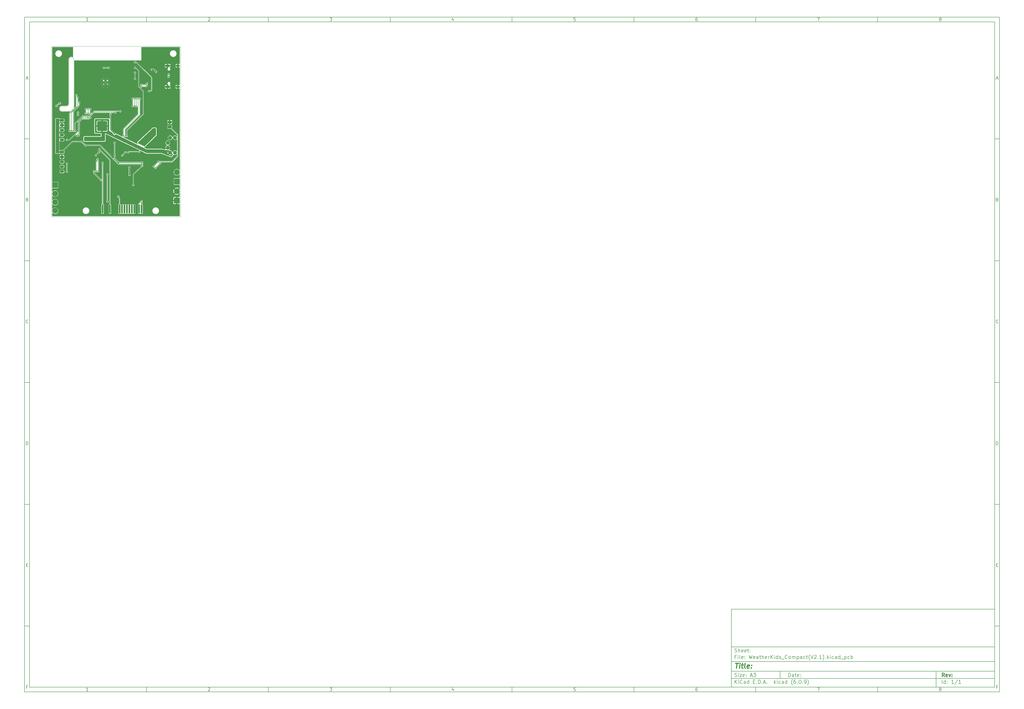
<source format=gbr>
%TF.GenerationSoftware,KiCad,Pcbnew,(6.0.9)*%
%TF.CreationDate,2023-07-16T00:02:42+05:30*%
%TF.ProjectId,WeatherKids_Compact(V2.1),57656174-6865-4724-9b69-64735f436f6d,rev?*%
%TF.SameCoordinates,Original*%
%TF.FileFunction,Copper,L2,Bot*%
%TF.FilePolarity,Positive*%
%FSLAX46Y46*%
G04 Gerber Fmt 4.6, Leading zero omitted, Abs format (unit mm)*
G04 Created by KiCad (PCBNEW (6.0.9)) date 2023-07-16 00:02:42*
%MOMM*%
%LPD*%
G01*
G04 APERTURE LIST*
G04 Aperture macros list*
%AMRoundRect*
0 Rectangle with rounded corners*
0 $1 Rounding radius*
0 $2 $3 $4 $5 $6 $7 $8 $9 X,Y pos of 4 corners*
0 Add a 4 corners polygon primitive as box body*
4,1,4,$2,$3,$4,$5,$6,$7,$8,$9,$2,$3,0*
0 Add four circle primitives for the rounded corners*
1,1,$1+$1,$2,$3*
1,1,$1+$1,$4,$5*
1,1,$1+$1,$6,$7*
1,1,$1+$1,$8,$9*
0 Add four rect primitives between the rounded corners*
20,1,$1+$1,$2,$3,$4,$5,0*
20,1,$1+$1,$4,$5,$6,$7,0*
20,1,$1+$1,$6,$7,$8,$9,0*
20,1,$1+$1,$8,$9,$2,$3,0*%
G04 Aperture macros list end*
%ADD10C,0.100000*%
%ADD11C,0.150000*%
%ADD12C,0.300000*%
%ADD13C,0.400000*%
%TA.AperFunction,Profile*%
%ADD14C,0.050000*%
%TD*%
%TA.AperFunction,ComponentPad*%
%ADD15R,2.400000X2.400000*%
%TD*%
%TA.AperFunction,ComponentPad*%
%ADD16C,2.400000*%
%TD*%
%TA.AperFunction,ComponentPad*%
%ADD17C,1.600000*%
%TD*%
%TA.AperFunction,ComponentPad*%
%ADD18O,1.600000X1.000000*%
%TD*%
%TA.AperFunction,ComponentPad*%
%ADD19O,2.100000X1.000000*%
%TD*%
%TA.AperFunction,ComponentPad*%
%ADD20RoundRect,0.250000X-0.625000X0.350000X-0.625000X-0.350000X0.625000X-0.350000X0.625000X0.350000X0*%
%TD*%
%TA.AperFunction,ComponentPad*%
%ADD21O,1.750000X1.200000*%
%TD*%
%TA.AperFunction,SMDPad,CuDef*%
%ADD22R,0.700000X3.600000*%
%TD*%
%TA.AperFunction,ComponentPad*%
%ADD23C,0.600000*%
%TD*%
%TA.AperFunction,ComponentPad*%
%ADD24RoundRect,0.250000X0.625000X-0.350000X0.625000X0.350000X-0.625000X0.350000X-0.625000X-0.350000X0*%
%TD*%
%TA.AperFunction,SMDPad,CuDef*%
%ADD25RoundRect,0.227272X-1.772728X-1.772728X1.772728X-1.772728X1.772728X1.772728X-1.772728X1.772728X0*%
%TD*%
%TA.AperFunction,SMDPad,CuDef*%
%ADD26RoundRect,0.227272X1.772728X1.772728X-1.772728X1.772728X-1.772728X-1.772728X1.772728X-1.772728X0*%
%TD*%
%TA.AperFunction,ViaPad*%
%ADD27C,0.600000*%
%TD*%
%TA.AperFunction,Conductor*%
%ADD28C,0.203200*%
%TD*%
%TA.AperFunction,Conductor*%
%ADD29C,0.254000*%
%TD*%
%TA.AperFunction,Conductor*%
%ADD30C,0.127000*%
%TD*%
%TA.AperFunction,Conductor*%
%ADD31C,0.381000*%
%TD*%
G04 APERTURE END LIST*
D10*
D11*
X299989000Y-253002200D02*
X299989000Y-285002200D01*
X407989000Y-285002200D01*
X407989000Y-253002200D01*
X299989000Y-253002200D01*
D10*
D11*
X10000000Y-10000000D02*
X10000000Y-287002200D01*
X409989000Y-287002200D01*
X409989000Y-10000000D01*
X10000000Y-10000000D01*
D10*
D11*
X12000000Y-12000000D02*
X12000000Y-285002200D01*
X407989000Y-285002200D01*
X407989000Y-12000000D01*
X12000000Y-12000000D01*
D10*
D11*
X60000000Y-12000000D02*
X60000000Y-10000000D01*
D10*
D11*
X110000000Y-12000000D02*
X110000000Y-10000000D01*
D10*
D11*
X160000000Y-12000000D02*
X160000000Y-10000000D01*
D10*
D11*
X210000000Y-12000000D02*
X210000000Y-10000000D01*
D10*
D11*
X260000000Y-12000000D02*
X260000000Y-10000000D01*
D10*
D11*
X310000000Y-12000000D02*
X310000000Y-10000000D01*
D10*
D11*
X360000000Y-12000000D02*
X360000000Y-10000000D01*
D10*
D11*
X36065476Y-11588095D02*
X35322619Y-11588095D01*
X35694047Y-11588095D02*
X35694047Y-10288095D01*
X35570238Y-10473809D01*
X35446428Y-10597619D01*
X35322619Y-10659523D01*
D10*
D11*
X85322619Y-10411904D02*
X85384523Y-10350000D01*
X85508333Y-10288095D01*
X85817857Y-10288095D01*
X85941666Y-10350000D01*
X86003571Y-10411904D01*
X86065476Y-10535714D01*
X86065476Y-10659523D01*
X86003571Y-10845238D01*
X85260714Y-11588095D01*
X86065476Y-11588095D01*
D10*
D11*
X135260714Y-10288095D02*
X136065476Y-10288095D01*
X135632142Y-10783333D01*
X135817857Y-10783333D01*
X135941666Y-10845238D01*
X136003571Y-10907142D01*
X136065476Y-11030952D01*
X136065476Y-11340476D01*
X136003571Y-11464285D01*
X135941666Y-11526190D01*
X135817857Y-11588095D01*
X135446428Y-11588095D01*
X135322619Y-11526190D01*
X135260714Y-11464285D01*
D10*
D11*
X185941666Y-10721428D02*
X185941666Y-11588095D01*
X185632142Y-10226190D02*
X185322619Y-11154761D01*
X186127380Y-11154761D01*
D10*
D11*
X236003571Y-10288095D02*
X235384523Y-10288095D01*
X235322619Y-10907142D01*
X235384523Y-10845238D01*
X235508333Y-10783333D01*
X235817857Y-10783333D01*
X235941666Y-10845238D01*
X236003571Y-10907142D01*
X236065476Y-11030952D01*
X236065476Y-11340476D01*
X236003571Y-11464285D01*
X235941666Y-11526190D01*
X235817857Y-11588095D01*
X235508333Y-11588095D01*
X235384523Y-11526190D01*
X235322619Y-11464285D01*
D10*
D11*
X285941666Y-10288095D02*
X285694047Y-10288095D01*
X285570238Y-10350000D01*
X285508333Y-10411904D01*
X285384523Y-10597619D01*
X285322619Y-10845238D01*
X285322619Y-11340476D01*
X285384523Y-11464285D01*
X285446428Y-11526190D01*
X285570238Y-11588095D01*
X285817857Y-11588095D01*
X285941666Y-11526190D01*
X286003571Y-11464285D01*
X286065476Y-11340476D01*
X286065476Y-11030952D01*
X286003571Y-10907142D01*
X285941666Y-10845238D01*
X285817857Y-10783333D01*
X285570238Y-10783333D01*
X285446428Y-10845238D01*
X285384523Y-10907142D01*
X285322619Y-11030952D01*
D10*
D11*
X335260714Y-10288095D02*
X336127380Y-10288095D01*
X335570238Y-11588095D01*
D10*
D11*
X385570238Y-10845238D02*
X385446428Y-10783333D01*
X385384523Y-10721428D01*
X385322619Y-10597619D01*
X385322619Y-10535714D01*
X385384523Y-10411904D01*
X385446428Y-10350000D01*
X385570238Y-10288095D01*
X385817857Y-10288095D01*
X385941666Y-10350000D01*
X386003571Y-10411904D01*
X386065476Y-10535714D01*
X386065476Y-10597619D01*
X386003571Y-10721428D01*
X385941666Y-10783333D01*
X385817857Y-10845238D01*
X385570238Y-10845238D01*
X385446428Y-10907142D01*
X385384523Y-10969047D01*
X385322619Y-11092857D01*
X385322619Y-11340476D01*
X385384523Y-11464285D01*
X385446428Y-11526190D01*
X385570238Y-11588095D01*
X385817857Y-11588095D01*
X385941666Y-11526190D01*
X386003571Y-11464285D01*
X386065476Y-11340476D01*
X386065476Y-11092857D01*
X386003571Y-10969047D01*
X385941666Y-10907142D01*
X385817857Y-10845238D01*
D10*
D11*
X60000000Y-285002200D02*
X60000000Y-287002200D01*
D10*
D11*
X110000000Y-285002200D02*
X110000000Y-287002200D01*
D10*
D11*
X160000000Y-285002200D02*
X160000000Y-287002200D01*
D10*
D11*
X210000000Y-285002200D02*
X210000000Y-287002200D01*
D10*
D11*
X260000000Y-285002200D02*
X260000000Y-287002200D01*
D10*
D11*
X310000000Y-285002200D02*
X310000000Y-287002200D01*
D10*
D11*
X360000000Y-285002200D02*
X360000000Y-287002200D01*
D10*
D11*
X36065476Y-286590295D02*
X35322619Y-286590295D01*
X35694047Y-286590295D02*
X35694047Y-285290295D01*
X35570238Y-285476009D01*
X35446428Y-285599819D01*
X35322619Y-285661723D01*
D10*
D11*
X85322619Y-285414104D02*
X85384523Y-285352200D01*
X85508333Y-285290295D01*
X85817857Y-285290295D01*
X85941666Y-285352200D01*
X86003571Y-285414104D01*
X86065476Y-285537914D01*
X86065476Y-285661723D01*
X86003571Y-285847438D01*
X85260714Y-286590295D01*
X86065476Y-286590295D01*
D10*
D11*
X135260714Y-285290295D02*
X136065476Y-285290295D01*
X135632142Y-285785533D01*
X135817857Y-285785533D01*
X135941666Y-285847438D01*
X136003571Y-285909342D01*
X136065476Y-286033152D01*
X136065476Y-286342676D01*
X136003571Y-286466485D01*
X135941666Y-286528390D01*
X135817857Y-286590295D01*
X135446428Y-286590295D01*
X135322619Y-286528390D01*
X135260714Y-286466485D01*
D10*
D11*
X185941666Y-285723628D02*
X185941666Y-286590295D01*
X185632142Y-285228390D02*
X185322619Y-286156961D01*
X186127380Y-286156961D01*
D10*
D11*
X236003571Y-285290295D02*
X235384523Y-285290295D01*
X235322619Y-285909342D01*
X235384523Y-285847438D01*
X235508333Y-285785533D01*
X235817857Y-285785533D01*
X235941666Y-285847438D01*
X236003571Y-285909342D01*
X236065476Y-286033152D01*
X236065476Y-286342676D01*
X236003571Y-286466485D01*
X235941666Y-286528390D01*
X235817857Y-286590295D01*
X235508333Y-286590295D01*
X235384523Y-286528390D01*
X235322619Y-286466485D01*
D10*
D11*
X285941666Y-285290295D02*
X285694047Y-285290295D01*
X285570238Y-285352200D01*
X285508333Y-285414104D01*
X285384523Y-285599819D01*
X285322619Y-285847438D01*
X285322619Y-286342676D01*
X285384523Y-286466485D01*
X285446428Y-286528390D01*
X285570238Y-286590295D01*
X285817857Y-286590295D01*
X285941666Y-286528390D01*
X286003571Y-286466485D01*
X286065476Y-286342676D01*
X286065476Y-286033152D01*
X286003571Y-285909342D01*
X285941666Y-285847438D01*
X285817857Y-285785533D01*
X285570238Y-285785533D01*
X285446428Y-285847438D01*
X285384523Y-285909342D01*
X285322619Y-286033152D01*
D10*
D11*
X335260714Y-285290295D02*
X336127380Y-285290295D01*
X335570238Y-286590295D01*
D10*
D11*
X385570238Y-285847438D02*
X385446428Y-285785533D01*
X385384523Y-285723628D01*
X385322619Y-285599819D01*
X385322619Y-285537914D01*
X385384523Y-285414104D01*
X385446428Y-285352200D01*
X385570238Y-285290295D01*
X385817857Y-285290295D01*
X385941666Y-285352200D01*
X386003571Y-285414104D01*
X386065476Y-285537914D01*
X386065476Y-285599819D01*
X386003571Y-285723628D01*
X385941666Y-285785533D01*
X385817857Y-285847438D01*
X385570238Y-285847438D01*
X385446428Y-285909342D01*
X385384523Y-285971247D01*
X385322619Y-286095057D01*
X385322619Y-286342676D01*
X385384523Y-286466485D01*
X385446428Y-286528390D01*
X385570238Y-286590295D01*
X385817857Y-286590295D01*
X385941666Y-286528390D01*
X386003571Y-286466485D01*
X386065476Y-286342676D01*
X386065476Y-286095057D01*
X386003571Y-285971247D01*
X385941666Y-285909342D01*
X385817857Y-285847438D01*
D10*
D11*
X10000000Y-60000000D02*
X12000000Y-60000000D01*
D10*
D11*
X10000000Y-110000000D02*
X12000000Y-110000000D01*
D10*
D11*
X10000000Y-160000000D02*
X12000000Y-160000000D01*
D10*
D11*
X10000000Y-210000000D02*
X12000000Y-210000000D01*
D10*
D11*
X10000000Y-260000000D02*
X12000000Y-260000000D01*
D10*
D11*
X10690476Y-35216666D02*
X11309523Y-35216666D01*
X10566666Y-35588095D02*
X11000000Y-34288095D01*
X11433333Y-35588095D01*
D10*
D11*
X11092857Y-84907142D02*
X11278571Y-84969047D01*
X11340476Y-85030952D01*
X11402380Y-85154761D01*
X11402380Y-85340476D01*
X11340476Y-85464285D01*
X11278571Y-85526190D01*
X11154761Y-85588095D01*
X10659523Y-85588095D01*
X10659523Y-84288095D01*
X11092857Y-84288095D01*
X11216666Y-84350000D01*
X11278571Y-84411904D01*
X11340476Y-84535714D01*
X11340476Y-84659523D01*
X11278571Y-84783333D01*
X11216666Y-84845238D01*
X11092857Y-84907142D01*
X10659523Y-84907142D01*
D10*
D11*
X11402380Y-135464285D02*
X11340476Y-135526190D01*
X11154761Y-135588095D01*
X11030952Y-135588095D01*
X10845238Y-135526190D01*
X10721428Y-135402380D01*
X10659523Y-135278571D01*
X10597619Y-135030952D01*
X10597619Y-134845238D01*
X10659523Y-134597619D01*
X10721428Y-134473809D01*
X10845238Y-134350000D01*
X11030952Y-134288095D01*
X11154761Y-134288095D01*
X11340476Y-134350000D01*
X11402380Y-134411904D01*
D10*
D11*
X10659523Y-185588095D02*
X10659523Y-184288095D01*
X10969047Y-184288095D01*
X11154761Y-184350000D01*
X11278571Y-184473809D01*
X11340476Y-184597619D01*
X11402380Y-184845238D01*
X11402380Y-185030952D01*
X11340476Y-185278571D01*
X11278571Y-185402380D01*
X11154761Y-185526190D01*
X10969047Y-185588095D01*
X10659523Y-185588095D01*
D10*
D11*
X10721428Y-234907142D02*
X11154761Y-234907142D01*
X11340476Y-235588095D02*
X10721428Y-235588095D01*
X10721428Y-234288095D01*
X11340476Y-234288095D01*
D10*
D11*
X11185714Y-284907142D02*
X10752380Y-284907142D01*
X10752380Y-285588095D02*
X10752380Y-284288095D01*
X11371428Y-284288095D01*
D10*
D11*
X409989000Y-60000000D02*
X407989000Y-60000000D01*
D10*
D11*
X409989000Y-110000000D02*
X407989000Y-110000000D01*
D10*
D11*
X409989000Y-160000000D02*
X407989000Y-160000000D01*
D10*
D11*
X409989000Y-210000000D02*
X407989000Y-210000000D01*
D10*
D11*
X409989000Y-260000000D02*
X407989000Y-260000000D01*
D10*
D11*
X408679476Y-35216666D02*
X409298523Y-35216666D01*
X408555666Y-35588095D02*
X408989000Y-34288095D01*
X409422333Y-35588095D01*
D10*
D11*
X409081857Y-84907142D02*
X409267571Y-84969047D01*
X409329476Y-85030952D01*
X409391380Y-85154761D01*
X409391380Y-85340476D01*
X409329476Y-85464285D01*
X409267571Y-85526190D01*
X409143761Y-85588095D01*
X408648523Y-85588095D01*
X408648523Y-84288095D01*
X409081857Y-84288095D01*
X409205666Y-84350000D01*
X409267571Y-84411904D01*
X409329476Y-84535714D01*
X409329476Y-84659523D01*
X409267571Y-84783333D01*
X409205666Y-84845238D01*
X409081857Y-84907142D01*
X408648523Y-84907142D01*
D10*
D11*
X409391380Y-135464285D02*
X409329476Y-135526190D01*
X409143761Y-135588095D01*
X409019952Y-135588095D01*
X408834238Y-135526190D01*
X408710428Y-135402380D01*
X408648523Y-135278571D01*
X408586619Y-135030952D01*
X408586619Y-134845238D01*
X408648523Y-134597619D01*
X408710428Y-134473809D01*
X408834238Y-134350000D01*
X409019952Y-134288095D01*
X409143761Y-134288095D01*
X409329476Y-134350000D01*
X409391380Y-134411904D01*
D10*
D11*
X408648523Y-185588095D02*
X408648523Y-184288095D01*
X408958047Y-184288095D01*
X409143761Y-184350000D01*
X409267571Y-184473809D01*
X409329476Y-184597619D01*
X409391380Y-184845238D01*
X409391380Y-185030952D01*
X409329476Y-185278571D01*
X409267571Y-185402380D01*
X409143761Y-185526190D01*
X408958047Y-185588095D01*
X408648523Y-185588095D01*
D10*
D11*
X408710428Y-234907142D02*
X409143761Y-234907142D01*
X409329476Y-235588095D02*
X408710428Y-235588095D01*
X408710428Y-234288095D01*
X409329476Y-234288095D01*
D10*
D11*
X409174714Y-284907142D02*
X408741380Y-284907142D01*
X408741380Y-285588095D02*
X408741380Y-284288095D01*
X409360428Y-284288095D01*
D10*
D11*
X323421142Y-280780771D02*
X323421142Y-279280771D01*
X323778285Y-279280771D01*
X323992571Y-279352200D01*
X324135428Y-279495057D01*
X324206857Y-279637914D01*
X324278285Y-279923628D01*
X324278285Y-280137914D01*
X324206857Y-280423628D01*
X324135428Y-280566485D01*
X323992571Y-280709342D01*
X323778285Y-280780771D01*
X323421142Y-280780771D01*
X325564000Y-280780771D02*
X325564000Y-279995057D01*
X325492571Y-279852200D01*
X325349714Y-279780771D01*
X325064000Y-279780771D01*
X324921142Y-279852200D01*
X325564000Y-280709342D02*
X325421142Y-280780771D01*
X325064000Y-280780771D01*
X324921142Y-280709342D01*
X324849714Y-280566485D01*
X324849714Y-280423628D01*
X324921142Y-280280771D01*
X325064000Y-280209342D01*
X325421142Y-280209342D01*
X325564000Y-280137914D01*
X326064000Y-279780771D02*
X326635428Y-279780771D01*
X326278285Y-279280771D02*
X326278285Y-280566485D01*
X326349714Y-280709342D01*
X326492571Y-280780771D01*
X326635428Y-280780771D01*
X327706857Y-280709342D02*
X327564000Y-280780771D01*
X327278285Y-280780771D01*
X327135428Y-280709342D01*
X327064000Y-280566485D01*
X327064000Y-279995057D01*
X327135428Y-279852200D01*
X327278285Y-279780771D01*
X327564000Y-279780771D01*
X327706857Y-279852200D01*
X327778285Y-279995057D01*
X327778285Y-280137914D01*
X327064000Y-280280771D01*
X328421142Y-280637914D02*
X328492571Y-280709342D01*
X328421142Y-280780771D01*
X328349714Y-280709342D01*
X328421142Y-280637914D01*
X328421142Y-280780771D01*
X328421142Y-279852200D02*
X328492571Y-279923628D01*
X328421142Y-279995057D01*
X328349714Y-279923628D01*
X328421142Y-279852200D01*
X328421142Y-279995057D01*
D10*
D11*
X299989000Y-281502200D02*
X407989000Y-281502200D01*
D10*
D11*
X301421142Y-283580771D02*
X301421142Y-282080771D01*
X302278285Y-283580771D02*
X301635428Y-282723628D01*
X302278285Y-282080771D02*
X301421142Y-282937914D01*
X302921142Y-283580771D02*
X302921142Y-282580771D01*
X302921142Y-282080771D02*
X302849714Y-282152200D01*
X302921142Y-282223628D01*
X302992571Y-282152200D01*
X302921142Y-282080771D01*
X302921142Y-282223628D01*
X304492571Y-283437914D02*
X304421142Y-283509342D01*
X304206857Y-283580771D01*
X304064000Y-283580771D01*
X303849714Y-283509342D01*
X303706857Y-283366485D01*
X303635428Y-283223628D01*
X303564000Y-282937914D01*
X303564000Y-282723628D01*
X303635428Y-282437914D01*
X303706857Y-282295057D01*
X303849714Y-282152200D01*
X304064000Y-282080771D01*
X304206857Y-282080771D01*
X304421142Y-282152200D01*
X304492571Y-282223628D01*
X305778285Y-283580771D02*
X305778285Y-282795057D01*
X305706857Y-282652200D01*
X305564000Y-282580771D01*
X305278285Y-282580771D01*
X305135428Y-282652200D01*
X305778285Y-283509342D02*
X305635428Y-283580771D01*
X305278285Y-283580771D01*
X305135428Y-283509342D01*
X305064000Y-283366485D01*
X305064000Y-283223628D01*
X305135428Y-283080771D01*
X305278285Y-283009342D01*
X305635428Y-283009342D01*
X305778285Y-282937914D01*
X307135428Y-283580771D02*
X307135428Y-282080771D01*
X307135428Y-283509342D02*
X306992571Y-283580771D01*
X306706857Y-283580771D01*
X306564000Y-283509342D01*
X306492571Y-283437914D01*
X306421142Y-283295057D01*
X306421142Y-282866485D01*
X306492571Y-282723628D01*
X306564000Y-282652200D01*
X306706857Y-282580771D01*
X306992571Y-282580771D01*
X307135428Y-282652200D01*
X308992571Y-282795057D02*
X309492571Y-282795057D01*
X309706857Y-283580771D02*
X308992571Y-283580771D01*
X308992571Y-282080771D01*
X309706857Y-282080771D01*
X310349714Y-283437914D02*
X310421142Y-283509342D01*
X310349714Y-283580771D01*
X310278285Y-283509342D01*
X310349714Y-283437914D01*
X310349714Y-283580771D01*
X311064000Y-283580771D02*
X311064000Y-282080771D01*
X311421142Y-282080771D01*
X311635428Y-282152200D01*
X311778285Y-282295057D01*
X311849714Y-282437914D01*
X311921142Y-282723628D01*
X311921142Y-282937914D01*
X311849714Y-283223628D01*
X311778285Y-283366485D01*
X311635428Y-283509342D01*
X311421142Y-283580771D01*
X311064000Y-283580771D01*
X312564000Y-283437914D02*
X312635428Y-283509342D01*
X312564000Y-283580771D01*
X312492571Y-283509342D01*
X312564000Y-283437914D01*
X312564000Y-283580771D01*
X313206857Y-283152200D02*
X313921142Y-283152200D01*
X313064000Y-283580771D02*
X313564000Y-282080771D01*
X314064000Y-283580771D01*
X314564000Y-283437914D02*
X314635428Y-283509342D01*
X314564000Y-283580771D01*
X314492571Y-283509342D01*
X314564000Y-283437914D01*
X314564000Y-283580771D01*
X317564000Y-283580771D02*
X317564000Y-282080771D01*
X317706857Y-283009342D02*
X318135428Y-283580771D01*
X318135428Y-282580771D02*
X317564000Y-283152200D01*
X318778285Y-283580771D02*
X318778285Y-282580771D01*
X318778285Y-282080771D02*
X318706857Y-282152200D01*
X318778285Y-282223628D01*
X318849714Y-282152200D01*
X318778285Y-282080771D01*
X318778285Y-282223628D01*
X320135428Y-283509342D02*
X319992571Y-283580771D01*
X319706857Y-283580771D01*
X319564000Y-283509342D01*
X319492571Y-283437914D01*
X319421142Y-283295057D01*
X319421142Y-282866485D01*
X319492571Y-282723628D01*
X319564000Y-282652200D01*
X319706857Y-282580771D01*
X319992571Y-282580771D01*
X320135428Y-282652200D01*
X321421142Y-283580771D02*
X321421142Y-282795057D01*
X321349714Y-282652200D01*
X321206857Y-282580771D01*
X320921142Y-282580771D01*
X320778285Y-282652200D01*
X321421142Y-283509342D02*
X321278285Y-283580771D01*
X320921142Y-283580771D01*
X320778285Y-283509342D01*
X320706857Y-283366485D01*
X320706857Y-283223628D01*
X320778285Y-283080771D01*
X320921142Y-283009342D01*
X321278285Y-283009342D01*
X321421142Y-282937914D01*
X322778285Y-283580771D02*
X322778285Y-282080771D01*
X322778285Y-283509342D02*
X322635428Y-283580771D01*
X322349714Y-283580771D01*
X322206857Y-283509342D01*
X322135428Y-283437914D01*
X322064000Y-283295057D01*
X322064000Y-282866485D01*
X322135428Y-282723628D01*
X322206857Y-282652200D01*
X322349714Y-282580771D01*
X322635428Y-282580771D01*
X322778285Y-282652200D01*
X325064000Y-284152200D02*
X324992571Y-284080771D01*
X324849714Y-283866485D01*
X324778285Y-283723628D01*
X324706857Y-283509342D01*
X324635428Y-283152200D01*
X324635428Y-282866485D01*
X324706857Y-282509342D01*
X324778285Y-282295057D01*
X324849714Y-282152200D01*
X324992571Y-281937914D01*
X325064000Y-281866485D01*
X326278285Y-282080771D02*
X325992571Y-282080771D01*
X325849714Y-282152200D01*
X325778285Y-282223628D01*
X325635428Y-282437914D01*
X325564000Y-282723628D01*
X325564000Y-283295057D01*
X325635428Y-283437914D01*
X325706857Y-283509342D01*
X325849714Y-283580771D01*
X326135428Y-283580771D01*
X326278285Y-283509342D01*
X326349714Y-283437914D01*
X326421142Y-283295057D01*
X326421142Y-282937914D01*
X326349714Y-282795057D01*
X326278285Y-282723628D01*
X326135428Y-282652200D01*
X325849714Y-282652200D01*
X325706857Y-282723628D01*
X325635428Y-282795057D01*
X325564000Y-282937914D01*
X327064000Y-283437914D02*
X327135428Y-283509342D01*
X327064000Y-283580771D01*
X326992571Y-283509342D01*
X327064000Y-283437914D01*
X327064000Y-283580771D01*
X328064000Y-282080771D02*
X328206857Y-282080771D01*
X328349714Y-282152200D01*
X328421142Y-282223628D01*
X328492571Y-282366485D01*
X328564000Y-282652200D01*
X328564000Y-283009342D01*
X328492571Y-283295057D01*
X328421142Y-283437914D01*
X328349714Y-283509342D01*
X328206857Y-283580771D01*
X328064000Y-283580771D01*
X327921142Y-283509342D01*
X327849714Y-283437914D01*
X327778285Y-283295057D01*
X327706857Y-283009342D01*
X327706857Y-282652200D01*
X327778285Y-282366485D01*
X327849714Y-282223628D01*
X327921142Y-282152200D01*
X328064000Y-282080771D01*
X329206857Y-283437914D02*
X329278285Y-283509342D01*
X329206857Y-283580771D01*
X329135428Y-283509342D01*
X329206857Y-283437914D01*
X329206857Y-283580771D01*
X329992571Y-283580771D02*
X330278285Y-283580771D01*
X330421142Y-283509342D01*
X330492571Y-283437914D01*
X330635428Y-283223628D01*
X330706857Y-282937914D01*
X330706857Y-282366485D01*
X330635428Y-282223628D01*
X330564000Y-282152200D01*
X330421142Y-282080771D01*
X330135428Y-282080771D01*
X329992571Y-282152200D01*
X329921142Y-282223628D01*
X329849714Y-282366485D01*
X329849714Y-282723628D01*
X329921142Y-282866485D01*
X329992571Y-282937914D01*
X330135428Y-283009342D01*
X330421142Y-283009342D01*
X330564000Y-282937914D01*
X330635428Y-282866485D01*
X330706857Y-282723628D01*
X331206857Y-284152200D02*
X331278285Y-284080771D01*
X331421142Y-283866485D01*
X331492571Y-283723628D01*
X331564000Y-283509342D01*
X331635428Y-283152200D01*
X331635428Y-282866485D01*
X331564000Y-282509342D01*
X331492571Y-282295057D01*
X331421142Y-282152200D01*
X331278285Y-281937914D01*
X331206857Y-281866485D01*
D10*
D11*
X299989000Y-278502200D02*
X407989000Y-278502200D01*
D10*
D12*
X387398285Y-280780771D02*
X386898285Y-280066485D01*
X386541142Y-280780771D02*
X386541142Y-279280771D01*
X387112571Y-279280771D01*
X387255428Y-279352200D01*
X387326857Y-279423628D01*
X387398285Y-279566485D01*
X387398285Y-279780771D01*
X387326857Y-279923628D01*
X387255428Y-279995057D01*
X387112571Y-280066485D01*
X386541142Y-280066485D01*
X388612571Y-280709342D02*
X388469714Y-280780771D01*
X388184000Y-280780771D01*
X388041142Y-280709342D01*
X387969714Y-280566485D01*
X387969714Y-279995057D01*
X388041142Y-279852200D01*
X388184000Y-279780771D01*
X388469714Y-279780771D01*
X388612571Y-279852200D01*
X388684000Y-279995057D01*
X388684000Y-280137914D01*
X387969714Y-280280771D01*
X389184000Y-279780771D02*
X389541142Y-280780771D01*
X389898285Y-279780771D01*
X390469714Y-280637914D02*
X390541142Y-280709342D01*
X390469714Y-280780771D01*
X390398285Y-280709342D01*
X390469714Y-280637914D01*
X390469714Y-280780771D01*
X390469714Y-279852200D02*
X390541142Y-279923628D01*
X390469714Y-279995057D01*
X390398285Y-279923628D01*
X390469714Y-279852200D01*
X390469714Y-279995057D01*
D10*
D11*
X301349714Y-280709342D02*
X301564000Y-280780771D01*
X301921142Y-280780771D01*
X302064000Y-280709342D01*
X302135428Y-280637914D01*
X302206857Y-280495057D01*
X302206857Y-280352200D01*
X302135428Y-280209342D01*
X302064000Y-280137914D01*
X301921142Y-280066485D01*
X301635428Y-279995057D01*
X301492571Y-279923628D01*
X301421142Y-279852200D01*
X301349714Y-279709342D01*
X301349714Y-279566485D01*
X301421142Y-279423628D01*
X301492571Y-279352200D01*
X301635428Y-279280771D01*
X301992571Y-279280771D01*
X302206857Y-279352200D01*
X302849714Y-280780771D02*
X302849714Y-279780771D01*
X302849714Y-279280771D02*
X302778285Y-279352200D01*
X302849714Y-279423628D01*
X302921142Y-279352200D01*
X302849714Y-279280771D01*
X302849714Y-279423628D01*
X303421142Y-279780771D02*
X304206857Y-279780771D01*
X303421142Y-280780771D01*
X304206857Y-280780771D01*
X305349714Y-280709342D02*
X305206857Y-280780771D01*
X304921142Y-280780771D01*
X304778285Y-280709342D01*
X304706857Y-280566485D01*
X304706857Y-279995057D01*
X304778285Y-279852200D01*
X304921142Y-279780771D01*
X305206857Y-279780771D01*
X305349714Y-279852200D01*
X305421142Y-279995057D01*
X305421142Y-280137914D01*
X304706857Y-280280771D01*
X306064000Y-280637914D02*
X306135428Y-280709342D01*
X306064000Y-280780771D01*
X305992571Y-280709342D01*
X306064000Y-280637914D01*
X306064000Y-280780771D01*
X306064000Y-279852200D02*
X306135428Y-279923628D01*
X306064000Y-279995057D01*
X305992571Y-279923628D01*
X306064000Y-279852200D01*
X306064000Y-279995057D01*
X307849714Y-280352200D02*
X308564000Y-280352200D01*
X307706857Y-280780771D02*
X308206857Y-279280771D01*
X308706857Y-280780771D01*
X309064000Y-279280771D02*
X309992571Y-279280771D01*
X309492571Y-279852200D01*
X309706857Y-279852200D01*
X309849714Y-279923628D01*
X309921142Y-279995057D01*
X309992571Y-280137914D01*
X309992571Y-280495057D01*
X309921142Y-280637914D01*
X309849714Y-280709342D01*
X309706857Y-280780771D01*
X309278285Y-280780771D01*
X309135428Y-280709342D01*
X309064000Y-280637914D01*
D10*
D11*
X386421142Y-283580771D02*
X386421142Y-282080771D01*
X387778285Y-283580771D02*
X387778285Y-282080771D01*
X387778285Y-283509342D02*
X387635428Y-283580771D01*
X387349714Y-283580771D01*
X387206857Y-283509342D01*
X387135428Y-283437914D01*
X387064000Y-283295057D01*
X387064000Y-282866485D01*
X387135428Y-282723628D01*
X387206857Y-282652200D01*
X387349714Y-282580771D01*
X387635428Y-282580771D01*
X387778285Y-282652200D01*
X388492571Y-283437914D02*
X388564000Y-283509342D01*
X388492571Y-283580771D01*
X388421142Y-283509342D01*
X388492571Y-283437914D01*
X388492571Y-283580771D01*
X388492571Y-282652200D02*
X388564000Y-282723628D01*
X388492571Y-282795057D01*
X388421142Y-282723628D01*
X388492571Y-282652200D01*
X388492571Y-282795057D01*
X391135428Y-283580771D02*
X390278285Y-283580771D01*
X390706857Y-283580771D02*
X390706857Y-282080771D01*
X390564000Y-282295057D01*
X390421142Y-282437914D01*
X390278285Y-282509342D01*
X392849714Y-282009342D02*
X391564000Y-283937914D01*
X394135428Y-283580771D02*
X393278285Y-283580771D01*
X393706857Y-283580771D02*
X393706857Y-282080771D01*
X393564000Y-282295057D01*
X393421142Y-282437914D01*
X393278285Y-282509342D01*
D10*
D11*
X299989000Y-274502200D02*
X407989000Y-274502200D01*
D10*
D13*
X301701380Y-275206961D02*
X302844238Y-275206961D01*
X302022809Y-277206961D02*
X302272809Y-275206961D01*
X303260904Y-277206961D02*
X303427571Y-275873628D01*
X303510904Y-275206961D02*
X303403761Y-275302200D01*
X303487095Y-275397438D01*
X303594238Y-275302200D01*
X303510904Y-275206961D01*
X303487095Y-275397438D01*
X304094238Y-275873628D02*
X304856142Y-275873628D01*
X304463285Y-275206961D02*
X304249000Y-276921247D01*
X304320428Y-277111723D01*
X304499000Y-277206961D01*
X304689476Y-277206961D01*
X305641857Y-277206961D02*
X305463285Y-277111723D01*
X305391857Y-276921247D01*
X305606142Y-275206961D01*
X307177571Y-277111723D02*
X306975190Y-277206961D01*
X306594238Y-277206961D01*
X306415666Y-277111723D01*
X306344238Y-276921247D01*
X306439476Y-276159342D01*
X306558523Y-275968866D01*
X306760904Y-275873628D01*
X307141857Y-275873628D01*
X307320428Y-275968866D01*
X307391857Y-276159342D01*
X307368047Y-276349819D01*
X306391857Y-276540295D01*
X308141857Y-277016485D02*
X308225190Y-277111723D01*
X308118047Y-277206961D01*
X308034714Y-277111723D01*
X308141857Y-277016485D01*
X308118047Y-277206961D01*
X308272809Y-275968866D02*
X308356142Y-276064104D01*
X308249000Y-276159342D01*
X308165666Y-276064104D01*
X308272809Y-275968866D01*
X308249000Y-276159342D01*
D10*
D11*
X301921142Y-272595057D02*
X301421142Y-272595057D01*
X301421142Y-273380771D02*
X301421142Y-271880771D01*
X302135428Y-271880771D01*
X302706857Y-273380771D02*
X302706857Y-272380771D01*
X302706857Y-271880771D02*
X302635428Y-271952200D01*
X302706857Y-272023628D01*
X302778285Y-271952200D01*
X302706857Y-271880771D01*
X302706857Y-272023628D01*
X303635428Y-273380771D02*
X303492571Y-273309342D01*
X303421142Y-273166485D01*
X303421142Y-271880771D01*
X304778285Y-273309342D02*
X304635428Y-273380771D01*
X304349714Y-273380771D01*
X304206857Y-273309342D01*
X304135428Y-273166485D01*
X304135428Y-272595057D01*
X304206857Y-272452200D01*
X304349714Y-272380771D01*
X304635428Y-272380771D01*
X304778285Y-272452200D01*
X304849714Y-272595057D01*
X304849714Y-272737914D01*
X304135428Y-272880771D01*
X305492571Y-273237914D02*
X305564000Y-273309342D01*
X305492571Y-273380771D01*
X305421142Y-273309342D01*
X305492571Y-273237914D01*
X305492571Y-273380771D01*
X305492571Y-272452200D02*
X305564000Y-272523628D01*
X305492571Y-272595057D01*
X305421142Y-272523628D01*
X305492571Y-272452200D01*
X305492571Y-272595057D01*
X307206857Y-271880771D02*
X307564000Y-273380771D01*
X307849714Y-272309342D01*
X308135428Y-273380771D01*
X308492571Y-271880771D01*
X309635428Y-273309342D02*
X309492571Y-273380771D01*
X309206857Y-273380771D01*
X309064000Y-273309342D01*
X308992571Y-273166485D01*
X308992571Y-272595057D01*
X309064000Y-272452200D01*
X309206857Y-272380771D01*
X309492571Y-272380771D01*
X309635428Y-272452200D01*
X309706857Y-272595057D01*
X309706857Y-272737914D01*
X308992571Y-272880771D01*
X310992571Y-273380771D02*
X310992571Y-272595057D01*
X310921142Y-272452200D01*
X310778285Y-272380771D01*
X310492571Y-272380771D01*
X310349714Y-272452200D01*
X310992571Y-273309342D02*
X310849714Y-273380771D01*
X310492571Y-273380771D01*
X310349714Y-273309342D01*
X310278285Y-273166485D01*
X310278285Y-273023628D01*
X310349714Y-272880771D01*
X310492571Y-272809342D01*
X310849714Y-272809342D01*
X310992571Y-272737914D01*
X311492571Y-272380771D02*
X312064000Y-272380771D01*
X311706857Y-271880771D02*
X311706857Y-273166485D01*
X311778285Y-273309342D01*
X311921142Y-273380771D01*
X312064000Y-273380771D01*
X312564000Y-273380771D02*
X312564000Y-271880771D01*
X313206857Y-273380771D02*
X313206857Y-272595057D01*
X313135428Y-272452200D01*
X312992571Y-272380771D01*
X312778285Y-272380771D01*
X312635428Y-272452200D01*
X312564000Y-272523628D01*
X314492571Y-273309342D02*
X314349714Y-273380771D01*
X314064000Y-273380771D01*
X313921142Y-273309342D01*
X313849714Y-273166485D01*
X313849714Y-272595057D01*
X313921142Y-272452200D01*
X314064000Y-272380771D01*
X314349714Y-272380771D01*
X314492571Y-272452200D01*
X314564000Y-272595057D01*
X314564000Y-272737914D01*
X313849714Y-272880771D01*
X315206857Y-273380771D02*
X315206857Y-272380771D01*
X315206857Y-272666485D02*
X315278285Y-272523628D01*
X315349714Y-272452200D01*
X315492571Y-272380771D01*
X315635428Y-272380771D01*
X316135428Y-273380771D02*
X316135428Y-271880771D01*
X316992571Y-273380771D02*
X316349714Y-272523628D01*
X316992571Y-271880771D02*
X316135428Y-272737914D01*
X317635428Y-273380771D02*
X317635428Y-272380771D01*
X317635428Y-271880771D02*
X317564000Y-271952200D01*
X317635428Y-272023628D01*
X317706857Y-271952200D01*
X317635428Y-271880771D01*
X317635428Y-272023628D01*
X318992571Y-273380771D02*
X318992571Y-271880771D01*
X318992571Y-273309342D02*
X318849714Y-273380771D01*
X318564000Y-273380771D01*
X318421142Y-273309342D01*
X318349714Y-273237914D01*
X318278285Y-273095057D01*
X318278285Y-272666485D01*
X318349714Y-272523628D01*
X318421142Y-272452200D01*
X318564000Y-272380771D01*
X318849714Y-272380771D01*
X318992571Y-272452200D01*
X319635428Y-273309342D02*
X319778285Y-273380771D01*
X320064000Y-273380771D01*
X320206857Y-273309342D01*
X320278285Y-273166485D01*
X320278285Y-273095057D01*
X320206857Y-272952200D01*
X320064000Y-272880771D01*
X319849714Y-272880771D01*
X319706857Y-272809342D01*
X319635428Y-272666485D01*
X319635428Y-272595057D01*
X319706857Y-272452200D01*
X319849714Y-272380771D01*
X320064000Y-272380771D01*
X320206857Y-272452200D01*
X320564000Y-273523628D02*
X321706857Y-273523628D01*
X322921142Y-273237914D02*
X322849714Y-273309342D01*
X322635428Y-273380771D01*
X322492571Y-273380771D01*
X322278285Y-273309342D01*
X322135428Y-273166485D01*
X322064000Y-273023628D01*
X321992571Y-272737914D01*
X321992571Y-272523628D01*
X322064000Y-272237914D01*
X322135428Y-272095057D01*
X322278285Y-271952200D01*
X322492571Y-271880771D01*
X322635428Y-271880771D01*
X322849714Y-271952200D01*
X322921142Y-272023628D01*
X323778285Y-273380771D02*
X323635428Y-273309342D01*
X323564000Y-273237914D01*
X323492571Y-273095057D01*
X323492571Y-272666485D01*
X323564000Y-272523628D01*
X323635428Y-272452200D01*
X323778285Y-272380771D01*
X323992571Y-272380771D01*
X324135428Y-272452200D01*
X324206857Y-272523628D01*
X324278285Y-272666485D01*
X324278285Y-273095057D01*
X324206857Y-273237914D01*
X324135428Y-273309342D01*
X323992571Y-273380771D01*
X323778285Y-273380771D01*
X324921142Y-273380771D02*
X324921142Y-272380771D01*
X324921142Y-272523628D02*
X324992571Y-272452200D01*
X325135428Y-272380771D01*
X325349714Y-272380771D01*
X325492571Y-272452200D01*
X325564000Y-272595057D01*
X325564000Y-273380771D01*
X325564000Y-272595057D02*
X325635428Y-272452200D01*
X325778285Y-272380771D01*
X325992571Y-272380771D01*
X326135428Y-272452200D01*
X326206857Y-272595057D01*
X326206857Y-273380771D01*
X326921142Y-272380771D02*
X326921142Y-273880771D01*
X326921142Y-272452200D02*
X327064000Y-272380771D01*
X327349714Y-272380771D01*
X327492571Y-272452200D01*
X327564000Y-272523628D01*
X327635428Y-272666485D01*
X327635428Y-273095057D01*
X327564000Y-273237914D01*
X327492571Y-273309342D01*
X327349714Y-273380771D01*
X327064000Y-273380771D01*
X326921142Y-273309342D01*
X328921142Y-273380771D02*
X328921142Y-272595057D01*
X328849714Y-272452200D01*
X328706857Y-272380771D01*
X328421142Y-272380771D01*
X328278285Y-272452200D01*
X328921142Y-273309342D02*
X328778285Y-273380771D01*
X328421142Y-273380771D01*
X328278285Y-273309342D01*
X328206857Y-273166485D01*
X328206857Y-273023628D01*
X328278285Y-272880771D01*
X328421142Y-272809342D01*
X328778285Y-272809342D01*
X328921142Y-272737914D01*
X330278285Y-273309342D02*
X330135428Y-273380771D01*
X329849714Y-273380771D01*
X329706857Y-273309342D01*
X329635428Y-273237914D01*
X329564000Y-273095057D01*
X329564000Y-272666485D01*
X329635428Y-272523628D01*
X329706857Y-272452200D01*
X329849714Y-272380771D01*
X330135428Y-272380771D01*
X330278285Y-272452200D01*
X330706857Y-272380771D02*
X331278285Y-272380771D01*
X330921142Y-271880771D02*
X330921142Y-273166485D01*
X330992571Y-273309342D01*
X331135428Y-273380771D01*
X331278285Y-273380771D01*
X332206857Y-273952200D02*
X332135428Y-273880771D01*
X331992571Y-273666485D01*
X331921142Y-273523628D01*
X331849714Y-273309342D01*
X331778285Y-272952200D01*
X331778285Y-272666485D01*
X331849714Y-272309342D01*
X331921142Y-272095057D01*
X331992571Y-271952200D01*
X332135428Y-271737914D01*
X332206857Y-271666485D01*
X332564000Y-271880771D02*
X333064000Y-273380771D01*
X333564000Y-271880771D01*
X333992571Y-272023628D02*
X334064000Y-271952200D01*
X334206857Y-271880771D01*
X334564000Y-271880771D01*
X334706857Y-271952200D01*
X334778285Y-272023628D01*
X334849714Y-272166485D01*
X334849714Y-272309342D01*
X334778285Y-272523628D01*
X333921142Y-273380771D01*
X334849714Y-273380771D01*
X335492571Y-273237914D02*
X335564000Y-273309342D01*
X335492571Y-273380771D01*
X335421142Y-273309342D01*
X335492571Y-273237914D01*
X335492571Y-273380771D01*
X336992571Y-273380771D02*
X336135428Y-273380771D01*
X336564000Y-273380771D02*
X336564000Y-271880771D01*
X336421142Y-272095057D01*
X336278285Y-272237914D01*
X336135428Y-272309342D01*
X337492571Y-273952200D02*
X337564000Y-273880771D01*
X337706857Y-273666485D01*
X337778285Y-273523628D01*
X337849714Y-273309342D01*
X337921142Y-272952200D01*
X337921142Y-272666485D01*
X337849714Y-272309342D01*
X337778285Y-272095057D01*
X337706857Y-271952200D01*
X337564000Y-271737914D01*
X337492571Y-271666485D01*
X338635428Y-273237914D02*
X338706857Y-273309342D01*
X338635428Y-273380771D01*
X338564000Y-273309342D01*
X338635428Y-273237914D01*
X338635428Y-273380771D01*
X339349714Y-273380771D02*
X339349714Y-271880771D01*
X339492571Y-272809342D02*
X339921142Y-273380771D01*
X339921142Y-272380771D02*
X339349714Y-272952200D01*
X340564000Y-273380771D02*
X340564000Y-272380771D01*
X340564000Y-271880771D02*
X340492571Y-271952200D01*
X340564000Y-272023628D01*
X340635428Y-271952200D01*
X340564000Y-271880771D01*
X340564000Y-272023628D01*
X341921142Y-273309342D02*
X341778285Y-273380771D01*
X341492571Y-273380771D01*
X341349714Y-273309342D01*
X341278285Y-273237914D01*
X341206857Y-273095057D01*
X341206857Y-272666485D01*
X341278285Y-272523628D01*
X341349714Y-272452200D01*
X341492571Y-272380771D01*
X341778285Y-272380771D01*
X341921142Y-272452200D01*
X343206857Y-273380771D02*
X343206857Y-272595057D01*
X343135428Y-272452200D01*
X342992571Y-272380771D01*
X342706857Y-272380771D01*
X342564000Y-272452200D01*
X343206857Y-273309342D02*
X343064000Y-273380771D01*
X342706857Y-273380771D01*
X342564000Y-273309342D01*
X342492571Y-273166485D01*
X342492571Y-273023628D01*
X342564000Y-272880771D01*
X342706857Y-272809342D01*
X343064000Y-272809342D01*
X343206857Y-272737914D01*
X344564000Y-273380771D02*
X344564000Y-271880771D01*
X344564000Y-273309342D02*
X344421142Y-273380771D01*
X344135428Y-273380771D01*
X343992571Y-273309342D01*
X343921142Y-273237914D01*
X343849714Y-273095057D01*
X343849714Y-272666485D01*
X343921142Y-272523628D01*
X343992571Y-272452200D01*
X344135428Y-272380771D01*
X344421142Y-272380771D01*
X344564000Y-272452200D01*
X344921142Y-273523628D02*
X346064000Y-273523628D01*
X346421142Y-272380771D02*
X346421142Y-273880771D01*
X346421142Y-272452200D02*
X346564000Y-272380771D01*
X346849714Y-272380771D01*
X346992571Y-272452200D01*
X347064000Y-272523628D01*
X347135428Y-272666485D01*
X347135428Y-273095057D01*
X347064000Y-273237914D01*
X346992571Y-273309342D01*
X346849714Y-273380771D01*
X346564000Y-273380771D01*
X346421142Y-273309342D01*
X348421142Y-273309342D02*
X348278285Y-273380771D01*
X347992571Y-273380771D01*
X347849714Y-273309342D01*
X347778285Y-273237914D01*
X347706857Y-273095057D01*
X347706857Y-272666485D01*
X347778285Y-272523628D01*
X347849714Y-272452200D01*
X347992571Y-272380771D01*
X348278285Y-272380771D01*
X348421142Y-272452200D01*
X349064000Y-273380771D02*
X349064000Y-271880771D01*
X349064000Y-272452200D02*
X349206857Y-272380771D01*
X349492571Y-272380771D01*
X349635428Y-272452200D01*
X349706857Y-272523628D01*
X349778285Y-272666485D01*
X349778285Y-273095057D01*
X349706857Y-273237914D01*
X349635428Y-273309342D01*
X349492571Y-273380771D01*
X349206857Y-273380771D01*
X349064000Y-273309342D01*
D10*
D11*
X299989000Y-268502200D02*
X407989000Y-268502200D01*
D10*
D11*
X301349714Y-270609342D02*
X301564000Y-270680771D01*
X301921142Y-270680771D01*
X302064000Y-270609342D01*
X302135428Y-270537914D01*
X302206857Y-270395057D01*
X302206857Y-270252200D01*
X302135428Y-270109342D01*
X302064000Y-270037914D01*
X301921142Y-269966485D01*
X301635428Y-269895057D01*
X301492571Y-269823628D01*
X301421142Y-269752200D01*
X301349714Y-269609342D01*
X301349714Y-269466485D01*
X301421142Y-269323628D01*
X301492571Y-269252200D01*
X301635428Y-269180771D01*
X301992571Y-269180771D01*
X302206857Y-269252200D01*
X302849714Y-270680771D02*
X302849714Y-269180771D01*
X303492571Y-270680771D02*
X303492571Y-269895057D01*
X303421142Y-269752200D01*
X303278285Y-269680771D01*
X303064000Y-269680771D01*
X302921142Y-269752200D01*
X302849714Y-269823628D01*
X304778285Y-270609342D02*
X304635428Y-270680771D01*
X304349714Y-270680771D01*
X304206857Y-270609342D01*
X304135428Y-270466485D01*
X304135428Y-269895057D01*
X304206857Y-269752200D01*
X304349714Y-269680771D01*
X304635428Y-269680771D01*
X304778285Y-269752200D01*
X304849714Y-269895057D01*
X304849714Y-270037914D01*
X304135428Y-270180771D01*
X306064000Y-270609342D02*
X305921142Y-270680771D01*
X305635428Y-270680771D01*
X305492571Y-270609342D01*
X305421142Y-270466485D01*
X305421142Y-269895057D01*
X305492571Y-269752200D01*
X305635428Y-269680771D01*
X305921142Y-269680771D01*
X306064000Y-269752200D01*
X306135428Y-269895057D01*
X306135428Y-270037914D01*
X305421142Y-270180771D01*
X306564000Y-269680771D02*
X307135428Y-269680771D01*
X306778285Y-269180771D02*
X306778285Y-270466485D01*
X306849714Y-270609342D01*
X306992571Y-270680771D01*
X307135428Y-270680771D01*
X307635428Y-270537914D02*
X307706857Y-270609342D01*
X307635428Y-270680771D01*
X307564000Y-270609342D01*
X307635428Y-270537914D01*
X307635428Y-270680771D01*
X307635428Y-269752200D02*
X307706857Y-269823628D01*
X307635428Y-269895057D01*
X307564000Y-269823628D01*
X307635428Y-269752200D01*
X307635428Y-269895057D01*
D10*
D12*
D10*
D11*
D10*
D11*
D10*
D11*
D10*
D11*
D10*
D11*
X319989000Y-278502200D02*
X319989000Y-281502200D01*
D10*
D11*
X383989000Y-278502200D02*
X383989000Y-285002200D01*
D14*
X21000000Y-92000000D02*
X74000000Y-92000000D01*
X25351225Y-46600000D02*
G75*
G03*
X25351225Y-48600000I50025J-1000000D01*
G01*
X30200000Y-27451225D02*
G75*
G03*
X28200000Y-27451225I-1000000J-50025D01*
G01*
X74000000Y-92000000D02*
X74000000Y-22000000D01*
X30200000Y-27451225D02*
X30200000Y-46600000D01*
X28200000Y-45600000D02*
X28200000Y-27451225D01*
X27100000Y-46600000D02*
G75*
G03*
X28200000Y-45600000I50000J1050000D01*
G01*
X21000000Y-22000000D02*
X21000000Y-92000000D01*
X74000000Y-22000000D02*
X21000000Y-22000000D01*
X28100000Y-48600000D02*
G75*
G03*
X30200000Y-46600000I50000J2050000D01*
G01*
X25351225Y-48600000D02*
X28100000Y-48600000D01*
X25351225Y-46600000D02*
X27100000Y-46600000D01*
D15*
%TO.P,J2,1,Pin_1*%
%TO.N,GND*%
X72500000Y-85305000D03*
D16*
%TO.P,J2,2,Pin_2*%
X72500000Y-81495000D03*
%TD*%
D17*
%TO.P,SW1,1*%
%TO.N,N/C*%
X71725000Y-59550000D03*
%TO.P,SW1,2,B*%
%TO.N,Net-(D3-Pad2)*%
X69725000Y-59550000D03*
%TO.P,SW1,3*%
%TO.N,N/C*%
X71725000Y-65650000D03*
%TO.P,SW1,4,A*%
%TO.N,+BATT*%
X69725000Y-65650000D03*
%TO.P,SW1,5*%
%TO.N,N/C*%
X68725000Y-61600000D03*
%TO.P,SW1,6*%
X68725000Y-63600000D03*
%TD*%
D18*
%TO.P,J11,S1,SHIELD*%
%TO.N,GND*%
X72880000Y-38620000D03*
D19*
X68700000Y-29980000D03*
D18*
X72880000Y-29980000D03*
D19*
X68700000Y-38620000D03*
%TD*%
D20*
%TO.P,J6,1,Pin_1*%
%TO.N,+3V3*%
X25350000Y-52400000D03*
D21*
%TO.P,J6,2,Pin_2*%
%TO.N,GND*%
X25350000Y-54400000D03*
%TO.P,J6,3,Pin_3*%
%TO.N,/I2C_SDA*%
X25350000Y-56400000D03*
%TO.P,J6,4,Pin_4*%
%TO.N,/I2C_SCL*%
X25350000Y-58400000D03*
%TO.P,J6,5,Pin_5*%
%TO.N,/~{I2C_INT}*%
X25350000Y-60400000D03*
%TD*%
D22*
%TO.P,J10,A1,A1*%
%TO.N,GND*%
X59000000Y-88800000D03*
%TO.P,J10,A2,A2*%
%TO.N,+5V*%
X58000000Y-88800000D03*
%TO.P,J10,A3,A3*%
X57000000Y-88800000D03*
%TO.P,J10,A4,A4*%
%TO.N,GND*%
X56000000Y-88800000D03*
%TO.P,J10,A5,A5*%
%TO.N,unconnected-(J10-PadA5)*%
X55000000Y-88800000D03*
%TO.P,J10,A6,A6*%
%TO.N,unconnected-(J10-PadA6)*%
X54000000Y-88800000D03*
%TO.P,J10,A7,A7*%
%TO.N,unconnected-(J10-PadA7)*%
X53000000Y-88800000D03*
%TO.P,J10,A8,A8*%
%TO.N,unconnected-(J10-PadA8)*%
X52000000Y-88800000D03*
%TO.P,J10,A9,A9*%
%TO.N,unconnected-(J10-PadA9)*%
X51000000Y-88800000D03*
%TO.P,J10,A10,A10*%
%TO.N,unconnected-(J10-PadA10)*%
X50000000Y-88800000D03*
%TO.P,J10,A11,A11*%
%TO.N,/Bus/~{GBUS_5V_RESET}*%
X49000000Y-88800000D03*
%TO.P,J10,A12,A12*%
%TO.N,GND*%
X46000000Y-88800000D03*
%TO.P,J10,A13,A13*%
%TO.N,/Bus/GBUS_5V_SCLK*%
X45000000Y-88800000D03*
%TO.P,J10,A14,A14*%
%TO.N,GND*%
X44000000Y-88800000D03*
%TO.P,J10,A15,A15*%
X43000000Y-88800000D03*
%TO.P,J10,A16,A16*%
%TO.N,/Bus/GBUS_5V_MISO*%
X42000000Y-88800000D03*
%TO.P,J10,A17,A17*%
%TO.N,GND*%
X41000000Y-88800000D03*
%TO.P,J10,A18,A18*%
X40000000Y-88800000D03*
%TD*%
D23*
%TO.P,U3,39,GND*%
%TO.N,GND*%
X43982500Y-35310000D03*
X42457500Y-38360000D03*
X43982500Y-38360000D03*
X43220000Y-37597500D03*
X41695000Y-36072500D03*
X43982500Y-36835000D03*
X44745000Y-37597500D03*
X42457500Y-35310000D03*
X41695000Y-37597500D03*
X43220000Y-36072500D03*
X42457500Y-36835000D03*
X44745000Y-36072500D03*
%TD*%
D15*
%TO.P,J3,1,Pin_1*%
%TO.N,+3V3*%
X72500000Y-77505000D03*
D16*
%TO.P,J3,2,Pin_2*%
X72500000Y-73695000D03*
%TD*%
D24*
%TO.P,J4,1,Pin_1*%
%TO.N,VBUS*%
X69550000Y-55100000D03*
D21*
%TO.P,J4,2,Pin_2*%
%TO.N,GND*%
X69550000Y-53100000D03*
%TD*%
D20*
%TO.P,J7,1,Pin_1*%
%TO.N,+3V3*%
X25350000Y-65400000D03*
D21*
%TO.P,J7,2,Pin_2*%
%TO.N,GND*%
X25350000Y-67400000D03*
%TO.P,J7,3,Pin_3*%
%TO.N,/I2C_SDA*%
X25350000Y-69400000D03*
%TO.P,J7,4,Pin_4*%
%TO.N,/I2C_SCL*%
X25350000Y-71400000D03*
%TO.P,J7,5,Pin_5*%
%TO.N,/~{I2C_INT}*%
X25350000Y-73400000D03*
%TD*%
D15*
%TO.P,J1,1,Pin_1*%
%TO.N,/ESP32_IO25*%
X22505000Y-78985000D03*
D16*
%TO.P,J1,2,Pin_2*%
%TO.N,/ESP32_IO26*%
X22505000Y-82485000D03*
%TO.P,J1,3,Pin_3*%
%TO.N,/ESP32_IO14*%
X22505000Y-85985000D03*
%TO.P,J1,4,Pin_4*%
%TO.N,/ESP32_IO2*%
X22505000Y-89485000D03*
%TD*%
D25*
%TO.P,J5,1,Pin_1*%
%TO.N,+BATT*%
X41800000Y-54750000D03*
%TD*%
D26*
%TO.P,J\u0DD0,1,Pin_1*%
%TO.N,GND*%
X48100000Y-54750000D03*
%TD*%
D27*
%TO.N,+5V*%
X58000000Y-86300000D03*
X58000000Y-85500000D03*
%TO.N,GND*%
X42000000Y-91026502D03*
X45000000Y-91026502D03*
X53000000Y-91026502D03*
X40000000Y-91100000D03*
X43000000Y-91000000D03*
X56000000Y-91000000D03*
%TO.N,+3V3*%
X45210000Y-49910000D03*
X46900000Y-57900000D03*
X44500000Y-30800000D03*
X42500000Y-30800000D03*
X24500000Y-45400000D03*
X23056000Y-46500000D03*
X35100000Y-62700000D03*
X33500000Y-61200000D03*
X58200000Y-70400000D03*
X47000000Y-66700000D03*
X46900000Y-61600000D03*
X48600000Y-69700000D03*
%TO.N,+5V*%
X38500000Y-73300000D03*
X41300000Y-76900000D03*
X40500000Y-65500000D03*
X39300000Y-66700000D03*
%TO.N,+3V3*%
X58200000Y-69700000D03*
%TO.N,GND*%
X58300000Y-67700000D03*
X41000000Y-73900000D03*
X38200000Y-45900000D03*
X54700000Y-48800000D03*
X56000000Y-54400000D03*
X51400000Y-53600000D03*
X51357234Y-51657234D03*
X32600000Y-36200000D03*
X36200000Y-66100000D03*
X40800000Y-68300000D03*
%TO.N,+3V3*%
X54600000Y-78900000D03*
%TO.N,+5V*%
X53000000Y-71700000D03*
X53000000Y-74800000D03*
%TO.N,+3V3*%
X58200000Y-71100000D03*
%TO.N,GND*%
X64200000Y-68600000D03*
%TO.N,/GBUS.~{INT}*%
X36900000Y-47800000D03*
X36900000Y-49500000D03*
X36900000Y-51300000D03*
X32126503Y-58600000D03*
%TO.N,/GBUS.DETECT*%
X36100000Y-47800000D03*
X36100000Y-51244000D03*
X31400000Y-58600000D03*
X36100000Y-49500000D03*
%TO.N,/~{ESP23_EN}*%
X55300000Y-28500000D03*
X61000000Y-40400000D03*
%TO.N,/~{I2C_INT}*%
X27400000Y-70200000D03*
X27400000Y-73400000D03*
X47200000Y-49200000D03*
X27400000Y-60400000D03*
%TO.N,/ESP32_IO2*%
X49300000Y-48700000D03*
X30726503Y-56700000D03*
%TO.N,/ESP32_IO14*%
X32400000Y-45100000D03*
X30000000Y-56700000D03*
%TO.N,/ESP32_IO26*%
X31800000Y-43000000D03*
X29226503Y-56700000D03*
%TO.N,/ESP32_IO25*%
X31200000Y-42100000D03*
X28500000Y-56700000D03*
%TO.N,GND*%
X53200000Y-63500000D03*
X53600000Y-78900000D03*
%TO.N,Net-(D1-Pad1)*%
X63700000Y-71900000D03*
X65600000Y-70000000D03*
%TO.N,VBUS*%
X63000000Y-71300000D03*
X64900000Y-69400000D03*
%TO.N,GND*%
X71800000Y-47700000D03*
X65600000Y-47600000D03*
X66500000Y-40600000D03*
X59020000Y-39820000D03*
X60200000Y-33800000D03*
X58700000Y-33800000D03*
X58200000Y-35100000D03*
X60800000Y-35100000D03*
X60800000Y-32500000D03*
X58200000Y-32500000D03*
X64700000Y-36400000D03*
%TO.N,VBUS*%
X62200000Y-31600000D03*
X63950000Y-32450000D03*
%TO.N,GND*%
X59500000Y-28200000D03*
X55300000Y-29500000D03*
X36405000Y-29495000D03*
X31500000Y-32000000D03*
X27300000Y-43500000D03*
X22400000Y-42800000D03*
X26000000Y-40600000D03*
X25300000Y-30600000D03*
X27000000Y-38400000D03*
X36700000Y-52700000D03*
X31480000Y-54680000D03*
%TO.N,+BATT*%
X36700000Y-60000000D03*
%TO.N,GND*%
X45700000Y-63200000D03*
X43800000Y-58800000D03*
%TO.N,Net-(D2-Pad1)*%
X52500000Y-65500000D03*
X57000000Y-65300000D03*
%TO.N,GND*%
X62200000Y-61700000D03*
X58150000Y-72050000D03*
X62700000Y-78500000D03*
X62500000Y-81000000D03*
X62900000Y-77000000D03*
X62500000Y-80400000D03*
X62900000Y-76100000D03*
X47170000Y-72270000D03*
%TO.N,+BATT*%
X59300000Y-64900000D03*
%TO.N,+5V*%
X63350000Y-56000000D03*
X57050000Y-61550000D03*
X63350000Y-56700000D03*
X63350000Y-57400000D03*
%TO.N,/USB SERIAL/USBD_P*%
X69000000Y-34550000D03*
X69050000Y-33560000D03*
%TO.N,/I2C_SDA*%
X31900000Y-50140000D03*
X31900000Y-49160000D03*
%TO.N,/I2C_SCL*%
X35100000Y-49500000D03*
X35150000Y-47800000D03*
%TO.N,/Bus/~{GBUS_5V_RESET}*%
X48450000Y-83691700D03*
X39900000Y-68300000D03*
X40150000Y-73300000D03*
%TO.N,/Bus/GBUS_5V_SCLK*%
X40600000Y-64250000D03*
%TO.N,/Bus/GBUS_5V_MISO*%
X42000000Y-69750000D03*
%TO.N,/Bus/GBUS_5V_SDA*%
X39750000Y-69050000D03*
X39400000Y-73300000D03*
%TO.N,/Bus/GBUS_5V_MOSI*%
X44000000Y-74550000D03*
X44000000Y-85700000D03*
%TO.N,/GBUS.~{RESET}*%
X54350000Y-46495000D03*
X54350000Y-43500000D03*
%TO.N,/GBUS.CLK*%
X55100000Y-43500000D03*
X55100000Y-46495000D03*
%TO.N,/GBUS.MISO*%
X55826503Y-46495000D03*
X55826503Y-43500000D03*
%TO.N,/GBUS.SCL*%
X50550000Y-58800000D03*
X56553006Y-43500000D03*
%TO.N,/TXDO*%
X57900000Y-38526503D03*
X60171483Y-38021483D03*
%TO.N,/RXDO*%
X57900000Y-37800000D03*
X60200176Y-37295547D03*
%TO.N,/GBUS.SDA*%
X51276503Y-58800000D03*
X50000000Y-66800000D03*
X51300000Y-65500000D03*
X55300000Y-32800000D03*
X57300000Y-43500000D03*
X55300000Y-35200000D03*
%TO.N,/GBUS.MOSI*%
X52003006Y-58800000D03*
X55300000Y-30800000D03*
%TD*%
D28*
%TO.N,+5V*%
X58000000Y-88800000D02*
X58000000Y-86300000D01*
X57000000Y-86500000D02*
X57000000Y-88800000D01*
X58000000Y-85500000D02*
X57000000Y-86500000D01*
%TO.N,GND*%
X43982500Y-38360000D02*
X44745000Y-37597500D01*
X43982500Y-36835000D02*
X43220000Y-37597500D01*
X43220000Y-37597500D02*
X42457500Y-38360000D01*
X43220000Y-37597500D02*
X41695000Y-37597500D01*
X41695000Y-36072500D02*
X41695000Y-37597500D01*
X43982500Y-36835000D02*
X42457500Y-35310000D01*
X41695000Y-36072500D02*
X42457500Y-35310000D01*
X43220000Y-36072500D02*
X41695000Y-37597500D01*
X41695000Y-36072500D02*
X43220000Y-37597500D01*
X43982500Y-36835000D02*
X44745000Y-36072500D01*
X43220000Y-37597500D02*
X44745000Y-37597500D01*
X42457500Y-38360000D02*
X43982500Y-38360000D01*
X41695000Y-37597500D02*
X42457500Y-38360000D01*
X43220000Y-37597500D02*
X43982500Y-38360000D01*
X43982500Y-36835000D02*
X44745000Y-37597500D01*
X44745000Y-36072500D02*
X44745000Y-37597500D01*
X44745000Y-36072500D02*
X43982500Y-35310000D01*
X42457500Y-35310000D02*
X43982500Y-35310000D01*
X43220000Y-36072500D02*
X43982500Y-35310000D01*
X43220000Y-36072500D02*
X43220000Y-37597500D01*
X42457500Y-36835000D02*
X43982500Y-36835000D01*
D29*
%TO.N,+3V3*%
X45200000Y-56200000D02*
X46900000Y-57900000D01*
X45200000Y-49920000D02*
X45200000Y-56200000D01*
X45210000Y-49910000D02*
X45200000Y-49920000D01*
D28*
X44500000Y-30800000D02*
X42500000Y-30800000D01*
X24156000Y-45400000D02*
X23056000Y-46500000D01*
X24500000Y-45400000D02*
X24156000Y-45400000D01*
D29*
X29550000Y-61200000D02*
X25350000Y-65400000D01*
X33500000Y-61200000D02*
X29550000Y-61200000D01*
X39600000Y-62700000D02*
X35000000Y-62700000D01*
X41000000Y-62700000D02*
X39600000Y-62700000D01*
X45600000Y-67300000D02*
X41000000Y-62700000D01*
X48700000Y-70400000D02*
X45600000Y-67300000D01*
X58200000Y-70400000D02*
X48700000Y-70400000D01*
X35000000Y-62700000D02*
X33500000Y-61200000D01*
X48600000Y-69700000D02*
X58200000Y-69700000D01*
X47000000Y-68100000D02*
X47000000Y-66900000D01*
X48600000Y-69700000D02*
X47000000Y-68100000D01*
X47000000Y-66700000D02*
X47000000Y-66900000D01*
X47000000Y-66900000D02*
X47000000Y-66200000D01*
X47000000Y-61700000D02*
X46900000Y-61600000D01*
X47000000Y-66200000D02*
X47000000Y-61700000D01*
%TO.N,+5V*%
X38500000Y-74100000D02*
X38500000Y-73300000D01*
X41300000Y-76900000D02*
X38500000Y-74100000D01*
X39300000Y-66700000D02*
X40500000Y-65500000D01*
D30*
%TO.N,+3V3*%
X54600000Y-74700000D02*
X58200000Y-71100000D01*
X54600000Y-78900000D02*
X54600000Y-74700000D01*
D31*
%TO.N,+5V*%
X53000000Y-71700000D02*
X53000000Y-74800000D01*
D28*
%TO.N,VBUS*%
X69700000Y-55100000D02*
X69550000Y-55100000D01*
X72800000Y-58200000D02*
X69700000Y-55100000D01*
X72800000Y-67000000D02*
X72800000Y-58200000D01*
X64900000Y-69400000D02*
X70400000Y-69400000D01*
X70400000Y-69400000D02*
X72800000Y-67000000D01*
D30*
%TO.N,/GBUS.~{INT}*%
X36900000Y-49500000D02*
X36900000Y-47800000D01*
X36400000Y-51800000D02*
X36900000Y-51300000D01*
X33700000Y-51800000D02*
X36400000Y-51800000D01*
X33608000Y-51800000D02*
X33700000Y-51800000D01*
X32508000Y-58218503D02*
X32508000Y-52900000D01*
X32126503Y-58600000D02*
X32508000Y-58218503D01*
X32508000Y-52900000D02*
X33608000Y-51800000D01*
%TO.N,/GBUS.DETECT*%
X33774420Y-51244000D02*
X36100000Y-51244000D01*
X32254000Y-52764420D02*
X33774420Y-51244000D01*
X32254000Y-57746000D02*
X32254000Y-52764420D01*
X31400000Y-58600000D02*
X32254000Y-57746000D01*
X36100000Y-49500000D02*
X36100000Y-47800000D01*
%TO.N,/~{I2C_INT}*%
X36805210Y-50754000D02*
X38359210Y-49200000D01*
X32000000Y-52659210D02*
X33905210Y-50754000D01*
X32000000Y-56900000D02*
X32000000Y-52659210D01*
X38359210Y-49200000D02*
X47200000Y-49200000D01*
X28500000Y-60400000D02*
X32000000Y-56900000D01*
X33905210Y-50754000D02*
X36805210Y-50754000D01*
X27400000Y-60400000D02*
X28500000Y-60400000D01*
%TO.N,/~{ESP23_EN}*%
X55800000Y-28500000D02*
X55300000Y-28500000D01*
X62100000Y-40000000D02*
X62100000Y-34800000D01*
X61000000Y-40400000D02*
X61700000Y-40400000D01*
X61700000Y-40400000D02*
X62100000Y-40000000D01*
X62100000Y-34800000D02*
X55800000Y-28500000D01*
%TO.N,/~{I2C_INT}*%
X27400000Y-73400000D02*
X27400000Y-70200000D01*
%TO.N,/ESP32_IO2*%
X33800000Y-50500000D02*
X30726503Y-53573497D01*
X38500000Y-48700000D02*
X36700000Y-50500000D01*
X36700000Y-50500000D02*
X33800000Y-50500000D01*
X30726503Y-53573497D02*
X30726503Y-56700000D01*
X49300000Y-48700000D02*
X38500000Y-48700000D01*
%TO.N,/ESP32_IO14*%
X32400000Y-46318420D02*
X32400000Y-45100000D01*
X31409210Y-47309210D02*
X32400000Y-46318420D01*
X30000000Y-48718420D02*
X31409210Y-47309210D01*
X30000000Y-56700000D02*
X30000000Y-48718420D01*
%TO.N,/ESP32_IO26*%
X31800000Y-46559210D02*
X31800000Y-43000000D01*
X29226503Y-49132707D02*
X31800000Y-46559210D01*
X29226503Y-56700000D02*
X29226503Y-49132707D01*
%TO.N,/ESP32_IO25*%
X31200000Y-42300000D02*
X31200000Y-42100000D01*
X31200000Y-46800000D02*
X31200000Y-42300000D01*
X28500000Y-49500000D02*
X30900000Y-47100000D01*
X28500000Y-56700000D02*
X28500000Y-49500000D01*
X30900000Y-47100000D02*
X31200000Y-46800000D01*
%TO.N,Net-(D1-Pad1)*%
X65600000Y-70000000D02*
X63700000Y-71900000D01*
D28*
%TO.N,VBUS*%
X64900000Y-69400000D02*
X63000000Y-71300000D01*
D31*
X63100000Y-31600000D02*
X63950000Y-32450000D01*
X62200000Y-31600000D02*
X63100000Y-31600000D01*
D30*
%TO.N,Net-(D2-Pad1)*%
X52700000Y-65300000D02*
X52500000Y-65500000D01*
X57000000Y-65300000D02*
X52700000Y-65300000D01*
%TO.N,/USB SERIAL/USBD_P*%
X69110000Y-33560000D02*
X69050000Y-33560000D01*
X69000000Y-34550000D02*
X69400000Y-34150000D01*
X69400000Y-34150000D02*
X69400000Y-33850000D01*
X69400000Y-33850000D02*
X69110000Y-33560000D01*
%TO.N,/I2C_SDA*%
X31900000Y-49160000D02*
X31900000Y-50140000D01*
%TO.N,/I2C_SCL*%
X35100000Y-49500000D02*
X35150000Y-49450000D01*
X35150000Y-49450000D02*
X35150000Y-47800000D01*
%TO.N,/Bus/~{GBUS_5V_RESET}*%
X49000000Y-88800000D02*
X49000000Y-84241700D01*
X40278600Y-68678600D02*
X39900000Y-68300000D01*
X40278600Y-73171400D02*
X40278600Y-68678600D01*
X49000000Y-84241700D02*
X48450000Y-83691700D01*
X40150000Y-73300000D02*
X40278600Y-73171400D01*
D28*
%TO.N,/Bus/GBUS_5V_SCLK*%
X45000000Y-69150000D02*
X45000000Y-68650000D01*
X45000000Y-68650000D02*
X40600000Y-64250000D01*
X45000000Y-88800000D02*
X45000000Y-69150000D01*
%TO.N,/Bus/GBUS_5V_MISO*%
X42000000Y-88800000D02*
X42000000Y-69750000D01*
%TO.N,/Bus/GBUS_5V_SDA*%
X39400000Y-73300000D02*
X39400000Y-69400000D01*
X39400000Y-69400000D02*
X39750000Y-69050000D01*
%TO.N,/Bus/GBUS_5V_MOSI*%
X44000000Y-85700000D02*
X44000000Y-74550000D01*
D30*
%TO.N,/GBUS.~{RESET}*%
X54350000Y-46495000D02*
X54350000Y-43500000D01*
%TO.N,/GBUS.CLK*%
X55100000Y-46495000D02*
X55100000Y-43500000D01*
%TO.N,/GBUS.MISO*%
X55826503Y-46495000D02*
X55826503Y-43500000D01*
%TO.N,/GBUS.SCL*%
X54200000Y-52350000D02*
X56553006Y-49996994D01*
X56553006Y-49996994D02*
X56553006Y-43500000D01*
X50550000Y-58800000D02*
X50550000Y-56000000D01*
X50550000Y-56000000D02*
X54200000Y-52350000D01*
%TO.N,/TXDO*%
X60171483Y-38021483D02*
X60171483Y-38378517D01*
X60150000Y-38400000D02*
X60023497Y-38526503D01*
X60023497Y-38526503D02*
X57900000Y-38526503D01*
X60171483Y-38378517D02*
X60150000Y-38400000D01*
%TO.N,/RXDO*%
X57950000Y-37850000D02*
X57900000Y-37800000D01*
X60200176Y-37299824D02*
X59650000Y-37850000D01*
X59650000Y-37850000D02*
X57950000Y-37850000D01*
X60200176Y-37295547D02*
X60200176Y-37299824D01*
%TO.N,/GBUS.SDA*%
X57000000Y-50400000D02*
X57300000Y-50100000D01*
X51300000Y-65500000D02*
X50000000Y-66800000D01*
X51276503Y-58800000D02*
X51300000Y-58776503D01*
X51300000Y-56100000D02*
X57000000Y-50400000D01*
X51300000Y-58776503D02*
X51300000Y-56400000D01*
X51300000Y-56400000D02*
X51300000Y-56100000D01*
X55300000Y-35200000D02*
X55300000Y-32800000D01*
X57300000Y-50100000D02*
X57300000Y-43500000D01*
%TO.N,/GBUS.MOSI*%
X52003006Y-56396994D02*
X52700000Y-55700000D01*
X52700000Y-55700000D02*
X58700000Y-49700000D01*
X55600000Y-30800000D02*
X55300000Y-30800000D01*
X56800000Y-32000000D02*
X55600000Y-30800000D01*
X57600000Y-39400000D02*
X56800000Y-38600000D01*
X58700000Y-40500000D02*
X57600000Y-39400000D01*
X58700000Y-49700000D02*
X58700000Y-40600000D01*
X56800000Y-38600000D02*
X56800000Y-32000000D01*
X58700000Y-40600000D02*
X58700000Y-40500000D01*
X52003006Y-58800000D02*
X52003006Y-56396994D01*
%TD*%
%TA.AperFunction,Conductor*%
%TO.N,+3V3*%
G36*
X24222981Y-51670002D02*
G01*
X24269474Y-51723658D01*
X24279578Y-51793932D01*
X24272842Y-51820229D01*
X24230467Y-51933265D01*
X24226842Y-51948510D01*
X24221369Y-51998892D01*
X24221000Y-52005706D01*
X24221000Y-52127885D01*
X24225475Y-52143124D01*
X24226865Y-52144329D01*
X24234548Y-52146000D01*
X25478000Y-52146000D01*
X25546121Y-52166002D01*
X25592614Y-52219658D01*
X25604000Y-52272000D01*
X25604000Y-52528000D01*
X25583998Y-52596121D01*
X25530342Y-52642614D01*
X25478000Y-52654000D01*
X24239116Y-52654000D01*
X24223877Y-52658475D01*
X24222672Y-52659865D01*
X24221001Y-52667548D01*
X24221001Y-52794292D01*
X24221370Y-52801110D01*
X24226841Y-52851482D01*
X24230470Y-52866741D01*
X24275222Y-52986118D01*
X24283754Y-53001704D01*
X24307676Y-53033622D01*
X24332524Y-53100128D01*
X24317471Y-53169511D01*
X24273806Y-53214253D01*
X24263500Y-53217015D01*
X24217015Y-53263500D01*
X24200000Y-53327000D01*
X24200000Y-64523000D01*
X24217015Y-64586500D01*
X24263500Y-64632985D01*
X24261363Y-64635122D01*
X24292691Y-64667982D01*
X24306124Y-64737696D01*
X24286130Y-64789361D01*
X24288066Y-64790421D01*
X24275222Y-64813882D01*
X24230467Y-64933265D01*
X24226842Y-64948510D01*
X24221369Y-64998892D01*
X24221000Y-65005706D01*
X24221000Y-65127885D01*
X24225475Y-65143124D01*
X24226865Y-65144329D01*
X24234548Y-65146000D01*
X25478000Y-65146000D01*
X25546121Y-65166002D01*
X25592614Y-65219658D01*
X25604000Y-65272000D01*
X25604000Y-65528000D01*
X25583998Y-65596121D01*
X25530342Y-65642614D01*
X25478000Y-65654000D01*
X24239116Y-65654000D01*
X24223877Y-65658475D01*
X24222672Y-65659865D01*
X24221001Y-65667548D01*
X24221001Y-65794292D01*
X24221370Y-65801103D01*
X24222379Y-65810391D01*
X24209851Y-65880274D01*
X24161531Y-65932290D01*
X24097116Y-65950000D01*
X22893591Y-65950000D01*
X22860984Y-65945708D01*
X22847110Y-65941991D01*
X22786486Y-65905042D01*
X22758009Y-65852890D01*
X22754292Y-65839016D01*
X22750000Y-65806409D01*
X22750000Y-51793591D01*
X22754292Y-51760984D01*
X22758009Y-51747110D01*
X22794958Y-51686486D01*
X22847110Y-51658009D01*
X22860984Y-51654292D01*
X22893591Y-51650000D01*
X24154860Y-51650000D01*
X24222981Y-51670002D01*
G37*
%TD.AperFunction*%
%TD*%
%TA.AperFunction,Conductor*%
%TO.N,+5V*%
G36*
X63708171Y-55602421D02*
G01*
X63768622Y-55614446D01*
X63814042Y-55633260D01*
X63854766Y-55660471D01*
X63889529Y-55695234D01*
X63916740Y-55735958D01*
X63935554Y-55781378D01*
X63947579Y-55841829D01*
X63950000Y-55866411D01*
X63950000Y-58380606D01*
X63947514Y-58405512D01*
X63935163Y-58466739D01*
X63915850Y-58512664D01*
X63880735Y-58564311D01*
X63864670Y-58583515D01*
X59386755Y-62966154D01*
X59366673Y-62982149D01*
X59312807Y-63016714D01*
X59265109Y-63035014D01*
X59214960Y-63043220D01*
X59163919Y-63041078D01*
X59101853Y-63025489D01*
X59077716Y-63016729D01*
X56595402Y-61816944D01*
X56574543Y-61804233D01*
X56566938Y-61798519D01*
X56525793Y-61767602D01*
X56493286Y-61731438D01*
X56468450Y-61689819D01*
X56452058Y-61644039D01*
X56444831Y-61596112D01*
X56446994Y-61547535D01*
X56458453Y-61500442D01*
X56478852Y-61456299D01*
X56514632Y-61406923D01*
X56530807Y-61388633D01*
X62668195Y-55676141D01*
X62686880Y-55661763D01*
X62736722Y-55630364D01*
X62780410Y-55613179D01*
X62803190Y-55608860D01*
X62838282Y-55602206D01*
X62861754Y-55600000D01*
X63683589Y-55600000D01*
X63708171Y-55602421D01*
G37*
%TD.AperFunction*%
%TD*%
%TA.AperFunction,Conductor*%
%TO.N,+BATT*%
G36*
X42014934Y-51848615D02*
G01*
X44437384Y-51852809D01*
X44461779Y-51855236D01*
X44521786Y-51867188D01*
X44566891Y-51885807D01*
X44593215Y-51903293D01*
X44607401Y-51912717D01*
X44642048Y-51947076D01*
X44663015Y-51978075D01*
X44669296Y-51987361D01*
X44688290Y-52032310D01*
X44700741Y-52092212D01*
X44703372Y-52116585D01*
X44748427Y-56593646D01*
X44766339Y-56684817D01*
X44772532Y-56694654D01*
X44809648Y-56753610D01*
X44809650Y-56753612D01*
X44815841Y-56763446D01*
X44825155Y-56770396D01*
X44825156Y-56770397D01*
X44851043Y-56789713D01*
X44890309Y-56819012D01*
X44895506Y-56821568D01*
X44895509Y-56821570D01*
X45637471Y-57186509D01*
X45670955Y-57210478D01*
X46307474Y-57846997D01*
X46341500Y-57909309D01*
X46343301Y-57919645D01*
X46359772Y-58044754D01*
X46362931Y-58052380D01*
X46394242Y-58127970D01*
X46415645Y-58179642D01*
X46504526Y-58295474D01*
X46511076Y-58300500D01*
X46511079Y-58300503D01*
X46613804Y-58379327D01*
X46620357Y-58384355D01*
X46755246Y-58440228D01*
X46900000Y-58459285D01*
X46908188Y-58458207D01*
X47036566Y-58441306D01*
X47044754Y-58440228D01*
X47179643Y-58384355D01*
X47186196Y-58379327D01*
X47288921Y-58300503D01*
X47288924Y-58300500D01*
X47295474Y-58295474D01*
X47355684Y-58217007D01*
X47379331Y-58186190D01*
X47379332Y-58186188D01*
X47384355Y-58179642D01*
X47385991Y-58175692D01*
X47436039Y-58127970D01*
X47505752Y-58114532D01*
X47549388Y-58126898D01*
X53036164Y-60825605D01*
X60046981Y-64273922D01*
X60101537Y-64293395D01*
X60108695Y-64294217D01*
X60108697Y-64294217D01*
X60155511Y-64299590D01*
X60155516Y-64299590D01*
X60159086Y-64300000D01*
X66123469Y-64300000D01*
X66129303Y-64300135D01*
X66135140Y-64300406D01*
X66144065Y-64300819D01*
X66155687Y-64301900D01*
X66170323Y-64303948D01*
X66176081Y-64304890D01*
X67754887Y-64600897D01*
X67754892Y-64600898D01*
X67756728Y-64601242D01*
X67769643Y-64602883D01*
X67782732Y-64604547D01*
X67782739Y-64604547D01*
X67786418Y-64605015D01*
X67790133Y-64605047D01*
X67790140Y-64605047D01*
X67810657Y-64605221D01*
X67816340Y-64605269D01*
X67816345Y-64605269D01*
X67818204Y-64605175D01*
X67818210Y-64605175D01*
X67946640Y-64598689D01*
X68303767Y-64580655D01*
X68349052Y-64586662D01*
X68497466Y-64634884D01*
X68702809Y-64659370D01*
X68708944Y-64658898D01*
X68708946Y-64658898D01*
X68902856Y-64643977D01*
X68902860Y-64643976D01*
X68908998Y-64643504D01*
X69024805Y-64611170D01*
X69095795Y-64612116D01*
X69155005Y-64651292D01*
X69183634Y-64716260D01*
X69182520Y-64737908D01*
X69188183Y-64753973D01*
X70615401Y-66181191D01*
X70627781Y-66187951D01*
X70644171Y-66175682D01*
X70710691Y-66150872D01*
X70780065Y-66165964D01*
X70827004Y-66214096D01*
X70828182Y-66213337D01*
X70831513Y-66218505D01*
X70834334Y-66223995D01*
X70862691Y-66259772D01*
X70893716Y-66298917D01*
X70920353Y-66364727D01*
X70907182Y-66434491D01*
X70892334Y-66457158D01*
X70602381Y-66810145D01*
X70321718Y-67151822D01*
X70303454Y-67169921D01*
X70267611Y-67198825D01*
X70253553Y-67210161D01*
X70208029Y-67233523D01*
X70158974Y-67247082D01*
X70107908Y-67250415D01*
X70044428Y-67241513D01*
X70019455Y-67235360D01*
X68113380Y-66552938D01*
X69186892Y-66552938D01*
X69191801Y-66559496D01*
X69295612Y-66617514D01*
X69306851Y-66622424D01*
X69491715Y-66682490D01*
X69503689Y-66685123D01*
X69696708Y-66708139D01*
X69708957Y-66708396D01*
X69902769Y-66693483D01*
X69914849Y-66691352D01*
X70102061Y-66639081D01*
X70113494Y-66634647D01*
X70254749Y-66563294D01*
X70265033Y-66553649D01*
X70262795Y-66547005D01*
X69737812Y-66022022D01*
X69723868Y-66014408D01*
X69722035Y-66014539D01*
X69715420Y-66018790D01*
X69193652Y-66540558D01*
X69186892Y-66552938D01*
X68113380Y-66552938D01*
X66194072Y-65865778D01*
X66194064Y-65865775D01*
X66191518Y-65864864D01*
X66178960Y-65861552D01*
X66154588Y-65855125D01*
X66154585Y-65855124D01*
X66149350Y-65853744D01*
X66105901Y-65850000D01*
X60214983Y-65850000D01*
X60200891Y-65849209D01*
X60187234Y-65847672D01*
X60165544Y-65845231D01*
X60138066Y-65838966D01*
X60104472Y-65827222D01*
X60091437Y-65821828D01*
X59716276Y-65641357D01*
X68666519Y-65641357D01*
X68682783Y-65835049D01*
X68684997Y-65847108D01*
X68738576Y-66033961D01*
X68743089Y-66045358D01*
X68811984Y-66179414D01*
X68821701Y-66189632D01*
X68828502Y-66187288D01*
X69352978Y-65662812D01*
X69360592Y-65648868D01*
X69360461Y-65647035D01*
X69356210Y-65640420D01*
X68834247Y-65118457D01*
X68821867Y-65111697D01*
X68815479Y-65116479D01*
X68754510Y-65227381D01*
X68749682Y-65238645D01*
X68690906Y-65423931D01*
X68688358Y-65435920D01*
X68666690Y-65629088D01*
X68666519Y-65641357D01*
X59716276Y-65641357D01*
X49854968Y-60897579D01*
X46548072Y-59306798D01*
X43364107Y-57775153D01*
X43265309Y-57750299D01*
X43252706Y-57752299D01*
X43252704Y-57752299D01*
X43214999Y-57758283D01*
X43164690Y-57766267D01*
X43078439Y-57820488D01*
X43020431Y-57904239D01*
X43000000Y-58004047D01*
X43000000Y-60633589D01*
X42997579Y-60658171D01*
X42985554Y-60718622D01*
X42966740Y-60764042D01*
X42939529Y-60804766D01*
X42904766Y-60839529D01*
X42864042Y-60866740D01*
X42818622Y-60885554D01*
X42758171Y-60897579D01*
X42733589Y-60900000D01*
X34666411Y-60900000D01*
X34641829Y-60897579D01*
X34581378Y-60885554D01*
X34535958Y-60866740D01*
X34495234Y-60839529D01*
X34460471Y-60804766D01*
X34433260Y-60764042D01*
X34414446Y-60718622D01*
X34402421Y-60658171D01*
X34400000Y-60633589D01*
X34400000Y-59416411D01*
X34402421Y-59391829D01*
X34414446Y-59331378D01*
X34433260Y-59285958D01*
X34460471Y-59245234D01*
X34495234Y-59210471D01*
X34535958Y-59183260D01*
X34581378Y-59164446D01*
X34641829Y-59152421D01*
X34666411Y-59150000D01*
X41345675Y-59150000D01*
X41442952Y-59130634D01*
X41525395Y-59075490D01*
X41580433Y-58992976D01*
X41599675Y-58895675D01*
X41598913Y-58300503D01*
X41598415Y-57911036D01*
X41598415Y-57911035D01*
X41598407Y-57904871D01*
X41597201Y-57898828D01*
X41581489Y-57820111D01*
X41581488Y-57820109D01*
X41579067Y-57807979D01*
X41524219Y-57725798D01*
X41442164Y-57670761D01*
X41345317Y-57651198D01*
X39101553Y-57643161D01*
X39076901Y-57640635D01*
X39016286Y-57628308D01*
X38970805Y-57609203D01*
X38930098Y-57581668D01*
X38895437Y-57546563D01*
X38868423Y-57505509D01*
X38849898Y-57459784D01*
X38838346Y-57399026D01*
X38836133Y-57374337D01*
X38841731Y-56763446D01*
X38843550Y-56564868D01*
X39546000Y-56564868D01*
X39546369Y-56571685D01*
X39551539Y-56619280D01*
X39555167Y-56634538D01*
X39597635Y-56747819D01*
X39606167Y-56763405D01*
X39678080Y-56859357D01*
X39690643Y-56871920D01*
X39786595Y-56943833D01*
X39802181Y-56952365D01*
X39915462Y-56994833D01*
X39930720Y-56998461D01*
X39978315Y-57003631D01*
X39985132Y-57004000D01*
X41527885Y-57004000D01*
X41543124Y-56999525D01*
X41544329Y-56998135D01*
X41546000Y-56990452D01*
X41546000Y-56985885D01*
X42054000Y-56985885D01*
X42058475Y-57001124D01*
X42059865Y-57002329D01*
X42067548Y-57004000D01*
X43614868Y-57004000D01*
X43621685Y-57003631D01*
X43669280Y-56998461D01*
X43684538Y-56994833D01*
X43797819Y-56952365D01*
X43813405Y-56943833D01*
X43909357Y-56871920D01*
X43921920Y-56859357D01*
X43993833Y-56763405D01*
X44002365Y-56747819D01*
X44044833Y-56634538D01*
X44048461Y-56619280D01*
X44053631Y-56571685D01*
X44054000Y-56564868D01*
X44054000Y-55022115D01*
X44049525Y-55006876D01*
X44048135Y-55005671D01*
X44040452Y-55004000D01*
X42072115Y-55004000D01*
X42056876Y-55008475D01*
X42055671Y-55009865D01*
X42054000Y-55017548D01*
X42054000Y-56985885D01*
X41546000Y-56985885D01*
X41546000Y-55022115D01*
X41541525Y-55006876D01*
X41540135Y-55005671D01*
X41532452Y-55004000D01*
X39564115Y-55004000D01*
X39548876Y-55008475D01*
X39547671Y-55009865D01*
X39546000Y-55017548D01*
X39546000Y-56564868D01*
X38843550Y-56564868D01*
X38862672Y-54477885D01*
X39546000Y-54477885D01*
X39550475Y-54493124D01*
X39551865Y-54494329D01*
X39559548Y-54496000D01*
X41527885Y-54496000D01*
X41543124Y-54491525D01*
X41544329Y-54490135D01*
X41546000Y-54482452D01*
X41546000Y-54477885D01*
X42054000Y-54477885D01*
X42058475Y-54493124D01*
X42059865Y-54494329D01*
X42067548Y-54496000D01*
X44035885Y-54496000D01*
X44051124Y-54491525D01*
X44052329Y-54490135D01*
X44054000Y-54482452D01*
X44054000Y-52935132D01*
X44053631Y-52928315D01*
X44048461Y-52880720D01*
X44044833Y-52865462D01*
X44002365Y-52752181D01*
X43993833Y-52736595D01*
X43921920Y-52640643D01*
X43909357Y-52628080D01*
X43813405Y-52556167D01*
X43797819Y-52547635D01*
X43684538Y-52505167D01*
X43669280Y-52501539D01*
X43621685Y-52496369D01*
X43614868Y-52496000D01*
X42072115Y-52496000D01*
X42056876Y-52500475D01*
X42055671Y-52501865D01*
X42054000Y-52509548D01*
X42054000Y-54477885D01*
X41546000Y-54477885D01*
X41546000Y-52514115D01*
X41541525Y-52498876D01*
X41540135Y-52497671D01*
X41532452Y-52496000D01*
X39985132Y-52496000D01*
X39978315Y-52496369D01*
X39930720Y-52501539D01*
X39915462Y-52505167D01*
X39802181Y-52547635D01*
X39786595Y-52556167D01*
X39690643Y-52628080D01*
X39678080Y-52640643D01*
X39606167Y-52736595D01*
X39597635Y-52752181D01*
X39555167Y-52865462D01*
X39551539Y-52880720D01*
X39546369Y-52928315D01*
X39546000Y-52935132D01*
X39546000Y-54477885D01*
X38862672Y-54477885D01*
X38878626Y-52736595D01*
X38884389Y-52107656D01*
X38887012Y-52083212D01*
X38899475Y-52023145D01*
X38918530Y-51978075D01*
X38945878Y-51937705D01*
X38980666Y-51903293D01*
X39021334Y-51876385D01*
X39066605Y-51857823D01*
X39126814Y-51846013D01*
X39151278Y-51843657D01*
X42014934Y-51848615D01*
G37*
%TD.AperFunction*%
%TD*%
%TA.AperFunction,Conductor*%
%TO.N,GND*%
G36*
X29858531Y-22319213D02*
G01*
X29895076Y-22369513D01*
X29900000Y-22400600D01*
X29900000Y-26342763D01*
X29880787Y-26401894D01*
X29830487Y-26438439D01*
X29768313Y-26438439D01*
X29758155Y-26434519D01*
X29603770Y-26365122D01*
X29599895Y-26363380D01*
X29595789Y-26362316D01*
X29595785Y-26362315D01*
X29406953Y-26313399D01*
X29406948Y-26313398D01*
X29402836Y-26312333D01*
X29200000Y-26295155D01*
X28997164Y-26312333D01*
X28993052Y-26313398D01*
X28993047Y-26313399D01*
X28804215Y-26362315D01*
X28804211Y-26362316D01*
X28800105Y-26363380D01*
X28796230Y-26365122D01*
X28641846Y-26434519D01*
X28614438Y-26446839D01*
X28610917Y-26449204D01*
X28610913Y-26449206D01*
X28448984Y-26557962D01*
X28445451Y-26560335D01*
X28442368Y-26563267D01*
X28442365Y-26563270D01*
X28301045Y-26697697D01*
X28301042Y-26697700D01*
X28297959Y-26700633D01*
X28176162Y-26863738D01*
X28083530Y-27045004D01*
X28022703Y-27239266D01*
X28022134Y-27243474D01*
X28022133Y-27243477D01*
X27996696Y-27431495D01*
X27996243Y-27434500D01*
X27996202Y-27434749D01*
X27994638Y-27440233D01*
X27994601Y-27440950D01*
X27995587Y-27446549D01*
X27995587Y-27446552D01*
X27997976Y-27460118D01*
X27999500Y-27477563D01*
X27999500Y-45558528D01*
X27998196Y-45568002D01*
X27997655Y-45578951D01*
X27994594Y-45589859D01*
X27996566Y-45601015D01*
X27996007Y-45612330D01*
X27994919Y-45612276D01*
X27995083Y-45622092D01*
X27984736Y-45692576D01*
X27976944Y-45745655D01*
X27972181Y-45764791D01*
X27922884Y-45903224D01*
X27914479Y-45921065D01*
X27841424Y-46043367D01*
X27839121Y-46047222D01*
X27827402Y-46063073D01*
X27728875Y-46172110D01*
X27714287Y-46185372D01*
X27596390Y-46273086D01*
X27579490Y-46283251D01*
X27446739Y-46346281D01*
X27428185Y-46352951D01*
X27285695Y-46388871D01*
X27266192Y-46391794D01*
X27241133Y-46393063D01*
X27140944Y-46398136D01*
X27130901Y-46398143D01*
X27121054Y-46397657D01*
X27110141Y-46394594D01*
X27091748Y-46397845D01*
X27091075Y-46397964D01*
X27073565Y-46399500D01*
X25378090Y-46399500D01*
X25360301Y-46397914D01*
X25341667Y-46394566D01*
X25340950Y-46394601D01*
X25335559Y-46396118D01*
X25333533Y-46396420D01*
X25143476Y-46422133D01*
X25143471Y-46422134D01*
X25139266Y-46422703D01*
X25135216Y-46423971D01*
X25135212Y-46423972D01*
X24949062Y-46482259D01*
X24949058Y-46482261D01*
X24945004Y-46483530D01*
X24941220Y-46485464D01*
X24941217Y-46485465D01*
X24767520Y-46574229D01*
X24767517Y-46574231D01*
X24763738Y-46576162D01*
X24600633Y-46697959D01*
X24597700Y-46701042D01*
X24597697Y-46701045D01*
X24463270Y-46842365D01*
X24460335Y-46845451D01*
X24457963Y-46848983D01*
X24457962Y-46848984D01*
X24404501Y-46928584D01*
X24346839Y-47014438D01*
X24263380Y-47200105D01*
X24262316Y-47204211D01*
X24262315Y-47204215D01*
X24218100Y-47374902D01*
X24212333Y-47397164D01*
X24195155Y-47600000D01*
X24212333Y-47802836D01*
X24213398Y-47806948D01*
X24213399Y-47806953D01*
X24262315Y-47995785D01*
X24263380Y-47999895D01*
X24346839Y-48185562D01*
X24349204Y-48189083D01*
X24349206Y-48189087D01*
X24436523Y-48319095D01*
X24460335Y-48354549D01*
X24463267Y-48357632D01*
X24463270Y-48357635D01*
X24597697Y-48498955D01*
X24597700Y-48498958D01*
X24600633Y-48502041D01*
X24763738Y-48623838D01*
X24767517Y-48625769D01*
X24767520Y-48625771D01*
X24941217Y-48714535D01*
X24941220Y-48714536D01*
X24945004Y-48716470D01*
X24949058Y-48717739D01*
X24949062Y-48717741D01*
X25135212Y-48776028D01*
X25135216Y-48776029D01*
X25139266Y-48777297D01*
X25143474Y-48777866D01*
X25143477Y-48777867D01*
X25230306Y-48789614D01*
X25331516Y-48803307D01*
X25334500Y-48803757D01*
X25334749Y-48803798D01*
X25340233Y-48805362D01*
X25340950Y-48805399D01*
X25346549Y-48804413D01*
X25346552Y-48804413D01*
X25360118Y-48802024D01*
X25377563Y-48800500D01*
X28061814Y-48800500D01*
X28086912Y-48803681D01*
X28094268Y-48805576D01*
X28094985Y-48805595D01*
X28100498Y-48804478D01*
X28105278Y-48804184D01*
X28367168Y-48794743D01*
X28636159Y-48752200D01*
X28740967Y-48722324D01*
X28803100Y-48724591D01*
X28852034Y-48762946D01*
X28869078Y-48822738D01*
X28847722Y-48881129D01*
X28839680Y-48890205D01*
X28391592Y-49338293D01*
X28387036Y-49342360D01*
X28378042Y-49346678D01*
X28370969Y-49355523D01*
X28370967Y-49355524D01*
X28360904Y-49368108D01*
X28353917Y-49375916D01*
X28353712Y-49376173D01*
X28349716Y-49380169D01*
X28346710Y-49384952D01*
X28346252Y-49385526D01*
X28340488Y-49393637D01*
X28323617Y-49414733D01*
X28321338Y-49424644D01*
X28320812Y-49425594D01*
X28320511Y-49426637D01*
X28315098Y-49435248D01*
X28313825Y-49446506D01*
X28313825Y-49446507D01*
X28312064Y-49462086D01*
X28310342Y-49472159D01*
X28310274Y-49472756D01*
X28309000Y-49478297D01*
X28309000Y-49483984D01*
X28308948Y-49484442D01*
X28308363Y-49494823D01*
X28305309Y-49521838D01*
X28308643Y-49531386D01*
X28309000Y-49537764D01*
X28309000Y-56259515D01*
X28289787Y-56318646D01*
X28262086Y-56344591D01*
X28220080Y-56371095D01*
X28215338Y-56376465D01*
X28215336Y-56376466D01*
X28201778Y-56391818D01*
X28139018Y-56462879D01*
X28135973Y-56469364D01*
X28135972Y-56469366D01*
X28114654Y-56514772D01*
X28086976Y-56573726D01*
X28068136Y-56694724D01*
X28084014Y-56816145D01*
X28086900Y-56822705D01*
X28086901Y-56822707D01*
X28105860Y-56865793D01*
X28133333Y-56928230D01*
X28148963Y-56946824D01*
X28207514Y-57016481D01*
X28207517Y-57016484D01*
X28212127Y-57021968D01*
X28218093Y-57025940D01*
X28218095Y-57025941D01*
X28256821Y-57051719D01*
X28314064Y-57089823D01*
X28430948Y-57126340D01*
X28490743Y-57127436D01*
X28546216Y-57128453D01*
X28546219Y-57128453D01*
X28553383Y-57128584D01*
X28560297Y-57126699D01*
X28560298Y-57126699D01*
X28664617Y-57098259D01*
X28664618Y-57098259D01*
X28671527Y-57096375D01*
X28678718Y-57091960D01*
X28769777Y-57036049D01*
X28775881Y-57032301D01*
X28780686Y-57026992D01*
X28780689Y-57026990D01*
X28787432Y-57019540D01*
X28841358Y-56988595D01*
X28903174Y-56995256D01*
X28929067Y-57012055D01*
X28934018Y-57016481D01*
X28938630Y-57021968D01*
X29040567Y-57089823D01*
X29157451Y-57126340D01*
X29217246Y-57127436D01*
X29272719Y-57128453D01*
X29272722Y-57128453D01*
X29279886Y-57128584D01*
X29286800Y-57126699D01*
X29286801Y-57126699D01*
X29391120Y-57098259D01*
X29391121Y-57098259D01*
X29398030Y-57096375D01*
X29405221Y-57091960D01*
X29496280Y-57036049D01*
X29502384Y-57032301D01*
X29526569Y-57005582D01*
X29538250Y-56992677D01*
X29592176Y-56961731D01*
X29653992Y-56968392D01*
X29689839Y-56995453D01*
X29712127Y-57021968D01*
X29718093Y-57025940D01*
X29718095Y-57025941D01*
X29756821Y-57051719D01*
X29814064Y-57089823D01*
X29930948Y-57126340D01*
X29990743Y-57127436D01*
X30046216Y-57128453D01*
X30046219Y-57128453D01*
X30053383Y-57128584D01*
X30060297Y-57126699D01*
X30060298Y-57126699D01*
X30164617Y-57098259D01*
X30164618Y-57098259D01*
X30171527Y-57096375D01*
X30178718Y-57091960D01*
X30269777Y-57036049D01*
X30275881Y-57032301D01*
X30280686Y-57026992D01*
X30280689Y-57026990D01*
X30287432Y-57019540D01*
X30341358Y-56988595D01*
X30403174Y-56995256D01*
X30429067Y-57012055D01*
X30434018Y-57016481D01*
X30438630Y-57021968D01*
X30540567Y-57089823D01*
X30657451Y-57126340D01*
X30717246Y-57127436D01*
X30772719Y-57128453D01*
X30772722Y-57128453D01*
X30779886Y-57128584D01*
X30786800Y-57126699D01*
X30786801Y-57126699D01*
X30891120Y-57098259D01*
X30891121Y-57098259D01*
X30898030Y-57096375D01*
X30905221Y-57091960D01*
X30996280Y-57036049D01*
X31002384Y-57032301D01*
X31043472Y-56986907D01*
X31079754Y-56946824D01*
X31079755Y-56946823D01*
X31084561Y-56941513D01*
X31092599Y-56924924D01*
X31134830Y-56837759D01*
X31137954Y-56831311D01*
X31140506Y-56816145D01*
X31157625Y-56714383D01*
X31158270Y-56710552D01*
X31158399Y-56700000D01*
X31141039Y-56578781D01*
X31135791Y-56567237D01*
X31093320Y-56473828D01*
X31090355Y-56467307D01*
X31065209Y-56438123D01*
X31048586Y-56418832D01*
X31010421Y-56374539D01*
X30963386Y-56344053D01*
X30924217Y-56295770D01*
X30917503Y-56259635D01*
X30917503Y-53694282D01*
X30936716Y-53635151D01*
X30946968Y-53623147D01*
X31637265Y-52932850D01*
X31692663Y-52904624D01*
X31754071Y-52914350D01*
X31798035Y-52958314D01*
X31809000Y-53003985D01*
X31809000Y-56779216D01*
X31789787Y-56838347D01*
X31779535Y-56850351D01*
X28450350Y-60179535D01*
X28394952Y-60207761D01*
X28379215Y-60209000D01*
X27844387Y-60209000D01*
X27785256Y-60189787D01*
X27763973Y-60167203D01*
X27763852Y-60167307D01*
X27761515Y-60164595D01*
X27683918Y-60074539D01*
X27581160Y-60007935D01*
X27574295Y-60005882D01*
X27574293Y-60005881D01*
X27522499Y-59990392D01*
X27463838Y-59972848D01*
X27456671Y-59972804D01*
X27456670Y-59972804D01*
X27404107Y-59972483D01*
X27341385Y-59972100D01*
X27334496Y-59974069D01*
X27334495Y-59974069D01*
X27282515Y-59988925D01*
X27223644Y-60005751D01*
X27217584Y-60009575D01*
X27217583Y-60009575D01*
X27126142Y-60067270D01*
X27120080Y-60071095D01*
X27039018Y-60162879D01*
X27035973Y-60169364D01*
X27035972Y-60169366D01*
X27017946Y-60207761D01*
X26986976Y-60273726D01*
X26985873Y-60280811D01*
X26973573Y-60359808D01*
X26968136Y-60394724D01*
X26984014Y-60516145D01*
X27033333Y-60628230D01*
X27048964Y-60646826D01*
X27107514Y-60716481D01*
X27107517Y-60716484D01*
X27112127Y-60721968D01*
X27118093Y-60725940D01*
X27118095Y-60725941D01*
X27163096Y-60755896D01*
X27214064Y-60789823D01*
X27330948Y-60826340D01*
X27390743Y-60827436D01*
X27446216Y-60828453D01*
X27446219Y-60828453D01*
X27453383Y-60828584D01*
X27460297Y-60826699D01*
X27460298Y-60826699D01*
X27564617Y-60798259D01*
X27564618Y-60798259D01*
X27571527Y-60796375D01*
X27578104Y-60792337D01*
X27669777Y-60736049D01*
X27675881Y-60732301D01*
X27758058Y-60641513D01*
X27761079Y-60635278D01*
X27809987Y-60597067D01*
X27844394Y-60591000D01*
X28462312Y-60591000D01*
X28468409Y-60591346D01*
X28477822Y-60594652D01*
X28505094Y-60591617D01*
X28515566Y-60591036D01*
X28515886Y-60591000D01*
X28521533Y-60591000D01*
X28527040Y-60589744D01*
X28527759Y-60589663D01*
X28537581Y-60588002D01*
X28553172Y-60586267D01*
X28553173Y-60586267D01*
X28564429Y-60585014D01*
X28573048Y-60579618D01*
X28574093Y-60579318D01*
X28575042Y-60578794D01*
X28584959Y-60576532D01*
X28606087Y-60559695D01*
X28614407Y-60553806D01*
X28614885Y-60553425D01*
X28619711Y-60550404D01*
X28623738Y-60546377D01*
X28624096Y-60546092D01*
X28631841Y-60539173D01*
X28653109Y-60522225D01*
X28657502Y-60513117D01*
X28661756Y-60508359D01*
X30837610Y-58332505D01*
X30893008Y-58304279D01*
X30954416Y-58314005D01*
X30998380Y-58357969D01*
X31008106Y-58419377D01*
X30999808Y-58446393D01*
X30993756Y-58459284D01*
X30986976Y-58473726D01*
X30982062Y-58505284D01*
X30971390Y-58573828D01*
X30968136Y-58594724D01*
X30984014Y-58716145D01*
X30986900Y-58722705D01*
X30986901Y-58722707D01*
X30998919Y-58750020D01*
X31033333Y-58828230D01*
X31054859Y-58853839D01*
X31107514Y-58916481D01*
X31107517Y-58916484D01*
X31112127Y-58921968D01*
X31118093Y-58925940D01*
X31118095Y-58925941D01*
X31163096Y-58955896D01*
X31214064Y-58989823D01*
X31330948Y-59026340D01*
X31390743Y-59027436D01*
X31446216Y-59028453D01*
X31446219Y-59028453D01*
X31453383Y-59028584D01*
X31460297Y-59026699D01*
X31460298Y-59026699D01*
X31564617Y-58998259D01*
X31564618Y-58998259D01*
X31571527Y-58996375D01*
X31578718Y-58991960D01*
X31669777Y-58936049D01*
X31675881Y-58932301D01*
X31680686Y-58926992D01*
X31680689Y-58926990D01*
X31687432Y-58919540D01*
X31741358Y-58888595D01*
X31803174Y-58895256D01*
X31829067Y-58912055D01*
X31834018Y-58916481D01*
X31838630Y-58921968D01*
X31940567Y-58989823D01*
X32057451Y-59026340D01*
X32117246Y-59027436D01*
X32172719Y-59028453D01*
X32172722Y-59028453D01*
X32179886Y-59028584D01*
X32186800Y-59026699D01*
X32186801Y-59026699D01*
X32291120Y-58998259D01*
X32291121Y-58998259D01*
X32298030Y-58996375D01*
X32305221Y-58991960D01*
X32396280Y-58936049D01*
X32402384Y-58932301D01*
X32444713Y-58885536D01*
X32479754Y-58846824D01*
X32479755Y-58846823D01*
X32484561Y-58841513D01*
X32488345Y-58833704D01*
X32534830Y-58737759D01*
X32537954Y-58731311D01*
X32540506Y-58716145D01*
X32543706Y-58697120D01*
X32558270Y-58610552D01*
X32558399Y-58600000D01*
X32545266Y-58508298D01*
X32555902Y-58447041D01*
X32573713Y-58422904D01*
X32616404Y-58380213D01*
X32620963Y-58376144D01*
X32629958Y-58371825D01*
X32647100Y-58350390D01*
X32654083Y-58342587D01*
X32654292Y-58342325D01*
X32658283Y-58338334D01*
X32661286Y-58333556D01*
X32661748Y-58332977D01*
X32667513Y-58324865D01*
X32677309Y-58312616D01*
X32677309Y-58312615D01*
X32684383Y-58303770D01*
X32686662Y-58293860D01*
X32687187Y-58292911D01*
X32687489Y-58291868D01*
X32692902Y-58283255D01*
X32695937Y-58256406D01*
X32697658Y-58246346D01*
X32697726Y-58245745D01*
X32699000Y-58240206D01*
X32699000Y-58234517D01*
X32699051Y-58234067D01*
X32699637Y-58223674D01*
X32701418Y-58207921D01*
X32701418Y-58207919D01*
X32702690Y-58196665D01*
X32699357Y-58187119D01*
X32699000Y-58180743D01*
X32699000Y-53020785D01*
X32718213Y-52961654D01*
X32728465Y-52949650D01*
X33657650Y-52020465D01*
X33713048Y-51992239D01*
X33728785Y-51991000D01*
X36362312Y-51991000D01*
X36368409Y-51991346D01*
X36377822Y-51994652D01*
X36405094Y-51991617D01*
X36415566Y-51991036D01*
X36415886Y-51991000D01*
X36421533Y-51991000D01*
X36427040Y-51989744D01*
X36427759Y-51989663D01*
X36437581Y-51988002D01*
X36453172Y-51986267D01*
X36453173Y-51986267D01*
X36464429Y-51985014D01*
X36473048Y-51979618D01*
X36474093Y-51979318D01*
X36475042Y-51978794D01*
X36484959Y-51976532D01*
X36506087Y-51959695D01*
X36514407Y-51953806D01*
X36514885Y-51953425D01*
X36519711Y-51950404D01*
X36523738Y-51946377D01*
X36524096Y-51946092D01*
X36531841Y-51939173D01*
X36553109Y-51922225D01*
X36557502Y-51913117D01*
X36561756Y-51908359D01*
X36721488Y-51748627D01*
X36776886Y-51720401D01*
X36816988Y-51723327D01*
X36817032Y-51723057D01*
X36820103Y-51723554D01*
X36822619Y-51723738D01*
X36830948Y-51726340D01*
X36890743Y-51727436D01*
X36946216Y-51728453D01*
X36946219Y-51728453D01*
X36953383Y-51728584D01*
X36960297Y-51726699D01*
X36960298Y-51726699D01*
X37064617Y-51698259D01*
X37064618Y-51698259D01*
X37071527Y-51696375D01*
X37087350Y-51686660D01*
X37169777Y-51636049D01*
X37175881Y-51632301D01*
X37234959Y-51567033D01*
X37253251Y-51546824D01*
X37253252Y-51546823D01*
X37258058Y-51541513D01*
X37266909Y-51523246D01*
X37308327Y-51437759D01*
X37311451Y-51431311D01*
X37331767Y-51310552D01*
X37331896Y-51300000D01*
X37314536Y-51178781D01*
X37263852Y-51067307D01*
X37183918Y-50974539D01*
X37130160Y-50939695D01*
X37088563Y-50912733D01*
X37049393Y-50864449D01*
X37046085Y-50802363D01*
X37072145Y-50757180D01*
X38408860Y-49420465D01*
X38464258Y-49392239D01*
X38479995Y-49391000D01*
X44883395Y-49391000D01*
X44942526Y-49410213D01*
X44979071Y-49460513D01*
X44979071Y-49522687D01*
X44942526Y-49572987D01*
X44937080Y-49576678D01*
X44930080Y-49581095D01*
X44849018Y-49672879D01*
X44845973Y-49679364D01*
X44845972Y-49679366D01*
X44826095Y-49721703D01*
X44796976Y-49783726D01*
X44792785Y-49810643D01*
X44779260Y-49897508D01*
X44778136Y-49904724D01*
X44794014Y-50026145D01*
X44796900Y-50032705D01*
X44796901Y-50032707D01*
X44814830Y-50073452D01*
X44843333Y-50138230D01*
X44900604Y-50206362D01*
X44921908Y-50231707D01*
X44945249Y-50289333D01*
X44945500Y-50296438D01*
X44945500Y-51643320D01*
X44926287Y-51702451D01*
X44875987Y-51738996D01*
X44813813Y-51738996D01*
X44781347Y-51721303D01*
X44752893Y-51698114D01*
X44752887Y-51698110D01*
X44750988Y-51696562D01*
X44723274Y-51678152D01*
X44712538Y-51671020D01*
X44712532Y-51671016D01*
X44710478Y-51669652D01*
X44665906Y-51645940D01*
X44659559Y-51643320D01*
X44623067Y-51628256D01*
X44623060Y-51628254D01*
X44620801Y-51627321D01*
X44618459Y-51626612D01*
X44618454Y-51626610D01*
X44574826Y-51613398D01*
X44574819Y-51613396D01*
X44572477Y-51612687D01*
X44570076Y-51612209D01*
X44570069Y-51612207D01*
X44524725Y-51603176D01*
X44512470Y-51600735D01*
X44487469Y-51597011D01*
X44486254Y-51596890D01*
X44486237Y-51596888D01*
X44469311Y-51595204D01*
X44463074Y-51594584D01*
X44450454Y-51593947D01*
X44439064Y-51593371D01*
X44439057Y-51593371D01*
X44437833Y-51593309D01*
X42015383Y-51589115D01*
X39152957Y-51584159D01*
X39152952Y-51584159D01*
X39151727Y-51584157D01*
X39150504Y-51584215D01*
X39150491Y-51584215D01*
X39127628Y-51585294D01*
X39127622Y-51585294D01*
X39126402Y-51585352D01*
X39108350Y-51587090D01*
X39103152Y-51587591D01*
X39103149Y-51587591D01*
X39101938Y-51587708D01*
X39081249Y-51590726D01*
X39078064Y-51591191D01*
X39078061Y-51591191D01*
X39076865Y-51591366D01*
X39016656Y-51603176D01*
X39014308Y-51603880D01*
X39014305Y-51603881D01*
X38982575Y-51613398D01*
X38968159Y-51617722D01*
X38965892Y-51618652D01*
X38965885Y-51618654D01*
X38936836Y-51630565D01*
X38922888Y-51636284D01*
X38878142Y-51659968D01*
X38876091Y-51661325D01*
X38876086Y-51661328D01*
X38839530Y-51685515D01*
X38839521Y-51685522D01*
X38837474Y-51686876D01*
X38835569Y-51688424D01*
X38835563Y-51688428D01*
X38823462Y-51698259D01*
X38798172Y-51718804D01*
X38796418Y-51720539D01*
X38788285Y-51728584D01*
X38763384Y-51753216D01*
X38731035Y-51792163D01*
X38703687Y-51832533D01*
X38679514Y-51877022D01*
X38660459Y-51922092D01*
X38659727Y-51924440D01*
X38659725Y-51924445D01*
X38655136Y-51939163D01*
X38645387Y-51970425D01*
X38644889Y-51972826D01*
X38644887Y-51972833D01*
X38640360Y-51994652D01*
X38632924Y-52030492D01*
X38628993Y-52055525D01*
X38626370Y-52079969D01*
X38624900Y-52105278D01*
X38614955Y-53190716D01*
X38605373Y-54236500D01*
X38603183Y-54475507D01*
X38584137Y-56554235D01*
X38584137Y-56554240D01*
X38584061Y-56562490D01*
X38577264Y-57304314D01*
X38576644Y-57371959D01*
X38577669Y-57397504D01*
X38579882Y-57422193D01*
X38583413Y-57447497D01*
X38594965Y-57508255D01*
X38609387Y-57557225D01*
X38627912Y-57602950D01*
X38651644Y-57648152D01*
X38678658Y-57689206D01*
X38680205Y-57691117D01*
X38680213Y-57691128D01*
X38709218Y-57726958D01*
X38710779Y-57728886D01*
X38712516Y-57730645D01*
X38712522Y-57730652D01*
X38743704Y-57762233D01*
X38745440Y-57763991D01*
X38747327Y-57765559D01*
X38747336Y-57765567D01*
X38755389Y-57772257D01*
X38784705Y-57796613D01*
X38825412Y-57824148D01*
X38870305Y-57848452D01*
X38872573Y-57849405D01*
X38872582Y-57849409D01*
X38913492Y-57866594D01*
X38913503Y-57866598D01*
X38915786Y-57867557D01*
X38918158Y-57868289D01*
X38918162Y-57868290D01*
X38933956Y-57873161D01*
X38964571Y-57882603D01*
X38967005Y-57883098D01*
X38967009Y-57883099D01*
X39023986Y-57894686D01*
X39025186Y-57894930D01*
X39050449Y-57898783D01*
X39075101Y-57901309D01*
X39076296Y-57901372D01*
X39076306Y-57901373D01*
X39099412Y-57902595D01*
X39099414Y-57902595D01*
X39100623Y-57902659D01*
X41238802Y-57910318D01*
X41297864Y-57929742D01*
X41334229Y-57980173D01*
X41339042Y-58010788D01*
X41339688Y-58515600D01*
X41340014Y-58769857D01*
X41340039Y-58789771D01*
X41320902Y-58848927D01*
X41270649Y-58885536D01*
X41239439Y-58890500D01*
X34666411Y-58890500D01*
X34640977Y-58891749D01*
X34639757Y-58891869D01*
X34639759Y-58891869D01*
X34617610Y-58894050D01*
X34617596Y-58894052D01*
X34616395Y-58894170D01*
X34615206Y-58894346D01*
X34615185Y-58894349D01*
X34603361Y-58896104D01*
X34591201Y-58897908D01*
X34530750Y-58909933D01*
X34528393Y-58910648D01*
X34484439Y-58923981D01*
X34484432Y-58923983D01*
X34482070Y-58924700D01*
X34436650Y-58943514D01*
X34434486Y-58944671D01*
X34434479Y-58944674D01*
X34393960Y-58966332D01*
X34393952Y-58966337D01*
X34391787Y-58967494D01*
X34389739Y-58968862D01*
X34389738Y-58968863D01*
X34353117Y-58993332D01*
X34353109Y-58993338D01*
X34351063Y-58994705D01*
X34342386Y-59001826D01*
X34333198Y-59009367D01*
X34311740Y-59026977D01*
X34276977Y-59061740D01*
X34244705Y-59101063D01*
X34243338Y-59103109D01*
X34243332Y-59103117D01*
X34227267Y-59127161D01*
X34217494Y-59141787D01*
X34216337Y-59143952D01*
X34216332Y-59143960D01*
X34194674Y-59184479D01*
X34193514Y-59186650D01*
X34174700Y-59232070D01*
X34159933Y-59280750D01*
X34147908Y-59341201D01*
X34147730Y-59342404D01*
X34144349Y-59365185D01*
X34144346Y-59365206D01*
X34144170Y-59366395D01*
X34141749Y-59390977D01*
X34140500Y-59416411D01*
X34140500Y-60633589D01*
X34141749Y-60659023D01*
X34144170Y-60683605D01*
X34144346Y-60684794D01*
X34144349Y-60684815D01*
X34144595Y-60686471D01*
X34147908Y-60708799D01*
X34159933Y-60769250D01*
X34160648Y-60771607D01*
X34172851Y-60811834D01*
X34174700Y-60817930D01*
X34193514Y-60863350D01*
X34194671Y-60865514D01*
X34194674Y-60865521D01*
X34215157Y-60903840D01*
X34217494Y-60908213D01*
X34218862Y-60910261D01*
X34218863Y-60910262D01*
X34243332Y-60946883D01*
X34243338Y-60946891D01*
X34244705Y-60948937D01*
X34276977Y-60988260D01*
X34311740Y-61023023D01*
X34351063Y-61055295D01*
X34353109Y-61056662D01*
X34353117Y-61056668D01*
X34353496Y-61056921D01*
X34391787Y-61082506D01*
X34393952Y-61083663D01*
X34393960Y-61083668D01*
X34434479Y-61105326D01*
X34434486Y-61105329D01*
X34436650Y-61106486D01*
X34482070Y-61125300D01*
X34484432Y-61126017D01*
X34484439Y-61126019D01*
X34527477Y-61139074D01*
X34530750Y-61140067D01*
X34591201Y-61152092D01*
X34603361Y-61153896D01*
X34615185Y-61155651D01*
X34615206Y-61155654D01*
X34616395Y-61155830D01*
X34617596Y-61155948D01*
X34617610Y-61155950D01*
X34637253Y-61157884D01*
X34640977Y-61158251D01*
X34666411Y-61159500D01*
X42733589Y-61159500D01*
X42759023Y-61158251D01*
X42762747Y-61157884D01*
X42782390Y-61155950D01*
X42782404Y-61155948D01*
X42783605Y-61155830D01*
X42784794Y-61155654D01*
X42784815Y-61155651D01*
X42796639Y-61153896D01*
X42808799Y-61152092D01*
X42869250Y-61140067D01*
X42872523Y-61139074D01*
X42915561Y-61126019D01*
X42915568Y-61126017D01*
X42917930Y-61125300D01*
X42963350Y-61106486D01*
X42965514Y-61105329D01*
X42965521Y-61105326D01*
X43006040Y-61083668D01*
X43006048Y-61083663D01*
X43008213Y-61082506D01*
X43046504Y-61056921D01*
X43046883Y-61056668D01*
X43046891Y-61056662D01*
X43048937Y-61055295D01*
X43088260Y-61023023D01*
X43123023Y-60988260D01*
X43155295Y-60948937D01*
X43156662Y-60946891D01*
X43156668Y-60946883D01*
X43181137Y-60910262D01*
X43181138Y-60910261D01*
X43182506Y-60908213D01*
X43184844Y-60903840D01*
X43205326Y-60865521D01*
X43205329Y-60865514D01*
X43206486Y-60863350D01*
X43225300Y-60817930D01*
X43227150Y-60811834D01*
X43239352Y-60771607D01*
X43240067Y-60769250D01*
X43252092Y-60708799D01*
X43255405Y-60686471D01*
X43255651Y-60684815D01*
X43255654Y-60684794D01*
X43255830Y-60683605D01*
X43258251Y-60659023D01*
X43259500Y-60633589D01*
X43259500Y-58172824D01*
X43278713Y-58113693D01*
X43329013Y-58077148D01*
X43391187Y-58077148D01*
X43403708Y-58082167D01*
X49792829Y-61155651D01*
X57129031Y-64684728D01*
X57173989Y-64727675D01*
X57185116Y-64788845D01*
X57158164Y-64844874D01*
X57103426Y-64874360D01*
X57070625Y-64874878D01*
X57063838Y-64872848D01*
X57056670Y-64872804D01*
X57056669Y-64872804D01*
X57004887Y-64872488D01*
X56941385Y-64872100D01*
X56934496Y-64874069D01*
X56934495Y-64874069D01*
X56882514Y-64888926D01*
X56823644Y-64905751D01*
X56817584Y-64909575D01*
X56817583Y-64909575D01*
X56736317Y-64960850D01*
X56720080Y-64971095D01*
X56715335Y-64976468D01*
X56643759Y-65057510D01*
X56643757Y-65057514D01*
X56639018Y-65062879D01*
X56638017Y-65065010D01*
X56591217Y-65102506D01*
X56555657Y-65109000D01*
X52737696Y-65109000D01*
X52731593Y-65108653D01*
X52722178Y-65105347D01*
X52706318Y-65107112D01*
X52666367Y-65103511D01*
X52660733Y-65101826D01*
X52563838Y-65072848D01*
X52556671Y-65072804D01*
X52556670Y-65072804D01*
X52504107Y-65072483D01*
X52441385Y-65072100D01*
X52434496Y-65074069D01*
X52434495Y-65074069D01*
X52382514Y-65088926D01*
X52323644Y-65105751D01*
X52220080Y-65171095D01*
X52139018Y-65262879D01*
X52135973Y-65269364D01*
X52135972Y-65269366D01*
X52133003Y-65275691D01*
X52086976Y-65373726D01*
X52068136Y-65494724D01*
X52084014Y-65616145D01*
X52086900Y-65622705D01*
X52086901Y-65622707D01*
X52100855Y-65654419D01*
X52133333Y-65728230D01*
X52148963Y-65746824D01*
X52207514Y-65816481D01*
X52207517Y-65816484D01*
X52212127Y-65821968D01*
X52218093Y-65825940D01*
X52218095Y-65825941D01*
X52234377Y-65836779D01*
X52314064Y-65889823D01*
X52430948Y-65926340D01*
X52490743Y-65927436D01*
X52546216Y-65928453D01*
X52546219Y-65928453D01*
X52553383Y-65928584D01*
X52560297Y-65926699D01*
X52560298Y-65926699D01*
X52664617Y-65898259D01*
X52664618Y-65898259D01*
X52671527Y-65896375D01*
X52678718Y-65891960D01*
X52769777Y-65836049D01*
X52775881Y-65832301D01*
X52858058Y-65741513D01*
X52865236Y-65726699D01*
X52908327Y-65637759D01*
X52911451Y-65631311D01*
X52914003Y-65616145D01*
X52920940Y-65574909D01*
X52949697Y-65519785D01*
X53005363Y-65492092D01*
X53020146Y-65491000D01*
X56555478Y-65491000D01*
X56614609Y-65510213D01*
X56632237Y-65529151D01*
X56633333Y-65528230D01*
X56707514Y-65616481D01*
X56707517Y-65616484D01*
X56712127Y-65621968D01*
X56718093Y-65625940D01*
X56718095Y-65625941D01*
X56735849Y-65637759D01*
X56814064Y-65689823D01*
X56930948Y-65726340D01*
X56990743Y-65727436D01*
X57046216Y-65728453D01*
X57046219Y-65728453D01*
X57053383Y-65728584D01*
X57060297Y-65726699D01*
X57060298Y-65726699D01*
X57164617Y-65698259D01*
X57164618Y-65698259D01*
X57171527Y-65696375D01*
X57178718Y-65691960D01*
X57269777Y-65636049D01*
X57275881Y-65632301D01*
X57358058Y-65541513D01*
X57364048Y-65529151D01*
X57408327Y-65437759D01*
X57411451Y-65431311D01*
X57431767Y-65310552D01*
X57431896Y-65300000D01*
X57414536Y-65178781D01*
X57411042Y-65171095D01*
X57366817Y-65073828D01*
X57363852Y-65067307D01*
X57355411Y-65057510D01*
X57283918Y-64974539D01*
X57285485Y-64973188D01*
X57258647Y-64928348D01*
X57264172Y-64866420D01*
X57305042Y-64819566D01*
X57365646Y-64805684D01*
X57400317Y-64815230D01*
X59112459Y-65638855D01*
X59603783Y-65875206D01*
X59978282Y-66055359D01*
X59978309Y-66055371D01*
X59978944Y-66055677D01*
X59979586Y-66055964D01*
X59979614Y-66055977D01*
X59991604Y-66061337D01*
X59991619Y-66061344D01*
X59992213Y-66061609D01*
X60005248Y-66067003D01*
X60018836Y-66072185D01*
X60052430Y-66083929D01*
X60080380Y-66091973D01*
X60081725Y-66092280D01*
X60081738Y-66092283D01*
X60106502Y-66097929D01*
X60106508Y-66097930D01*
X60107858Y-66098238D01*
X60136523Y-66103103D01*
X60137922Y-66103260D01*
X60137926Y-66103261D01*
X60171190Y-66107005D01*
X60171226Y-66107009D01*
X60171870Y-66107081D01*
X60186348Y-66108301D01*
X60187062Y-66108341D01*
X60187075Y-66108342D01*
X60199725Y-66109052D01*
X60199734Y-66109052D01*
X60200440Y-66109092D01*
X60201151Y-66109112D01*
X60201176Y-66109113D01*
X60207982Y-66109304D01*
X60214983Y-66109500D01*
X66087480Y-66109500D01*
X66121389Y-66115387D01*
X66814233Y-66363442D01*
X67034472Y-66442293D01*
X68025910Y-66797252D01*
X69528382Y-67335174D01*
X69931985Y-67479674D01*
X69957374Y-67487325D01*
X69958604Y-67487628D01*
X69958622Y-67487633D01*
X69981096Y-67493170D01*
X69981104Y-67493172D01*
X69982347Y-67493478D01*
X70008390Y-67498498D01*
X70046583Y-67503854D01*
X70069315Y-67507042D01*
X70069321Y-67507043D01*
X70071870Y-67507400D01*
X70074436Y-67507495D01*
X70074445Y-67507496D01*
X70122239Y-67509269D01*
X70122246Y-67509269D01*
X70124809Y-67509364D01*
X70137186Y-67508556D01*
X70173293Y-67506200D01*
X70173302Y-67506199D01*
X70175875Y-67506031D01*
X70181643Y-67505056D01*
X70225567Y-67497633D01*
X70225574Y-67497631D01*
X70228109Y-67497203D01*
X70277164Y-67483644D01*
X70326509Y-67464397D01*
X70372033Y-67441035D01*
X70374179Y-67439640D01*
X70374186Y-67439636D01*
X70414282Y-67413573D01*
X70414283Y-67413572D01*
X70416448Y-67412165D01*
X70466349Y-67371925D01*
X70486114Y-67354246D01*
X70504378Y-67336147D01*
X70505251Y-67335188D01*
X70505265Y-67335174D01*
X70521372Y-67317491D01*
X70522241Y-67316537D01*
X71092857Y-66621873D01*
X71109408Y-66599352D01*
X71116126Y-66589096D01*
X71121545Y-66580824D01*
X71121546Y-66580822D01*
X71124256Y-66576685D01*
X71146418Y-66521717D01*
X71186349Y-66474061D01*
X71246665Y-66458976D01*
X71280638Y-66467433D01*
X71346715Y-66496852D01*
X71436808Y-66536964D01*
X71441958Y-66538059D01*
X71441959Y-66538059D01*
X71622362Y-66576405D01*
X71622367Y-66576405D01*
X71627516Y-66577500D01*
X71822484Y-66577500D01*
X71827633Y-66576405D01*
X71827638Y-66576405D01*
X72008041Y-66538059D01*
X72008042Y-66538059D01*
X72013192Y-66536964D01*
X72191305Y-66457663D01*
X72302185Y-66377104D01*
X72344775Y-66346161D01*
X72344778Y-66346159D01*
X72349037Y-66343064D01*
X72352560Y-66339152D01*
X72352566Y-66339146D01*
X72395540Y-66291418D01*
X72449384Y-66260330D01*
X72511218Y-66266829D01*
X72557422Y-66308432D01*
X72570900Y-66358732D01*
X72570900Y-66863434D01*
X72551687Y-66922565D01*
X72541435Y-66934569D01*
X70334568Y-69141435D01*
X70279170Y-69169661D01*
X70263433Y-69170900D01*
X65313060Y-69170900D01*
X65253929Y-69151687D01*
X65236849Y-69135968D01*
X65188595Y-69079966D01*
X65188592Y-69079963D01*
X65183918Y-69074539D01*
X65081160Y-69007935D01*
X65074295Y-69005882D01*
X65074293Y-69005881D01*
X65022499Y-68990392D01*
X64963838Y-68972848D01*
X64956671Y-68972804D01*
X64956670Y-68972804D01*
X64904107Y-68972483D01*
X64841385Y-68972100D01*
X64834496Y-68974069D01*
X64834495Y-68974069D01*
X64782515Y-68988925D01*
X64723644Y-69005751D01*
X64717584Y-69009575D01*
X64717583Y-69009575D01*
X64626142Y-69067270D01*
X64620080Y-69071095D01*
X64539018Y-69162879D01*
X64535973Y-69169364D01*
X64535972Y-69169366D01*
X64514654Y-69214772D01*
X64486976Y-69273726D01*
X64481394Y-69309575D01*
X64470122Y-69381972D01*
X64468136Y-69394724D01*
X64471525Y-69420642D01*
X64474795Y-69445645D01*
X64463411Y-69506769D01*
X64446179Y-69529825D01*
X63132636Y-70843367D01*
X63077238Y-70871593D01*
X63060886Y-70872830D01*
X62941385Y-70872100D01*
X62934496Y-70874069D01*
X62934495Y-70874069D01*
X62907099Y-70881899D01*
X62823644Y-70905751D01*
X62817584Y-70909575D01*
X62817583Y-70909575D01*
X62726142Y-70967270D01*
X62720080Y-70971095D01*
X62639018Y-71062879D01*
X62635973Y-71069364D01*
X62635972Y-71069366D01*
X62624067Y-71094724D01*
X62586976Y-71173726D01*
X62585873Y-71180811D01*
X62571659Y-71272100D01*
X62568136Y-71294724D01*
X62584014Y-71416145D01*
X62586900Y-71422705D01*
X62586901Y-71422707D01*
X62606526Y-71467307D01*
X62633333Y-71528230D01*
X62650478Y-71548627D01*
X62707514Y-71616481D01*
X62707517Y-71616484D01*
X62712127Y-71621968D01*
X62718093Y-71625940D01*
X62718095Y-71625941D01*
X62727650Y-71632301D01*
X62814064Y-71689823D01*
X62930948Y-71726340D01*
X62990743Y-71727436D01*
X63046216Y-71728453D01*
X63046219Y-71728453D01*
X63053383Y-71728584D01*
X63154932Y-71700899D01*
X63217033Y-71703882D01*
X63265521Y-71742799D01*
X63281875Y-71802784D01*
X63280793Y-71813434D01*
X63277006Y-71837759D01*
X63268136Y-71894724D01*
X63284014Y-72016145D01*
X63286900Y-72022705D01*
X63286901Y-72022707D01*
X63290687Y-72031311D01*
X63333333Y-72128230D01*
X63348963Y-72146824D01*
X63407514Y-72216481D01*
X63407517Y-72216484D01*
X63412127Y-72221968D01*
X63418093Y-72225940D01*
X63418095Y-72225941D01*
X63463096Y-72255896D01*
X63514064Y-72289823D01*
X63630948Y-72326340D01*
X63690743Y-72327436D01*
X63746216Y-72328453D01*
X63746219Y-72328453D01*
X63753383Y-72328584D01*
X63760297Y-72326699D01*
X63760298Y-72326699D01*
X63864617Y-72298259D01*
X63864618Y-72298259D01*
X63871527Y-72296375D01*
X63878718Y-72291960D01*
X63969777Y-72236049D01*
X63975881Y-72232301D01*
X64058058Y-72141513D01*
X64064848Y-72127500D01*
X64108327Y-72037759D01*
X64111451Y-72031311D01*
X64114003Y-72016145D01*
X64115780Y-72005582D01*
X64131767Y-71910552D01*
X64131896Y-71900000D01*
X64118763Y-71808299D01*
X64129399Y-71747042D01*
X64147212Y-71722903D01*
X65421488Y-70448627D01*
X65476886Y-70420401D01*
X65516988Y-70423327D01*
X65517032Y-70423057D01*
X65520103Y-70423554D01*
X65522619Y-70423738D01*
X65530948Y-70426340D01*
X65590743Y-70427436D01*
X65646216Y-70428453D01*
X65646219Y-70428453D01*
X65653383Y-70428584D01*
X65660297Y-70426699D01*
X65660298Y-70426699D01*
X65764617Y-70398259D01*
X65764618Y-70398259D01*
X65771527Y-70396375D01*
X65875881Y-70332301D01*
X65958058Y-70241513D01*
X65974943Y-70206664D01*
X66008327Y-70137759D01*
X66011451Y-70131311D01*
X66014003Y-70116145D01*
X66015386Y-70107919D01*
X66031767Y-70010552D01*
X66031896Y-70000000D01*
X66014536Y-69878781D01*
X66011042Y-69871095D01*
X65965685Y-69771338D01*
X65958701Y-69709557D01*
X65989365Y-69655470D01*
X66045963Y-69629737D01*
X66057264Y-69629100D01*
X70391379Y-69629100D01*
X70396644Y-69629238D01*
X70426078Y-69630781D01*
X70426080Y-69630781D01*
X70436639Y-69631334D01*
X70457877Y-69623182D01*
X70472997Y-69618703D01*
X70495265Y-69613969D01*
X70503817Y-69607755D01*
X70511050Y-69604535D01*
X70517693Y-69600221D01*
X70527564Y-69596432D01*
X70543649Y-69580347D01*
X70555652Y-69570095D01*
X70565507Y-69562935D01*
X70565508Y-69562934D01*
X70574058Y-69556722D01*
X70579344Y-69547567D01*
X70585221Y-69541039D01*
X70592690Y-69531306D01*
X72955894Y-67168102D01*
X72959714Y-67164477D01*
X72959931Y-67164281D01*
X72989486Y-67137670D01*
X72994531Y-67126340D01*
X72998738Y-67116889D01*
X73006268Y-67103021D01*
X73018662Y-67083936D01*
X73020316Y-67073493D01*
X73023154Y-67066099D01*
X73024800Y-67058354D01*
X73029100Y-67048697D01*
X73029100Y-67025949D01*
X73030338Y-67010213D01*
X73032243Y-66998183D01*
X73033897Y-66987741D01*
X73031160Y-66977527D01*
X73030700Y-66968747D01*
X73029100Y-66956595D01*
X73029100Y-58208621D01*
X73029238Y-58203356D01*
X73030781Y-58173922D01*
X73030781Y-58173920D01*
X73031334Y-58163361D01*
X73023182Y-58142123D01*
X73018703Y-58127003D01*
X73013969Y-58104735D01*
X73007755Y-58096183D01*
X73004535Y-58088950D01*
X73000221Y-58082307D01*
X72996432Y-58072436D01*
X72980347Y-58056351D01*
X72970095Y-58044348D01*
X72962935Y-58034493D01*
X72962934Y-58034492D01*
X72956722Y-58025942D01*
X72947567Y-58020656D01*
X72941039Y-58014779D01*
X72931306Y-58007310D01*
X70569900Y-55645903D01*
X70541674Y-55590505D01*
X70543874Y-55559646D01*
X70541769Y-55559339D01*
X70551974Y-55489390D01*
X70551974Y-55489383D01*
X70552500Y-55485781D01*
X70552499Y-54714220D01*
X70541578Y-54640021D01*
X70514877Y-54585637D01*
X70489855Y-54534674D01*
X70489854Y-54534673D01*
X70486190Y-54527210D01*
X70434397Y-54475507D01*
X70403130Y-54444294D01*
X70403127Y-54444292D01*
X70397247Y-54438422D01*
X70389781Y-54434773D01*
X70389779Y-54434771D01*
X70291354Y-54386660D01*
X70284339Y-54383231D01*
X70255694Y-54379052D01*
X70214390Y-54373026D01*
X70214383Y-54373026D01*
X70210781Y-54372500D01*
X69553158Y-54372500D01*
X68889220Y-54372501D01*
X68815021Y-54383422D01*
X68760637Y-54410123D01*
X68709674Y-54435145D01*
X68709673Y-54435146D01*
X68702210Y-54438810D01*
X68696336Y-54444694D01*
X68696335Y-54444695D01*
X68619294Y-54521870D01*
X68619292Y-54521873D01*
X68613422Y-54527753D01*
X68609773Y-54535219D01*
X68609771Y-54535221D01*
X68561974Y-54633003D01*
X68558231Y-54640661D01*
X68557104Y-54648388D01*
X68548031Y-54710581D01*
X68547500Y-54714219D01*
X68547501Y-55485780D01*
X68558422Y-55559979D01*
X68613810Y-55672790D01*
X68619694Y-55678664D01*
X68619695Y-55678665D01*
X68696870Y-55755706D01*
X68696873Y-55755708D01*
X68702753Y-55761578D01*
X68710219Y-55765227D01*
X68710221Y-55765229D01*
X68769936Y-55794418D01*
X68815661Y-55816769D01*
X68844306Y-55820948D01*
X68885610Y-55826974D01*
X68885617Y-55826974D01*
X68889219Y-55827500D01*
X68986892Y-55827500D01*
X70061833Y-55827499D01*
X70120964Y-55846712D01*
X70132968Y-55856964D01*
X72541435Y-58265432D01*
X72569661Y-58320830D01*
X72570900Y-58336567D01*
X72570900Y-58841268D01*
X72551687Y-58900399D01*
X72501387Y-58936944D01*
X72439213Y-58936944D01*
X72395540Y-58908582D01*
X72352566Y-58860854D01*
X72352560Y-58860848D01*
X72349037Y-58856936D01*
X72344776Y-58853840D01*
X72344775Y-58853839D01*
X72226671Y-58768032D01*
X72191305Y-58742337D01*
X72013192Y-58663036D01*
X72008042Y-58661941D01*
X72008041Y-58661941D01*
X71827638Y-58623595D01*
X71827633Y-58623595D01*
X71822484Y-58622500D01*
X71627516Y-58622500D01*
X71622367Y-58623595D01*
X71622362Y-58623595D01*
X71441959Y-58661941D01*
X71441958Y-58661941D01*
X71436808Y-58663036D01*
X71258696Y-58742337D01*
X71254428Y-58745438D01*
X71254426Y-58745439D01*
X71222036Y-58768972D01*
X71100963Y-58856936D01*
X70970503Y-59001826D01*
X70967869Y-59006388D01*
X70967867Y-59006391D01*
X70889697Y-59141787D01*
X70873019Y-59170674D01*
X70820676Y-59331771D01*
X70784131Y-59382071D01*
X70725000Y-59401284D01*
X70665869Y-59382071D01*
X70629324Y-59331771D01*
X70576981Y-59170674D01*
X70560303Y-59141787D01*
X70482133Y-59006391D01*
X70482131Y-59006388D01*
X70479497Y-59001826D01*
X70349037Y-58856936D01*
X70344776Y-58853840D01*
X70344775Y-58853839D01*
X70226671Y-58768032D01*
X70191305Y-58742337D01*
X70013192Y-58663036D01*
X70008042Y-58661941D01*
X70008041Y-58661941D01*
X69827638Y-58623595D01*
X69827633Y-58623595D01*
X69822484Y-58622500D01*
X69627516Y-58622500D01*
X69622367Y-58623595D01*
X69622362Y-58623595D01*
X69441959Y-58661941D01*
X69441958Y-58661941D01*
X69436808Y-58663036D01*
X69258696Y-58742337D01*
X69254428Y-58745438D01*
X69254426Y-58745439D01*
X69222036Y-58768972D01*
X69100963Y-58856936D01*
X68970503Y-59001826D01*
X68967869Y-59006388D01*
X68967867Y-59006391D01*
X68889697Y-59141787D01*
X68873019Y-59170674D01*
X68871389Y-59175691D01*
X68837162Y-59281033D01*
X68812771Y-59356100D01*
X68812220Y-59361340D01*
X68812220Y-59361341D01*
X68809233Y-59389759D01*
X68792391Y-59550000D01*
X68792942Y-59555242D01*
X68806740Y-59686515D01*
X68812771Y-59743900D01*
X68873019Y-59929326D01*
X68875655Y-59933892D01*
X68875656Y-59933894D01*
X68959991Y-60079966D01*
X68970503Y-60098174D01*
X69100963Y-60243064D01*
X69105222Y-60246159D01*
X69105225Y-60246161D01*
X69152917Y-60280811D01*
X69258695Y-60357663D01*
X69436808Y-60436964D01*
X69441958Y-60438059D01*
X69441959Y-60438059D01*
X69622362Y-60476405D01*
X69622367Y-60476405D01*
X69627516Y-60477500D01*
X69822484Y-60477500D01*
X69827633Y-60476405D01*
X69827638Y-60476405D01*
X70008041Y-60438059D01*
X70008042Y-60438059D01*
X70013192Y-60436964D01*
X70191305Y-60357663D01*
X70297083Y-60280811D01*
X70344775Y-60246161D01*
X70344778Y-60246159D01*
X70349037Y-60243064D01*
X70479497Y-60098174D01*
X70490010Y-60079966D01*
X70574344Y-59933894D01*
X70574345Y-59933892D01*
X70576981Y-59929326D01*
X70629324Y-59768229D01*
X70665869Y-59717929D01*
X70725000Y-59698716D01*
X70784131Y-59717929D01*
X70820676Y-59768229D01*
X70873019Y-59929326D01*
X70875655Y-59933892D01*
X70875656Y-59933894D01*
X70959991Y-60079966D01*
X70970503Y-60098174D01*
X71100963Y-60243064D01*
X71105222Y-60246159D01*
X71105225Y-60246161D01*
X71152917Y-60280811D01*
X71258695Y-60357663D01*
X71436808Y-60436964D01*
X71441958Y-60438059D01*
X71441959Y-60438059D01*
X71622362Y-60476405D01*
X71622367Y-60476405D01*
X71627516Y-60477500D01*
X71822484Y-60477500D01*
X71827633Y-60476405D01*
X71827638Y-60476405D01*
X72008041Y-60438059D01*
X72008042Y-60438059D01*
X72013192Y-60436964D01*
X72191305Y-60357663D01*
X72297083Y-60280811D01*
X72344775Y-60246161D01*
X72344778Y-60246159D01*
X72349037Y-60243064D01*
X72352560Y-60239152D01*
X72352566Y-60239146D01*
X72395540Y-60191418D01*
X72449384Y-60160330D01*
X72511218Y-60166829D01*
X72557422Y-60208432D01*
X72570900Y-60258732D01*
X72570900Y-64941268D01*
X72551687Y-65000399D01*
X72501387Y-65036944D01*
X72439213Y-65036944D01*
X72395540Y-65008582D01*
X72352566Y-64960854D01*
X72352560Y-64960848D01*
X72349037Y-64956936D01*
X72344776Y-64953840D01*
X72344775Y-64953839D01*
X72224452Y-64866420D01*
X72191305Y-64842337D01*
X72013192Y-64763036D01*
X72008042Y-64761941D01*
X72008041Y-64761941D01*
X71827638Y-64723595D01*
X71827633Y-64723595D01*
X71822484Y-64722500D01*
X71627516Y-64722500D01*
X71622367Y-64723595D01*
X71622362Y-64723595D01*
X71441959Y-64761941D01*
X71441958Y-64761941D01*
X71436808Y-64763036D01*
X71258696Y-64842337D01*
X71254428Y-64845438D01*
X71254426Y-64845439D01*
X71216701Y-64872848D01*
X71100963Y-64956936D01*
X70970503Y-65101826D01*
X70967869Y-65106388D01*
X70967867Y-65106391D01*
X70926073Y-65178781D01*
X70873019Y-65270674D01*
X70862225Y-65303895D01*
X70820676Y-65431771D01*
X70784131Y-65482071D01*
X70725000Y-65501284D01*
X70665869Y-65482071D01*
X70629324Y-65431771D01*
X70587775Y-65303895D01*
X70576981Y-65270674D01*
X70523927Y-65178781D01*
X70482133Y-65106391D01*
X70482131Y-65106388D01*
X70479497Y-65101826D01*
X70349037Y-64956936D01*
X70344776Y-64953840D01*
X70344775Y-64953839D01*
X70224452Y-64866420D01*
X70191305Y-64842337D01*
X70013192Y-64763036D01*
X70008042Y-64761941D01*
X70008041Y-64761941D01*
X69827638Y-64723595D01*
X69827633Y-64723595D01*
X69822484Y-64722500D01*
X69627516Y-64722500D01*
X69622361Y-64723596D01*
X69622358Y-64723596D01*
X69595327Y-64729342D01*
X69533493Y-64722844D01*
X69503274Y-64702076D01*
X69440952Y-64639754D01*
X69420029Y-64609186D01*
X69393377Y-64548705D01*
X69392471Y-64546649D01*
X69391392Y-64544693D01*
X69391387Y-64544684D01*
X69373591Y-64512442D01*
X69370116Y-64506145D01*
X69365006Y-64501081D01*
X69321186Y-64457657D01*
X69292708Y-64402388D01*
X69302155Y-64340936D01*
X69332866Y-64304813D01*
X69344775Y-64296161D01*
X69344778Y-64296159D01*
X69349037Y-64293064D01*
X69479497Y-64148174D01*
X69486598Y-64135876D01*
X69574344Y-63983894D01*
X69574345Y-63983892D01*
X69576981Y-63979326D01*
X69637229Y-63793900D01*
X69657609Y-63600000D01*
X69653153Y-63557603D01*
X69637780Y-63411341D01*
X69637780Y-63411340D01*
X69637229Y-63406100D01*
X69576981Y-63220674D01*
X69564937Y-63199813D01*
X69482133Y-63056391D01*
X69482131Y-63056388D01*
X69479497Y-63051826D01*
X69349037Y-62906936D01*
X69344776Y-62903840D01*
X69344775Y-62903839D01*
X69262784Y-62844269D01*
X69191305Y-62792337D01*
X69013192Y-62713036D01*
X69008042Y-62711941D01*
X69008041Y-62711941D01*
X68944344Y-62698402D01*
X68890500Y-62667315D01*
X68865211Y-62610516D01*
X68878138Y-62549700D01*
X68924342Y-62508097D01*
X68944344Y-62501598D01*
X69008041Y-62488059D01*
X69008042Y-62488059D01*
X69013192Y-62486964D01*
X69191305Y-62407663D01*
X69262784Y-62355731D01*
X69344775Y-62296161D01*
X69344778Y-62296159D01*
X69349037Y-62293064D01*
X69479497Y-62148174D01*
X69502184Y-62108880D01*
X69574344Y-61983894D01*
X69574345Y-61983892D01*
X69576981Y-61979326D01*
X69614996Y-61862326D01*
X69635600Y-61798914D01*
X69635600Y-61798913D01*
X69637229Y-61793900D01*
X69643808Y-61731311D01*
X69654827Y-61626471D01*
X69657609Y-61600000D01*
X69644336Y-61473713D01*
X69637780Y-61411341D01*
X69637780Y-61411340D01*
X69637229Y-61406100D01*
X69576981Y-61220674D01*
X69574203Y-61215862D01*
X69482133Y-61056391D01*
X69482131Y-61056388D01*
X69479497Y-61051826D01*
X69349037Y-60906936D01*
X69344776Y-60903840D01*
X69344775Y-60903839D01*
X69248242Y-60833704D01*
X69191305Y-60792337D01*
X69013192Y-60713036D01*
X69008042Y-60711941D01*
X69008041Y-60711941D01*
X68827638Y-60673595D01*
X68827633Y-60673595D01*
X68822484Y-60672500D01*
X68627516Y-60672500D01*
X68622367Y-60673595D01*
X68622362Y-60673595D01*
X68441959Y-60711941D01*
X68441958Y-60711941D01*
X68436808Y-60713036D01*
X68258696Y-60792337D01*
X68254428Y-60795438D01*
X68254426Y-60795439D01*
X68211714Y-60826471D01*
X68100963Y-60906936D01*
X67970503Y-61051826D01*
X67967869Y-61056388D01*
X67967867Y-61056391D01*
X67875797Y-61215862D01*
X67873019Y-61220674D01*
X67812771Y-61406100D01*
X67812220Y-61411340D01*
X67812220Y-61411341D01*
X67805664Y-61473713D01*
X67792391Y-61600000D01*
X67795173Y-61626471D01*
X67806193Y-61731311D01*
X67812771Y-61793900D01*
X67814400Y-61798913D01*
X67814400Y-61798914D01*
X67835004Y-61862326D01*
X67873019Y-61979326D01*
X67875655Y-61983892D01*
X67875656Y-61983894D01*
X67947817Y-62108880D01*
X67970503Y-62148174D01*
X68100963Y-62293064D01*
X68105222Y-62296159D01*
X68105225Y-62296161D01*
X68187216Y-62355731D01*
X68258695Y-62407663D01*
X68436808Y-62486964D01*
X68441958Y-62488059D01*
X68441959Y-62488059D01*
X68505656Y-62501598D01*
X68559500Y-62532685D01*
X68584789Y-62589484D01*
X68571862Y-62650300D01*
X68525658Y-62691903D01*
X68505656Y-62698402D01*
X68441959Y-62711941D01*
X68441958Y-62711941D01*
X68436808Y-62713036D01*
X68258696Y-62792337D01*
X68100963Y-62906936D01*
X67970503Y-63051826D01*
X67967869Y-63056388D01*
X67967867Y-63056391D01*
X67885063Y-63199813D01*
X67873019Y-63220674D01*
X67812771Y-63406100D01*
X67812220Y-63411340D01*
X67812220Y-63411341D01*
X67796847Y-63557603D01*
X67792391Y-63600000D01*
X67812771Y-63793900D01*
X67873019Y-63979326D01*
X67875655Y-63983892D01*
X67875656Y-63983894D01*
X67963403Y-64135876D01*
X67970503Y-64148174D01*
X67974030Y-64152091D01*
X67992217Y-64172290D01*
X68017505Y-64229089D01*
X68004578Y-64289904D01*
X67958373Y-64331507D01*
X67922529Y-64340076D01*
X67815806Y-64345465D01*
X67792195Y-64343870D01*
X67500336Y-64289150D01*
X66223901Y-64049834D01*
X66221406Y-64049396D01*
X66218225Y-64048837D01*
X66218171Y-64048828D01*
X66217978Y-64048794D01*
X66216766Y-64048596D01*
X66212509Y-64047899D01*
X66212462Y-64047892D01*
X66212220Y-64047852D01*
X66211979Y-64047816D01*
X66211919Y-64047806D01*
X66206562Y-64046994D01*
X66206540Y-64046991D01*
X66206284Y-64046952D01*
X66191648Y-64044904D01*
X66191090Y-64044839D01*
X66191051Y-64044834D01*
X66183797Y-64043990D01*
X66179720Y-64043515D01*
X66179213Y-64043468D01*
X66179186Y-64043465D01*
X66168690Y-64042489D01*
X66168685Y-64042489D01*
X66168098Y-64042434D01*
X66167512Y-64042393D01*
X66167485Y-64042391D01*
X66156694Y-64041640D01*
X66156692Y-64041640D01*
X66156076Y-64041597D01*
X66155454Y-64041568D01*
X66155451Y-64041568D01*
X66152304Y-64041422D01*
X66141314Y-64040913D01*
X66141067Y-64040904D01*
X66141057Y-64040904D01*
X66138851Y-64040827D01*
X66135306Y-64040704D01*
X66134926Y-64040695D01*
X66134919Y-64040695D01*
X66129736Y-64040575D01*
X66129720Y-64040575D01*
X66129472Y-64040569D01*
X66123469Y-64040500D01*
X60183764Y-64040500D01*
X60139367Y-64030173D01*
X59011826Y-63475585D01*
X58967249Y-63432248D01*
X58956656Y-63370983D01*
X58984097Y-63315192D01*
X59039091Y-63286186D01*
X59080733Y-63287745D01*
X59100704Y-63292761D01*
X59117053Y-63295132D01*
X59150511Y-63299984D01*
X59150520Y-63299985D01*
X59153038Y-63300350D01*
X59155586Y-63300457D01*
X59155587Y-63300457D01*
X59158602Y-63300583D01*
X59204079Y-63302492D01*
X59245736Y-63299984D01*
X59254292Y-63299469D01*
X59254294Y-63299469D01*
X59256865Y-63299314D01*
X59259395Y-63298900D01*
X59259404Y-63298899D01*
X59285540Y-63294622D01*
X59307014Y-63291108D01*
X59325203Y-63286186D01*
X59355588Y-63277964D01*
X59355593Y-63277962D01*
X59358063Y-63277294D01*
X59405761Y-63258994D01*
X59408059Y-63257831D01*
X59408064Y-63257829D01*
X59450649Y-63236282D01*
X59450660Y-63236276D01*
X59452952Y-63235116D01*
X59506818Y-63200551D01*
X59507838Y-63199821D01*
X59507849Y-63199813D01*
X59527294Y-63185886D01*
X59527307Y-63185876D01*
X59528346Y-63185132D01*
X59529363Y-63184322D01*
X59547404Y-63169953D01*
X59547413Y-63169945D01*
X59548428Y-63169137D01*
X59568266Y-63151611D01*
X64046181Y-58768972D01*
X64063709Y-58750020D01*
X64079774Y-58730816D01*
X64080512Y-58729839D01*
X64094581Y-58711211D01*
X64094590Y-58711199D01*
X64095332Y-58710216D01*
X64130447Y-58658569D01*
X64131637Y-58656378D01*
X64131642Y-58656370D01*
X64153861Y-58615465D01*
X64153863Y-58615461D01*
X64155059Y-58613259D01*
X64174372Y-58567334D01*
X64189539Y-58518053D01*
X64190924Y-58511190D01*
X64201643Y-58458050D01*
X64201890Y-58456826D01*
X64205731Y-58431286D01*
X64208217Y-58406380D01*
X64209500Y-58380606D01*
X64209500Y-55866411D01*
X64208251Y-55840977D01*
X64205830Y-55816395D01*
X64205654Y-55815206D01*
X64205651Y-55815185D01*
X64202270Y-55792404D01*
X64202092Y-55791201D01*
X64190067Y-55730750D01*
X64176854Y-55687192D01*
X64176019Y-55684439D01*
X64176017Y-55684432D01*
X64175300Y-55682070D01*
X64156486Y-55636650D01*
X64132506Y-55591787D01*
X64110825Y-55559339D01*
X64106668Y-55553117D01*
X64106662Y-55553109D01*
X64105295Y-55551063D01*
X64073023Y-55511740D01*
X64038260Y-55476977D01*
X63998937Y-55444705D01*
X63996891Y-55443338D01*
X63996883Y-55443332D01*
X63960262Y-55418863D01*
X63960261Y-55418862D01*
X63958213Y-55417494D01*
X63956048Y-55416337D01*
X63956040Y-55416332D01*
X63915521Y-55394674D01*
X63915514Y-55394671D01*
X63913350Y-55393514D01*
X63867930Y-55374700D01*
X63865568Y-55373983D01*
X63865561Y-55373981D01*
X63821607Y-55360648D01*
X63819250Y-55359933D01*
X63758799Y-55347908D01*
X63746639Y-55346104D01*
X63734815Y-55344349D01*
X63734794Y-55344346D01*
X63733605Y-55344170D01*
X63732404Y-55344052D01*
X63732390Y-55344050D01*
X63710241Y-55341869D01*
X63710243Y-55341869D01*
X63709023Y-55341749D01*
X63683589Y-55340500D01*
X62861754Y-55340500D01*
X62860587Y-55340555D01*
X62860576Y-55340555D01*
X62838615Y-55341585D01*
X62838599Y-55341586D01*
X62837472Y-55341639D01*
X62836344Y-55341745D01*
X62836330Y-55341746D01*
X62815165Y-55343735D01*
X62815144Y-55343737D01*
X62814000Y-55343845D01*
X62789940Y-55347249D01*
X62788777Y-55347469D01*
X62788774Y-55347470D01*
X62734376Y-55357784D01*
X62734368Y-55357786D01*
X62732068Y-55358222D01*
X62685419Y-55371690D01*
X62641731Y-55388875D01*
X62598403Y-55410800D01*
X62548561Y-55442199D01*
X62528626Y-55456103D01*
X62527724Y-55456797D01*
X62527705Y-55456811D01*
X62510886Y-55469753D01*
X62510865Y-55469770D01*
X62509941Y-55470481D01*
X62491394Y-55486189D01*
X62490516Y-55487006D01*
X62490514Y-55487008D01*
X56400237Y-61155651D01*
X56354006Y-61198681D01*
X56336418Y-61216723D01*
X56335608Y-61217639D01*
X56335607Y-61217640D01*
X56335002Y-61218324D01*
X56320243Y-61235013D01*
X56304503Y-61254654D01*
X56303790Y-61255638D01*
X56270150Y-61302060D01*
X56270145Y-61302068D01*
X56268723Y-61304030D01*
X56243288Y-61347442D01*
X56222889Y-61391585D01*
X56206310Y-61439089D01*
X56194851Y-61486182D01*
X56187751Y-61535992D01*
X56185588Y-61584569D01*
X56185716Y-61587001D01*
X56185716Y-61587005D01*
X56188103Y-61632357D01*
X56188232Y-61634805D01*
X56195459Y-61682732D01*
X56207747Y-61731517D01*
X56224139Y-61777297D01*
X56245611Y-61822797D01*
X56270447Y-61864416D01*
X56271890Y-61866375D01*
X56271892Y-61866377D01*
X56298847Y-61902953D01*
X56300293Y-61904915D01*
X56301920Y-61906725D01*
X56301924Y-61906730D01*
X56332800Y-61941079D01*
X56332151Y-61941663D01*
X56358671Y-61994331D01*
X56348653Y-62055693D01*
X56304480Y-62099447D01*
X56243025Y-62108880D01*
X56214837Y-62099867D01*
X50696499Y-59385635D01*
X50651920Y-59342298D01*
X50641327Y-59281033D01*
X50668768Y-59225242D01*
X50708372Y-59201886D01*
X50708035Y-59201107D01*
X50714258Y-59198414D01*
X50714438Y-59198308D01*
X50714614Y-59198260D01*
X50714616Y-59198259D01*
X50721527Y-59196375D01*
X50728718Y-59191960D01*
X50819777Y-59136049D01*
X50825881Y-59132301D01*
X50830686Y-59126992D01*
X50830689Y-59126990D01*
X50837432Y-59119540D01*
X50891358Y-59088595D01*
X50953174Y-59095256D01*
X50979067Y-59112055D01*
X50984018Y-59116481D01*
X50988630Y-59121968D01*
X51090567Y-59189823D01*
X51207451Y-59226340D01*
X51267246Y-59227436D01*
X51322719Y-59228453D01*
X51322722Y-59228453D01*
X51329886Y-59228584D01*
X51336800Y-59226699D01*
X51336801Y-59226699D01*
X51441120Y-59198259D01*
X51441121Y-59198259D01*
X51448030Y-59196375D01*
X51455221Y-59191960D01*
X51546280Y-59136049D01*
X51552384Y-59132301D01*
X51557189Y-59126992D01*
X51557192Y-59126990D01*
X51563935Y-59119540D01*
X51617861Y-59088595D01*
X51679677Y-59095256D01*
X51705570Y-59112055D01*
X51710521Y-59116481D01*
X51715133Y-59121968D01*
X51817070Y-59189823D01*
X51933954Y-59226340D01*
X51993749Y-59227436D01*
X52049222Y-59228453D01*
X52049225Y-59228453D01*
X52056389Y-59228584D01*
X52063303Y-59226699D01*
X52063304Y-59226699D01*
X52167623Y-59198259D01*
X52167624Y-59198259D01*
X52174533Y-59196375D01*
X52181724Y-59191960D01*
X52272783Y-59136049D01*
X52278887Y-59132301D01*
X52341022Y-59063655D01*
X52356257Y-59046824D01*
X52356258Y-59046823D01*
X52361064Y-59041513D01*
X52367261Y-59028724D01*
X52411333Y-58937759D01*
X52414457Y-58931311D01*
X52417009Y-58916145D01*
X52419167Y-58903315D01*
X52434773Y-58810552D01*
X52434902Y-58800000D01*
X52417542Y-58678781D01*
X52412294Y-58667237D01*
X52369823Y-58573828D01*
X52366858Y-58567307D01*
X52286924Y-58474539D01*
X52239889Y-58444053D01*
X52200720Y-58395770D01*
X52194006Y-58359635D01*
X52194006Y-56517779D01*
X52213219Y-56458648D01*
X52223471Y-56446644D01*
X55301880Y-53368235D01*
X68463068Y-53368235D01*
X68474842Y-53410980D01*
X68478830Y-53421052D01*
X68560285Y-53575545D01*
X68566345Y-53584530D01*
X68679077Y-53717931D01*
X68686919Y-53725398D01*
X68825666Y-53831478D01*
X68834935Y-53837092D01*
X68993225Y-53910904D01*
X69003481Y-53914395D01*
X69175213Y-53952781D01*
X69183367Y-53953913D01*
X69183515Y-53953921D01*
X69186347Y-53954000D01*
X69280067Y-53954000D01*
X69292957Y-53949812D01*
X69296000Y-53945623D01*
X69296000Y-53938067D01*
X69804000Y-53938067D01*
X69808188Y-53950957D01*
X69812377Y-53954000D01*
X69868638Y-53954000D01*
X69874058Y-53953707D01*
X70004054Y-53939585D01*
X70014624Y-53937261D01*
X70180162Y-53881551D01*
X70189994Y-53877008D01*
X70339701Y-53787055D01*
X70348333Y-53780503D01*
X70475228Y-53660504D01*
X70482253Y-53652250D01*
X70580424Y-53507796D01*
X70585505Y-53498240D01*
X70637280Y-53368794D01*
X70638047Y-53357243D01*
X70629940Y-53354000D01*
X69819933Y-53354000D01*
X69807043Y-53358188D01*
X69804000Y-53362377D01*
X69804000Y-53938067D01*
X69296000Y-53938067D01*
X69296000Y-53369933D01*
X69291812Y-53357043D01*
X69287623Y-53354000D01*
X68475080Y-53354000D01*
X68463304Y-53357826D01*
X68463068Y-53368235D01*
X55301880Y-53368235D01*
X55827358Y-52842757D01*
X68461953Y-52842757D01*
X68470060Y-52846000D01*
X69280067Y-52846000D01*
X69292957Y-52841812D01*
X69296000Y-52837623D01*
X69296000Y-52830067D01*
X69804000Y-52830067D01*
X69808188Y-52842957D01*
X69812377Y-52846000D01*
X70624920Y-52846000D01*
X70636696Y-52842174D01*
X70636932Y-52831765D01*
X70625158Y-52789020D01*
X70621170Y-52778948D01*
X70539715Y-52624455D01*
X70533655Y-52615470D01*
X70420923Y-52482069D01*
X70413081Y-52474602D01*
X70274334Y-52368522D01*
X70265065Y-52362908D01*
X70106775Y-52289096D01*
X70096519Y-52285605D01*
X69924787Y-52247219D01*
X69916633Y-52246087D01*
X69916485Y-52246079D01*
X69913653Y-52246000D01*
X69819933Y-52246000D01*
X69807043Y-52250188D01*
X69804000Y-52254377D01*
X69804000Y-52830067D01*
X69296000Y-52830067D01*
X69296000Y-52261933D01*
X69291812Y-52249043D01*
X69287623Y-52246000D01*
X69231362Y-52246000D01*
X69225942Y-52246293D01*
X69095946Y-52260415D01*
X69085376Y-52262739D01*
X68919838Y-52318449D01*
X68910006Y-52322992D01*
X68760299Y-52412945D01*
X68751667Y-52419497D01*
X68624772Y-52539496D01*
X68617747Y-52547750D01*
X68519576Y-52692204D01*
X68514495Y-52701760D01*
X68462720Y-52831206D01*
X68461953Y-52842757D01*
X55827358Y-52842757D01*
X58808408Y-49861707D01*
X58812964Y-49857640D01*
X58821958Y-49853322D01*
X58829031Y-49844477D01*
X58829033Y-49844476D01*
X58839096Y-49831892D01*
X58846087Y-49824079D01*
X58846288Y-49823827D01*
X58850283Y-49819832D01*
X58853288Y-49815051D01*
X58853756Y-49814464D01*
X58859511Y-49806365D01*
X58869309Y-49794114D01*
X58869311Y-49794110D01*
X58876383Y-49785267D01*
X58878661Y-49775358D01*
X58879187Y-49774409D01*
X58879489Y-49773364D01*
X58884902Y-49764752D01*
X58887937Y-49737903D01*
X58889658Y-49727843D01*
X58889726Y-49727242D01*
X58891000Y-49721703D01*
X58891000Y-49716014D01*
X58891051Y-49715564D01*
X58891637Y-49705171D01*
X58893418Y-49689418D01*
X58893418Y-49689416D01*
X58894690Y-49678162D01*
X58891357Y-49668616D01*
X58891000Y-49662240D01*
X58891000Y-40537688D01*
X58891346Y-40531591D01*
X58894652Y-40522178D01*
X58891617Y-40494902D01*
X58891037Y-40484441D01*
X58891000Y-40484113D01*
X58891000Y-40478467D01*
X58889743Y-40472955D01*
X58889661Y-40472231D01*
X58888003Y-40462422D01*
X58886268Y-40446831D01*
X58885015Y-40435571D01*
X58879618Y-40426950D01*
X58879318Y-40425907D01*
X58878794Y-40424956D01*
X58876532Y-40415041D01*
X58869474Y-40406183D01*
X58869472Y-40406180D01*
X58859699Y-40393916D01*
X58853795Y-40385578D01*
X58853423Y-40385111D01*
X58850404Y-40380289D01*
X58846375Y-40376260D01*
X58846094Y-40375907D01*
X58839173Y-40368159D01*
X58822225Y-40346891D01*
X58813117Y-40342498D01*
X58808359Y-40338244D01*
X57020465Y-38550350D01*
X57005626Y-38521227D01*
X57468136Y-38521227D01*
X57484014Y-38642648D01*
X57486900Y-38649208D01*
X57486901Y-38649210D01*
X57497190Y-38672593D01*
X57533333Y-38754733D01*
X57548964Y-38773329D01*
X57607514Y-38842984D01*
X57607517Y-38842987D01*
X57612127Y-38848471D01*
X57618093Y-38852443D01*
X57618095Y-38852444D01*
X57655050Y-38877043D01*
X57714064Y-38916326D01*
X57830948Y-38952843D01*
X57890743Y-38953939D01*
X57946216Y-38954956D01*
X57946219Y-38954956D01*
X57953383Y-38955087D01*
X57960297Y-38953202D01*
X57960298Y-38953202D01*
X58064617Y-38924762D01*
X58064618Y-38924762D01*
X58071527Y-38922878D01*
X58078718Y-38918463D01*
X58169777Y-38862552D01*
X58175881Y-38858804D01*
X58258058Y-38768016D01*
X58261079Y-38761781D01*
X58309987Y-38723570D01*
X58344394Y-38717503D01*
X59985809Y-38717503D01*
X59991906Y-38717849D01*
X60001319Y-38721155D01*
X60028591Y-38718120D01*
X60039063Y-38717539D01*
X60039383Y-38717503D01*
X60045030Y-38717503D01*
X60050537Y-38716247D01*
X60051256Y-38716166D01*
X60061078Y-38714505D01*
X60076669Y-38712770D01*
X60076670Y-38712770D01*
X60087926Y-38711517D01*
X60096545Y-38706121D01*
X60097590Y-38705821D01*
X60098539Y-38705297D01*
X60108456Y-38703035D01*
X60129584Y-38686198D01*
X60137904Y-38680309D01*
X60138382Y-38679928D01*
X60143208Y-38676907D01*
X60147237Y-38672878D01*
X60147595Y-38672593D01*
X60155348Y-38665668D01*
X60167746Y-38655788D01*
X60176606Y-38648728D01*
X60180999Y-38639620D01*
X60185254Y-38634861D01*
X60269707Y-38550407D01*
X60269710Y-38550405D01*
X60279891Y-38540224D01*
X60284447Y-38536157D01*
X60293441Y-38531839D01*
X60300514Y-38522994D01*
X60300516Y-38522993D01*
X60310579Y-38510409D01*
X60317566Y-38502601D01*
X60317771Y-38502344D01*
X60321767Y-38498348D01*
X60324773Y-38493565D01*
X60325231Y-38492991D01*
X60330998Y-38484876D01*
X60340792Y-38472630D01*
X60340792Y-38472629D01*
X60347866Y-38463784D01*
X60350145Y-38453872D01*
X60350671Y-38452922D01*
X60350972Y-38451881D01*
X60356385Y-38443269D01*
X60357340Y-38434825D01*
X60398468Y-38383807D01*
X60426589Y-38366540D01*
X60447364Y-38353784D01*
X60501745Y-38293705D01*
X60524734Y-38268307D01*
X60524735Y-38268306D01*
X60529541Y-38262996D01*
X60532811Y-38256248D01*
X60579810Y-38159242D01*
X60582934Y-38152794D01*
X60585486Y-38137628D01*
X60588120Y-38121968D01*
X60603250Y-38032035D01*
X60603379Y-38021483D01*
X60586019Y-37900264D01*
X60577685Y-37881933D01*
X60538300Y-37795311D01*
X60535335Y-37788790D01*
X60530658Y-37783362D01*
X60530656Y-37783359D01*
X60493376Y-37740093D01*
X60469332Y-37682756D01*
X60483583Y-37622237D01*
X60495000Y-37606920D01*
X60558234Y-37537060D01*
X60588526Y-37474539D01*
X60608503Y-37433306D01*
X60611627Y-37426858D01*
X60614179Y-37411692D01*
X60619509Y-37380006D01*
X60631943Y-37306099D01*
X60632072Y-37295547D01*
X60614712Y-37174328D01*
X60609464Y-37162784D01*
X60566993Y-37069375D01*
X60564028Y-37062854D01*
X60553401Y-37050520D01*
X60488770Y-36975513D01*
X60484094Y-36970086D01*
X60381336Y-36903482D01*
X60374471Y-36901429D01*
X60374469Y-36901428D01*
X60322675Y-36885939D01*
X60264014Y-36868395D01*
X60256847Y-36868351D01*
X60256846Y-36868351D01*
X60204283Y-36868030D01*
X60141561Y-36867647D01*
X60134672Y-36869616D01*
X60134671Y-36869616D01*
X60082690Y-36884473D01*
X60023820Y-36901298D01*
X59920256Y-36966642D01*
X59839194Y-37058426D01*
X59836149Y-37064911D01*
X59836148Y-37064913D01*
X59829280Y-37079542D01*
X59787152Y-37169273D01*
X59768312Y-37290271D01*
X59781529Y-37391336D01*
X59781697Y-37392624D01*
X59770313Y-37453748D01*
X59753081Y-37476804D01*
X59600350Y-37629535D01*
X59544952Y-37657761D01*
X59529215Y-37659000D01*
X58370313Y-37659000D01*
X58311182Y-37639787D01*
X58278735Y-37600038D01*
X58266820Y-37573833D01*
X58266817Y-37573829D01*
X58263852Y-37567307D01*
X58183918Y-37474539D01*
X58081160Y-37407935D01*
X58074295Y-37405882D01*
X58074293Y-37405881D01*
X57994373Y-37381980D01*
X57963838Y-37372848D01*
X57956671Y-37372804D01*
X57956670Y-37372804D01*
X57904107Y-37372483D01*
X57841385Y-37372100D01*
X57834496Y-37374069D01*
X57834495Y-37374069D01*
X57806816Y-37381980D01*
X57723644Y-37405751D01*
X57717584Y-37409575D01*
X57717583Y-37409575D01*
X57626142Y-37467270D01*
X57620080Y-37471095D01*
X57539018Y-37562879D01*
X57535973Y-37569364D01*
X57535972Y-37569366D01*
X57522383Y-37598310D01*
X57486976Y-37673726D01*
X57483478Y-37696192D01*
X57469906Y-37783359D01*
X57468136Y-37794724D01*
X57484014Y-37916145D01*
X57533333Y-38028230D01*
X57546084Y-38043399D01*
X57592801Y-38098977D01*
X57616142Y-38156604D01*
X57601153Y-38216944D01*
X57591196Y-38230302D01*
X57539018Y-38289382D01*
X57535973Y-38295867D01*
X57535972Y-38295869D01*
X57528286Y-38312241D01*
X57486976Y-38400229D01*
X57468136Y-38521227D01*
X57005626Y-38521227D01*
X56992239Y-38494952D01*
X56991000Y-38479215D01*
X56991000Y-32037688D01*
X56991346Y-32031591D01*
X56994652Y-32022178D01*
X56991617Y-31994905D01*
X56991036Y-31984434D01*
X56991000Y-31984114D01*
X56991000Y-31978467D01*
X56989744Y-31972960D01*
X56989663Y-31972241D01*
X56988002Y-31962419D01*
X56986267Y-31946828D01*
X56986267Y-31946827D01*
X56985014Y-31935571D01*
X56979618Y-31926952D01*
X56979318Y-31925907D01*
X56978794Y-31924958D01*
X56976532Y-31915041D01*
X56959695Y-31893913D01*
X56953806Y-31885593D01*
X56953425Y-31885115D01*
X56950404Y-31880289D01*
X56946377Y-31876262D01*
X56946092Y-31875904D01*
X56939173Y-31868159D01*
X56922225Y-31846891D01*
X56913117Y-31842498D01*
X56908359Y-31838244D01*
X55761707Y-30691592D01*
X55757640Y-30687036D01*
X55753322Y-30678042D01*
X55744477Y-30670969D01*
X55744476Y-30670967D01*
X55731892Y-30660904D01*
X55724084Y-30653917D01*
X55723827Y-30653712D01*
X55719831Y-30649716D01*
X55715046Y-30646709D01*
X55710637Y-30643192D01*
X55712230Y-30641195D01*
X55681423Y-30605953D01*
X55666817Y-30573828D01*
X55663852Y-30567307D01*
X55583918Y-30474539D01*
X55481160Y-30407935D01*
X55474295Y-30405882D01*
X55474293Y-30405881D01*
X55422499Y-30390392D01*
X55363838Y-30372848D01*
X55356671Y-30372804D01*
X55356670Y-30372804D01*
X55304107Y-30372483D01*
X55241385Y-30372100D01*
X55234496Y-30374069D01*
X55234495Y-30374069D01*
X55182514Y-30388926D01*
X55123644Y-30405751D01*
X55117584Y-30409575D01*
X55117583Y-30409575D01*
X55026142Y-30467270D01*
X55020080Y-30471095D01*
X54939018Y-30562879D01*
X54935973Y-30569364D01*
X54935972Y-30569366D01*
X54918795Y-30605953D01*
X54886976Y-30673726D01*
X54885873Y-30680811D01*
X54869713Y-30784598D01*
X54868136Y-30794724D01*
X54884014Y-30916145D01*
X54886900Y-30922705D01*
X54886901Y-30922707D01*
X54890687Y-30931311D01*
X54933333Y-31028230D01*
X54948963Y-31046824D01*
X55007514Y-31116481D01*
X55007517Y-31116484D01*
X55012127Y-31121968D01*
X55018093Y-31125940D01*
X55018095Y-31125941D01*
X55040723Y-31141003D01*
X55114064Y-31189823D01*
X55230948Y-31226340D01*
X55290743Y-31227436D01*
X55346216Y-31228453D01*
X55346219Y-31228453D01*
X55353383Y-31228584D01*
X55360297Y-31226699D01*
X55360298Y-31226699D01*
X55464617Y-31198259D01*
X55464618Y-31198259D01*
X55471527Y-31196375D01*
X55477629Y-31192628D01*
X55477632Y-31192627D01*
X55537940Y-31155597D01*
X55561709Y-31141003D01*
X55622152Y-31126435D01*
X55679614Y-31150178D01*
X55685482Y-31155597D01*
X56579535Y-32049649D01*
X56607761Y-32105047D01*
X56609000Y-32120784D01*
X56609000Y-38562312D01*
X56608654Y-38568409D01*
X56605348Y-38577822D01*
X56606601Y-38589079D01*
X56608383Y-38605095D01*
X56608964Y-38615566D01*
X56609000Y-38615886D01*
X56609000Y-38621533D01*
X56610256Y-38627040D01*
X56610337Y-38627759D01*
X56611998Y-38637581D01*
X56613239Y-38648728D01*
X56614986Y-38664429D01*
X56620382Y-38673048D01*
X56620682Y-38674093D01*
X56621206Y-38675042D01*
X56623468Y-38684959D01*
X56640305Y-38706087D01*
X56646194Y-38714407D01*
X56646575Y-38714885D01*
X56649596Y-38719711D01*
X56653623Y-38723738D01*
X56653908Y-38724096D01*
X56660827Y-38731841D01*
X56677775Y-38753109D01*
X56686883Y-38757502D01*
X56691641Y-38761756D01*
X58479535Y-40549650D01*
X58507761Y-40605048D01*
X58509000Y-40620785D01*
X58509000Y-49579216D01*
X58489787Y-49638347D01*
X58479535Y-49650351D01*
X52549716Y-55580169D01*
X52549714Y-55580172D01*
X51894598Y-56235287D01*
X51890042Y-56239354D01*
X51881048Y-56243672D01*
X51873975Y-56252517D01*
X51873973Y-56252518D01*
X51863910Y-56265102D01*
X51856923Y-56272910D01*
X51856718Y-56273167D01*
X51852722Y-56277163D01*
X51849716Y-56281946D01*
X51849258Y-56282520D01*
X51843494Y-56290631D01*
X51826623Y-56311727D01*
X51824344Y-56321638D01*
X51823818Y-56322588D01*
X51823517Y-56323631D01*
X51818104Y-56332242D01*
X51816831Y-56343500D01*
X51816831Y-56343501D01*
X51815070Y-56359080D01*
X51813348Y-56369153D01*
X51813280Y-56369750D01*
X51812006Y-56375291D01*
X51812006Y-56380978D01*
X51811954Y-56381436D01*
X51811369Y-56391817D01*
X51808315Y-56418832D01*
X51811649Y-56428380D01*
X51812006Y-56434758D01*
X51812006Y-58359515D01*
X51792793Y-58418646D01*
X51765092Y-58444591D01*
X51723086Y-58471095D01*
X51718344Y-58476465D01*
X51718342Y-58476466D01*
X51715586Y-58479587D01*
X51662042Y-58511190D01*
X51600149Y-58505284D01*
X51571147Y-58483939D01*
X51570501Y-58484680D01*
X51565097Y-58479966D01*
X51560421Y-58474539D01*
X51536883Y-58459282D01*
X51497714Y-58411000D01*
X51491000Y-58374865D01*
X51491000Y-56220785D01*
X51510213Y-56161654D01*
X51520465Y-56149650D01*
X57119705Y-50550409D01*
X57119709Y-50550405D01*
X57119711Y-50550404D01*
X57408403Y-50261711D01*
X57412963Y-50257641D01*
X57421958Y-50253322D01*
X57429031Y-50244477D01*
X57429033Y-50244476D01*
X57439100Y-50231887D01*
X57446083Y-50224084D01*
X57446292Y-50223822D01*
X57450283Y-50219831D01*
X57453286Y-50215053D01*
X57453748Y-50214474D01*
X57459513Y-50206362D01*
X57469309Y-50194113D01*
X57469309Y-50194112D01*
X57476383Y-50185267D01*
X57478662Y-50175357D01*
X57479187Y-50174408D01*
X57479489Y-50173365D01*
X57484902Y-50164752D01*
X57487937Y-50137903D01*
X57489658Y-50127843D01*
X57489726Y-50127242D01*
X57491000Y-50121703D01*
X57491000Y-50116014D01*
X57491051Y-50115564D01*
X57491637Y-50105171D01*
X57493418Y-50089418D01*
X57493418Y-50089416D01*
X57494690Y-50078162D01*
X57491357Y-50068616D01*
X57491000Y-50062240D01*
X57491000Y-43940699D01*
X57510213Y-43881568D01*
X57538962Y-43854969D01*
X57569777Y-43836049D01*
X57569778Y-43836048D01*
X57575881Y-43832301D01*
X57658058Y-43741513D01*
X57672792Y-43711104D01*
X57708327Y-43637759D01*
X57711451Y-43631311D01*
X57714003Y-43616145D01*
X57731122Y-43514383D01*
X57731767Y-43510552D01*
X57731896Y-43500000D01*
X57714536Y-43378781D01*
X57709288Y-43367237D01*
X57666817Y-43273828D01*
X57663852Y-43267307D01*
X57641627Y-43241513D01*
X57620527Y-43217026D01*
X57583918Y-43174539D01*
X57481160Y-43107935D01*
X57474295Y-43105882D01*
X57474293Y-43105881D01*
X57422499Y-43090392D01*
X57363838Y-43072848D01*
X57356671Y-43072804D01*
X57356670Y-43072804D01*
X57304107Y-43072483D01*
X57241385Y-43072100D01*
X57234496Y-43074069D01*
X57234495Y-43074069D01*
X57182514Y-43088926D01*
X57123644Y-43105751D01*
X57020080Y-43171095D01*
X57015335Y-43176468D01*
X57015333Y-43176470D01*
X57002206Y-43191332D01*
X56948662Y-43222933D01*
X56886769Y-43217026D01*
X56850594Y-43190403D01*
X56841604Y-43179969D01*
X56841599Y-43179965D01*
X56836924Y-43174539D01*
X56734166Y-43107935D01*
X56727301Y-43105882D01*
X56727299Y-43105881D01*
X56675505Y-43090392D01*
X56616844Y-43072848D01*
X56609677Y-43072804D01*
X56609676Y-43072804D01*
X56557113Y-43072483D01*
X56494391Y-43072100D01*
X56487502Y-43074069D01*
X56487501Y-43074069D01*
X56435520Y-43088926D01*
X56376650Y-43105751D01*
X56273086Y-43171095D01*
X56268341Y-43176468D01*
X56265586Y-43179587D01*
X56212042Y-43211190D01*
X56150149Y-43205284D01*
X56121147Y-43183939D01*
X56120501Y-43184680D01*
X56115097Y-43179966D01*
X56110421Y-43174539D01*
X56007663Y-43107935D01*
X56000798Y-43105882D01*
X56000796Y-43105881D01*
X55949002Y-43090392D01*
X55890341Y-43072848D01*
X55883174Y-43072804D01*
X55883173Y-43072804D01*
X55830610Y-43072483D01*
X55767888Y-43072100D01*
X55760999Y-43074069D01*
X55760998Y-43074069D01*
X55709017Y-43088926D01*
X55650147Y-43105751D01*
X55546583Y-43171095D01*
X55541838Y-43176468D01*
X55539083Y-43179587D01*
X55485539Y-43211190D01*
X55423646Y-43205284D01*
X55394644Y-43183939D01*
X55393998Y-43184680D01*
X55388594Y-43179966D01*
X55383918Y-43174539D01*
X55281160Y-43107935D01*
X55274295Y-43105882D01*
X55274293Y-43105881D01*
X55222499Y-43090392D01*
X55163838Y-43072848D01*
X55156671Y-43072804D01*
X55156670Y-43072804D01*
X55104107Y-43072483D01*
X55041385Y-43072100D01*
X55034496Y-43074069D01*
X55034495Y-43074069D01*
X54982514Y-43088926D01*
X54923644Y-43105751D01*
X54820080Y-43171095D01*
X54808082Y-43184680D01*
X54800687Y-43193053D01*
X54747143Y-43224656D01*
X54685250Y-43218750D01*
X54649073Y-43192127D01*
X54638595Y-43179967D01*
X54638594Y-43179966D01*
X54633918Y-43174539D01*
X54531160Y-43107935D01*
X54524295Y-43105882D01*
X54524293Y-43105881D01*
X54472499Y-43090392D01*
X54413838Y-43072848D01*
X54406671Y-43072804D01*
X54406670Y-43072804D01*
X54354107Y-43072483D01*
X54291385Y-43072100D01*
X54284496Y-43074069D01*
X54284495Y-43074069D01*
X54232514Y-43088926D01*
X54173644Y-43105751D01*
X54070080Y-43171095D01*
X53989018Y-43262879D01*
X53985973Y-43269364D01*
X53985972Y-43269366D01*
X53976737Y-43289036D01*
X53936976Y-43373726D01*
X53918136Y-43494724D01*
X53934014Y-43616145D01*
X53936900Y-43622705D01*
X53936901Y-43622707D01*
X53940687Y-43631311D01*
X53983333Y-43728230D01*
X53998963Y-43746824D01*
X54057514Y-43816481D01*
X54057517Y-43816484D01*
X54062127Y-43821968D01*
X54114146Y-43856595D01*
X54152721Y-43905351D01*
X54159000Y-43940336D01*
X54159000Y-46054515D01*
X54139787Y-46113646D01*
X54112086Y-46139591D01*
X54070080Y-46166095D01*
X54065338Y-46171465D01*
X54065336Y-46171466D01*
X54042224Y-46197635D01*
X53989018Y-46257879D01*
X53985973Y-46264364D01*
X53985972Y-46264366D01*
X53983625Y-46269366D01*
X53936976Y-46368726D01*
X53932397Y-46398136D01*
X53923476Y-46455431D01*
X53918136Y-46489724D01*
X53934014Y-46611145D01*
X53936900Y-46617705D01*
X53936901Y-46617707D01*
X53963966Y-46679215D01*
X53983333Y-46723230D01*
X53995753Y-46738005D01*
X54057514Y-46811481D01*
X54057517Y-46811484D01*
X54062127Y-46816968D01*
X54068093Y-46820940D01*
X54068095Y-46820941D01*
X54085161Y-46832301D01*
X54164064Y-46884823D01*
X54280948Y-46921340D01*
X54340743Y-46922436D01*
X54396216Y-46923453D01*
X54396219Y-46923453D01*
X54403383Y-46923584D01*
X54410297Y-46921699D01*
X54410298Y-46921699D01*
X54514617Y-46893259D01*
X54514618Y-46893259D01*
X54521527Y-46891375D01*
X54528718Y-46886960D01*
X54619777Y-46831049D01*
X54625881Y-46827301D01*
X54630686Y-46821992D01*
X54630689Y-46821990D01*
X54649565Y-46801136D01*
X54703491Y-46770191D01*
X54765307Y-46776852D01*
X54801156Y-46803916D01*
X54802423Y-46805423D01*
X54807515Y-46811482D01*
X54807517Y-46811484D01*
X54812127Y-46816968D01*
X54818093Y-46820940D01*
X54818095Y-46820941D01*
X54835161Y-46832301D01*
X54914064Y-46884823D01*
X55030948Y-46921340D01*
X55090743Y-46922436D01*
X55146216Y-46923453D01*
X55146219Y-46923453D01*
X55153383Y-46923584D01*
X55160297Y-46921699D01*
X55160298Y-46921699D01*
X55264617Y-46893259D01*
X55264618Y-46893259D01*
X55271527Y-46891375D01*
X55278718Y-46886960D01*
X55369777Y-46831049D01*
X55375881Y-46827301D01*
X55380686Y-46821992D01*
X55380689Y-46821990D01*
X55387432Y-46814540D01*
X55441358Y-46783595D01*
X55503174Y-46790256D01*
X55529067Y-46807055D01*
X55534018Y-46811481D01*
X55538630Y-46816968D01*
X55640567Y-46884823D01*
X55757451Y-46921340D01*
X55817246Y-46922436D01*
X55872719Y-46923453D01*
X55872722Y-46923453D01*
X55879886Y-46923584D01*
X55886800Y-46921699D01*
X55886801Y-46921699D01*
X55991120Y-46893259D01*
X55991121Y-46893259D01*
X55998030Y-46891375D01*
X56005221Y-46886960D01*
X56096280Y-46831049D01*
X56102384Y-46827301D01*
X56184561Y-46736513D01*
X56186210Y-46738005D01*
X56227000Y-46706138D01*
X56289136Y-46703968D01*
X56340680Y-46738736D01*
X56362006Y-46800671D01*
X56362006Y-49876209D01*
X56342793Y-49935340D01*
X56332541Y-49947344D01*
X50441592Y-55838293D01*
X50437036Y-55842360D01*
X50428042Y-55846678D01*
X50420969Y-55855523D01*
X50420967Y-55855524D01*
X50410904Y-55868108D01*
X50403917Y-55875916D01*
X50403712Y-55876173D01*
X50399716Y-55880169D01*
X50396710Y-55884952D01*
X50396252Y-55885526D01*
X50390488Y-55893637D01*
X50373617Y-55914733D01*
X50371338Y-55924644D01*
X50370812Y-55925594D01*
X50370511Y-55926637D01*
X50365098Y-55935248D01*
X50363825Y-55946506D01*
X50363825Y-55946507D01*
X50362064Y-55962086D01*
X50360342Y-55972159D01*
X50360274Y-55972756D01*
X50359000Y-55978297D01*
X50359000Y-55983984D01*
X50358948Y-55984442D01*
X50358363Y-55994823D01*
X50355309Y-56021838D01*
X50358643Y-56031386D01*
X50359000Y-56037764D01*
X50359000Y-58359515D01*
X50339787Y-58418646D01*
X50312086Y-58444591D01*
X50270080Y-58471095D01*
X50265338Y-58476465D01*
X50265336Y-58476466D01*
X50262580Y-58479587D01*
X50189018Y-58562879D01*
X50185973Y-58569364D01*
X50185972Y-58569366D01*
X50174067Y-58594724D01*
X50136976Y-58673726D01*
X50118136Y-58794724D01*
X50134014Y-58916145D01*
X50136902Y-58922708D01*
X50137181Y-58923708D01*
X50134578Y-58985828D01*
X50095960Y-59034554D01*
X50036076Y-59051275D01*
X49995886Y-59041034D01*
X49222486Y-58660632D01*
X47663920Y-57894041D01*
X47620141Y-57877230D01*
X47576505Y-57864864D01*
X47557885Y-57860323D01*
X47552009Y-57860288D01*
X47552008Y-57860288D01*
X47461582Y-57859752D01*
X47461579Y-57859752D01*
X47456635Y-57859723D01*
X47451782Y-57860658D01*
X47451776Y-57860659D01*
X47433291Y-57864222D01*
X47371593Y-57856547D01*
X47326188Y-57814073D01*
X47318909Y-57792359D01*
X47317563Y-57792753D01*
X47315552Y-57785876D01*
X47314536Y-57778781D01*
X47307812Y-57763991D01*
X47266817Y-57673828D01*
X47263852Y-57667307D01*
X47183918Y-57574539D01*
X47081160Y-57507935D01*
X47074295Y-57505882D01*
X47074293Y-57505881D01*
X47022499Y-57490392D01*
X46963838Y-57472848D01*
X46956671Y-57472804D01*
X46956670Y-57472804D01*
X46916007Y-57472556D01*
X46873270Y-57472295D01*
X46814258Y-57452722D01*
X46802750Y-57442832D01*
X45483965Y-56124047D01*
X45455739Y-56068649D01*
X45454500Y-56052912D01*
X45454500Y-50314265D01*
X45473713Y-50255134D01*
X45485556Y-50242501D01*
X45485881Y-50242301D01*
X45520533Y-50204018D01*
X45563251Y-50156824D01*
X45563252Y-50156823D01*
X45568058Y-50151513D01*
X45572752Y-50141826D01*
X45618327Y-50047759D01*
X45621451Y-50041311D01*
X45624003Y-50026145D01*
X45628036Y-50002170D01*
X45641767Y-49920552D01*
X45641896Y-49910000D01*
X45624536Y-49788781D01*
X45619288Y-49777237D01*
X45576817Y-49683828D01*
X45573852Y-49677307D01*
X45560870Y-49662240D01*
X45525237Y-49620886D01*
X45493918Y-49584539D01*
X45485550Y-49579115D01*
X45480771Y-49576017D01*
X45441602Y-49527733D01*
X45438294Y-49465647D01*
X45472112Y-49413474D01*
X45535489Y-49391000D01*
X46755478Y-49391000D01*
X46814609Y-49410213D01*
X46832237Y-49429151D01*
X46833333Y-49428230D01*
X46907514Y-49516481D01*
X46907517Y-49516484D01*
X46912127Y-49521968D01*
X46918093Y-49525940D01*
X46918095Y-49525941D01*
X46945853Y-49544418D01*
X47014064Y-49589823D01*
X47130948Y-49626340D01*
X47190743Y-49627436D01*
X47246216Y-49628453D01*
X47246219Y-49628453D01*
X47253383Y-49628584D01*
X47260297Y-49626699D01*
X47260298Y-49626699D01*
X47364617Y-49598259D01*
X47364618Y-49598259D01*
X47371527Y-49596375D01*
X47378718Y-49591960D01*
X47469777Y-49536049D01*
X47475881Y-49532301D01*
X47558058Y-49441513D01*
X47563102Y-49431104D01*
X47608327Y-49337759D01*
X47611451Y-49331311D01*
X47631767Y-49210552D01*
X47631896Y-49200000D01*
X47614536Y-49078781D01*
X47607450Y-49063195D01*
X47593829Y-49033238D01*
X47586845Y-48971457D01*
X47617509Y-48917370D01*
X47674107Y-48891637D01*
X47685408Y-48891000D01*
X48855478Y-48891000D01*
X48914609Y-48910213D01*
X48932237Y-48929151D01*
X48933333Y-48928230D01*
X49007514Y-49016481D01*
X49007517Y-49016484D01*
X49012127Y-49021968D01*
X49018093Y-49025940D01*
X49018095Y-49025941D01*
X49040434Y-49040811D01*
X49114064Y-49089823D01*
X49230948Y-49126340D01*
X49290743Y-49127436D01*
X49346216Y-49128453D01*
X49346219Y-49128453D01*
X49353383Y-49128584D01*
X49360297Y-49126699D01*
X49360298Y-49126699D01*
X49464617Y-49098259D01*
X49464618Y-49098259D01*
X49471527Y-49096375D01*
X49478718Y-49091960D01*
X49569777Y-49036049D01*
X49575881Y-49032301D01*
X49630954Y-48971457D01*
X49653251Y-48946824D01*
X49653252Y-48946823D01*
X49658058Y-48941513D01*
X49661782Y-48933828D01*
X49708327Y-48837759D01*
X49711451Y-48831311D01*
X49731767Y-48710552D01*
X49731896Y-48700000D01*
X49714536Y-48578781D01*
X49705948Y-48559891D01*
X49666817Y-48473828D01*
X49663852Y-48467307D01*
X49655411Y-48457510D01*
X49604848Y-48398830D01*
X49583918Y-48374539D01*
X49481160Y-48307935D01*
X49474295Y-48305882D01*
X49474293Y-48305881D01*
X49422499Y-48290391D01*
X49363838Y-48272848D01*
X49356671Y-48272804D01*
X49356670Y-48272804D01*
X49304107Y-48272483D01*
X49241385Y-48272100D01*
X49234496Y-48274069D01*
X49234495Y-48274069D01*
X49182515Y-48288925D01*
X49123644Y-48305751D01*
X49020080Y-48371095D01*
X48995585Y-48398830D01*
X48943759Y-48457510D01*
X48943757Y-48457514D01*
X48939018Y-48462879D01*
X48938017Y-48465010D01*
X48891217Y-48502506D01*
X48855657Y-48509000D01*
X38537686Y-48509000D01*
X38531590Y-48508654D01*
X38522177Y-48505348D01*
X38497408Y-48508104D01*
X38494905Y-48508383D01*
X38484432Y-48508964D01*
X38484112Y-48509000D01*
X38478467Y-48509000D01*
X38472968Y-48510254D01*
X38472233Y-48510337D01*
X38462417Y-48511998D01*
X38456328Y-48512676D01*
X38446827Y-48513733D01*
X38446826Y-48513733D01*
X38435571Y-48514986D01*
X38426952Y-48520382D01*
X38425907Y-48520682D01*
X38424958Y-48521206D01*
X38415041Y-48523468D01*
X38393904Y-48540311D01*
X38385577Y-48546207D01*
X38385111Y-48546578D01*
X38380289Y-48549597D01*
X38376263Y-48553623D01*
X38375905Y-48553908D01*
X38368154Y-48560831D01*
X38346891Y-48577775D01*
X38342497Y-48586884D01*
X38338237Y-48591649D01*
X37486379Y-49443506D01*
X37430981Y-49471732D01*
X37369573Y-49462006D01*
X37325609Y-49418042D01*
X37317596Y-49392743D01*
X37317563Y-49392753D01*
X37317124Y-49391250D01*
X37315659Y-49386626D01*
X37314536Y-49378781D01*
X37309684Y-49368108D01*
X37266817Y-49273828D01*
X37263852Y-49267307D01*
X37183918Y-49174539D01*
X37136883Y-49144053D01*
X37097714Y-49095770D01*
X37091000Y-49059635D01*
X37091000Y-48240699D01*
X37110213Y-48181568D01*
X37138962Y-48154969D01*
X37169777Y-48136049D01*
X37169778Y-48136048D01*
X37175881Y-48132301D01*
X37225488Y-48077496D01*
X37253251Y-48046824D01*
X37253252Y-48046823D01*
X37258058Y-48041513D01*
X37267672Y-48021671D01*
X37308327Y-47937759D01*
X37311451Y-47931311D01*
X37314003Y-47916145D01*
X37331122Y-47814383D01*
X37331767Y-47810552D01*
X37331896Y-47800000D01*
X37314536Y-47678781D01*
X37309288Y-47667237D01*
X37266817Y-47573828D01*
X37263852Y-47567307D01*
X37183918Y-47474539D01*
X37081160Y-47407935D01*
X37074295Y-47405882D01*
X37074293Y-47405881D01*
X37022499Y-47390392D01*
X36963838Y-47372848D01*
X36956671Y-47372804D01*
X36956670Y-47372804D01*
X36904107Y-47372483D01*
X36841385Y-47372100D01*
X36834496Y-47374069D01*
X36834495Y-47374069D01*
X36782515Y-47388925D01*
X36723644Y-47405751D01*
X36620080Y-47471095D01*
X36615335Y-47476468D01*
X36615334Y-47476469D01*
X36575377Y-47521710D01*
X36521833Y-47553312D01*
X36459940Y-47547406D01*
X36423764Y-47520782D01*
X36388598Y-47479969D01*
X36388593Y-47479965D01*
X36383918Y-47474539D01*
X36281160Y-47407935D01*
X36274295Y-47405882D01*
X36274293Y-47405881D01*
X36222499Y-47390392D01*
X36163838Y-47372848D01*
X36156671Y-47372804D01*
X36156670Y-47372804D01*
X36104107Y-47372483D01*
X36041385Y-47372100D01*
X36034496Y-47374069D01*
X36034495Y-47374069D01*
X35982515Y-47388925D01*
X35923644Y-47405751D01*
X35820080Y-47471095D01*
X35739018Y-47562879D01*
X35735973Y-47569364D01*
X35735972Y-47569366D01*
X35716134Y-47611620D01*
X35673612Y-47656980D01*
X35612549Y-47668684D01*
X35556269Y-47642260D01*
X35533492Y-47610503D01*
X35516818Y-47573830D01*
X35516817Y-47573828D01*
X35513852Y-47567307D01*
X35433918Y-47474539D01*
X35331160Y-47407935D01*
X35324295Y-47405882D01*
X35324293Y-47405881D01*
X35272499Y-47390392D01*
X35213838Y-47372848D01*
X35206671Y-47372804D01*
X35206670Y-47372804D01*
X35154107Y-47372483D01*
X35091385Y-47372100D01*
X35084496Y-47374069D01*
X35084495Y-47374069D01*
X35032515Y-47388925D01*
X34973644Y-47405751D01*
X34870080Y-47471095D01*
X34789018Y-47562879D01*
X34785973Y-47569364D01*
X34785972Y-47569366D01*
X34783450Y-47574738D01*
X34736976Y-47673726D01*
X34718136Y-47794724D01*
X34734014Y-47916145D01*
X34736900Y-47922705D01*
X34736901Y-47922707D01*
X34765391Y-47987454D01*
X34783333Y-48028230D01*
X34797275Y-48044816D01*
X34857514Y-48116481D01*
X34857517Y-48116484D01*
X34862127Y-48121968D01*
X34914146Y-48156595D01*
X34952721Y-48205351D01*
X34959000Y-48240336D01*
X34959000Y-49027966D01*
X34939787Y-49087097D01*
X34912082Y-49113046D01*
X34827103Y-49166664D01*
X34820080Y-49171095D01*
X34739018Y-49262879D01*
X34735973Y-49269364D01*
X34735972Y-49269366D01*
X34729709Y-49282707D01*
X34686976Y-49373726D01*
X34681295Y-49410213D01*
X34670102Y-49482100D01*
X34668136Y-49494724D01*
X34684014Y-49616145D01*
X34686900Y-49622705D01*
X34686901Y-49622707D01*
X34704296Y-49662240D01*
X34733333Y-49728230D01*
X34748732Y-49746549D01*
X34807514Y-49816481D01*
X34807517Y-49816484D01*
X34812127Y-49821968D01*
X34818093Y-49825940D01*
X34818095Y-49825941D01*
X34845940Y-49844476D01*
X34914064Y-49889823D01*
X35030948Y-49926340D01*
X35090743Y-49927436D01*
X35146216Y-49928453D01*
X35146219Y-49928453D01*
X35153383Y-49928584D01*
X35160297Y-49926699D01*
X35160298Y-49926699D01*
X35264617Y-49898259D01*
X35264618Y-49898259D01*
X35271527Y-49896375D01*
X35278718Y-49891960D01*
X35369777Y-49836049D01*
X35375881Y-49832301D01*
X35442550Y-49758646D01*
X35453251Y-49746824D01*
X35453252Y-49746823D01*
X35458058Y-49741513D01*
X35461837Y-49733714D01*
X35510454Y-49633372D01*
X35553527Y-49588535D01*
X35614728Y-49577579D01*
X35670681Y-49604688D01*
X35693067Y-49636720D01*
X35730446Y-49721671D01*
X35730449Y-49721676D01*
X35733333Y-49728230D01*
X35748732Y-49746549D01*
X35807514Y-49816481D01*
X35807517Y-49816484D01*
X35812127Y-49821968D01*
X35818093Y-49825940D01*
X35818095Y-49825941D01*
X35845940Y-49844476D01*
X35914064Y-49889823D01*
X36030948Y-49926340D01*
X36090743Y-49927436D01*
X36146216Y-49928453D01*
X36146219Y-49928453D01*
X36153383Y-49928584D01*
X36160297Y-49926699D01*
X36160298Y-49926699D01*
X36264617Y-49898259D01*
X36264618Y-49898259D01*
X36271527Y-49896375D01*
X36278718Y-49891960D01*
X36369777Y-49836049D01*
X36375881Y-49832301D01*
X36425489Y-49777495D01*
X36479413Y-49746549D01*
X36541229Y-49753209D01*
X36577080Y-49780274D01*
X36607514Y-49816481D01*
X36607517Y-49816484D01*
X36612127Y-49821968D01*
X36618093Y-49825940D01*
X36618095Y-49825941D01*
X36645940Y-49844476D01*
X36714064Y-49889823D01*
X36739101Y-49897645D01*
X36803749Y-49917843D01*
X36854460Y-49953816D01*
X36874343Y-50012725D01*
X36855801Y-50072070D01*
X36844884Y-50085001D01*
X36650350Y-50279535D01*
X36594952Y-50307761D01*
X36579215Y-50309000D01*
X33837688Y-50309000D01*
X33831591Y-50308654D01*
X33822178Y-50305348D01*
X33800495Y-50307761D01*
X33794905Y-50308383D01*
X33784434Y-50308964D01*
X33784114Y-50309000D01*
X33778467Y-50309000D01*
X33772960Y-50310256D01*
X33772241Y-50310337D01*
X33762419Y-50311998D01*
X33746828Y-50313733D01*
X33746827Y-50313733D01*
X33735571Y-50314986D01*
X33726952Y-50320382D01*
X33725907Y-50320682D01*
X33724958Y-50321206D01*
X33715041Y-50323468D01*
X33693913Y-50340305D01*
X33685593Y-50346194D01*
X33685115Y-50346575D01*
X33680289Y-50349596D01*
X33676262Y-50353623D01*
X33675904Y-50353908D01*
X33668159Y-50360827D01*
X33646891Y-50377775D01*
X33642498Y-50386883D01*
X33638244Y-50391641D01*
X30618095Y-53411790D01*
X30613539Y-53415857D01*
X30604545Y-53420175D01*
X30597472Y-53429020D01*
X30597470Y-53429021D01*
X30587407Y-53441605D01*
X30580420Y-53449413D01*
X30580215Y-53449670D01*
X30576219Y-53453666D01*
X30573213Y-53458449D01*
X30572755Y-53459023D01*
X30566991Y-53467134D01*
X30550120Y-53488230D01*
X30547841Y-53498141D01*
X30547315Y-53499091D01*
X30547014Y-53500134D01*
X30541601Y-53508745D01*
X30540328Y-53520003D01*
X30540328Y-53520004D01*
X30538567Y-53535583D01*
X30536845Y-53545656D01*
X30536777Y-53546253D01*
X30535503Y-53551794D01*
X30535503Y-53557481D01*
X30535451Y-53557939D01*
X30534866Y-53568320D01*
X30531812Y-53595335D01*
X30535146Y-53604883D01*
X30535503Y-53611261D01*
X30535503Y-56259515D01*
X30516290Y-56318646D01*
X30488589Y-56344591D01*
X30446583Y-56371095D01*
X30441841Y-56376465D01*
X30441839Y-56376466D01*
X30439083Y-56379587D01*
X30385539Y-56411190D01*
X30323646Y-56405284D01*
X30294644Y-56383939D01*
X30293998Y-56384680D01*
X30288593Y-56379965D01*
X30283918Y-56374539D01*
X30236883Y-56344053D01*
X30197714Y-56295770D01*
X30191000Y-56259635D01*
X30191000Y-50134724D01*
X31468136Y-50134724D01*
X31484014Y-50256145D01*
X31486900Y-50262705D01*
X31486901Y-50262707D01*
X31513637Y-50323468D01*
X31533333Y-50368230D01*
X31545974Y-50383268D01*
X31607514Y-50456481D01*
X31607517Y-50456484D01*
X31612127Y-50461968D01*
X31618093Y-50465940D01*
X31618095Y-50465941D01*
X31663096Y-50495896D01*
X31714064Y-50529823D01*
X31830948Y-50566340D01*
X31890743Y-50567436D01*
X31946216Y-50568453D01*
X31946219Y-50568453D01*
X31953383Y-50568584D01*
X31960297Y-50566699D01*
X31960298Y-50566699D01*
X32064617Y-50538259D01*
X32064618Y-50538259D01*
X32071527Y-50536375D01*
X32078718Y-50531960D01*
X32169777Y-50476049D01*
X32175881Y-50472301D01*
X32258058Y-50381513D01*
X32286193Y-50323444D01*
X32308327Y-50277759D01*
X32311451Y-50271311D01*
X32314003Y-50256145D01*
X32315966Y-50244476D01*
X32331767Y-50150552D01*
X32331896Y-50140000D01*
X32314536Y-50018781D01*
X32309288Y-50007237D01*
X32266817Y-49913828D01*
X32263852Y-49907307D01*
X32254433Y-49896375D01*
X32194646Y-49826990D01*
X32183918Y-49814539D01*
X32136883Y-49784053D01*
X32097714Y-49735770D01*
X32091000Y-49699635D01*
X32091000Y-49600699D01*
X32110213Y-49541568D01*
X32138962Y-49514969D01*
X32146111Y-49510580D01*
X32175881Y-49492301D01*
X32231274Y-49431104D01*
X32253251Y-49406824D01*
X32253252Y-49406823D01*
X32258058Y-49401513D01*
X32262303Y-49392753D01*
X32308327Y-49297759D01*
X32311451Y-49291311D01*
X32314003Y-49276145D01*
X32317138Y-49257508D01*
X32331767Y-49170552D01*
X32331896Y-49160000D01*
X32314536Y-49038781D01*
X32309288Y-49027237D01*
X32266817Y-48933828D01*
X32263852Y-48927307D01*
X32183918Y-48834539D01*
X32081160Y-48767935D01*
X32074295Y-48765882D01*
X32074293Y-48765881D01*
X32022499Y-48750392D01*
X31963838Y-48732848D01*
X31956671Y-48732804D01*
X31956670Y-48732804D01*
X31904107Y-48732483D01*
X31841385Y-48732100D01*
X31834496Y-48734069D01*
X31834495Y-48734069D01*
X31782514Y-48748926D01*
X31723644Y-48765751D01*
X31717584Y-48769575D01*
X31717583Y-48769575D01*
X31660525Y-48805576D01*
X31620080Y-48831095D01*
X31539018Y-48922879D01*
X31535973Y-48929364D01*
X31535972Y-48929366D01*
X31533295Y-48935068D01*
X31486976Y-49033726D01*
X31485873Y-49040811D01*
X31472227Y-49128453D01*
X31468136Y-49154724D01*
X31484014Y-49276145D01*
X31486900Y-49282705D01*
X31486901Y-49282707D01*
X31490687Y-49291311D01*
X31533333Y-49388230D01*
X31548175Y-49405887D01*
X31607514Y-49476481D01*
X31607517Y-49476484D01*
X31612127Y-49481968D01*
X31664146Y-49516595D01*
X31702721Y-49565351D01*
X31709000Y-49600336D01*
X31709000Y-49699515D01*
X31689787Y-49758646D01*
X31662086Y-49784591D01*
X31620080Y-49811095D01*
X31615338Y-49816465D01*
X31615336Y-49816466D01*
X31606968Y-49825941D01*
X31539018Y-49902879D01*
X31535973Y-49909364D01*
X31535972Y-49909366D01*
X31523778Y-49935340D01*
X31486976Y-50013726D01*
X31481252Y-50050487D01*
X31472738Y-50105171D01*
X31468136Y-50134724D01*
X30191000Y-50134724D01*
X30191000Y-48839205D01*
X30210213Y-48780074D01*
X30220465Y-48768070D01*
X32508408Y-46480127D01*
X32512964Y-46476060D01*
X32521958Y-46471742D01*
X32529031Y-46462897D01*
X32529033Y-46462896D01*
X32539096Y-46450312D01*
X32546083Y-46442504D01*
X32546288Y-46442247D01*
X32550284Y-46438251D01*
X32553290Y-46433468D01*
X32553748Y-46432894D01*
X32559515Y-46424779D01*
X32560161Y-46423972D01*
X32576383Y-46403687D01*
X32578662Y-46393776D01*
X32579188Y-46392826D01*
X32579489Y-46391783D01*
X32584902Y-46383172D01*
X32586535Y-46368726D01*
X32587937Y-46356328D01*
X32589657Y-46346267D01*
X32589725Y-46345668D01*
X32591000Y-46340123D01*
X32591000Y-46334433D01*
X32591052Y-46333975D01*
X32591637Y-46323596D01*
X32593418Y-46307839D01*
X32594691Y-46296581D01*
X32591357Y-46287033D01*
X32591000Y-46280655D01*
X32591000Y-45540699D01*
X32610213Y-45481568D01*
X32638962Y-45454969D01*
X32669777Y-45436049D01*
X32669778Y-45436048D01*
X32675881Y-45432301D01*
X32758058Y-45341513D01*
X32811451Y-45231311D01*
X32831767Y-45110552D01*
X32831896Y-45100000D01*
X32814536Y-44978781D01*
X32811519Y-44972144D01*
X32766817Y-44873828D01*
X32763852Y-44867307D01*
X32683918Y-44774539D01*
X32581160Y-44707935D01*
X32574295Y-44705882D01*
X32574293Y-44705881D01*
X32522499Y-44690391D01*
X32463838Y-44672848D01*
X32456671Y-44672804D01*
X32456670Y-44672804D01*
X32404107Y-44672483D01*
X32341385Y-44672100D01*
X32334496Y-44674069D01*
X32334495Y-44674069D01*
X32282515Y-44688925D01*
X32223644Y-44705751D01*
X32157540Y-44747460D01*
X32145282Y-44755194D01*
X32085021Y-44770499D01*
X32027273Y-44747460D01*
X31994095Y-44694877D01*
X31991000Y-44670114D01*
X31991000Y-43440699D01*
X32010213Y-43381568D01*
X32038962Y-43354969D01*
X32069777Y-43336049D01*
X32069778Y-43336048D01*
X32075881Y-43332301D01*
X32132847Y-43269366D01*
X32153251Y-43246824D01*
X32153252Y-43246823D01*
X32158058Y-43241513D01*
X32166226Y-43224656D01*
X32208327Y-43137759D01*
X32211451Y-43131311D01*
X32231767Y-43010552D01*
X32231896Y-43000000D01*
X32214536Y-42878781D01*
X32163852Y-42767307D01*
X32083918Y-42674539D01*
X31981160Y-42607935D01*
X31974295Y-42605882D01*
X31974293Y-42605881D01*
X31922499Y-42590391D01*
X31863838Y-42572848D01*
X31856671Y-42572804D01*
X31856670Y-42572804D01*
X31804107Y-42572483D01*
X31741385Y-42572100D01*
X31734496Y-42574069D01*
X31734495Y-42574069D01*
X31682515Y-42588925D01*
X31623644Y-42605751D01*
X31557540Y-42647460D01*
X31545282Y-42655194D01*
X31485021Y-42670499D01*
X31427273Y-42647460D01*
X31394095Y-42594877D01*
X31391000Y-42570114D01*
X31391000Y-42540699D01*
X31410213Y-42481568D01*
X31438962Y-42454969D01*
X31469777Y-42436049D01*
X31469778Y-42436048D01*
X31475881Y-42432301D01*
X31558058Y-42341513D01*
X31611451Y-42231311D01*
X31614003Y-42216145D01*
X31631122Y-42114383D01*
X31631767Y-42110552D01*
X31631896Y-42100000D01*
X31614536Y-41978781D01*
X31609288Y-41967237D01*
X31566817Y-41873828D01*
X31563852Y-41867307D01*
X31483918Y-41774539D01*
X31381160Y-41707935D01*
X31374295Y-41705882D01*
X31374293Y-41705881D01*
X31322499Y-41690391D01*
X31263838Y-41672848D01*
X31256671Y-41672804D01*
X31256670Y-41672804D01*
X31204107Y-41672483D01*
X31141385Y-41672100D01*
X31134496Y-41674069D01*
X31134495Y-41674069D01*
X31082514Y-41688926D01*
X31023644Y-41705751D01*
X30920080Y-41771095D01*
X30839018Y-41862879D01*
X30835973Y-41869364D01*
X30835972Y-41869366D01*
X30814654Y-41914772D01*
X30786976Y-41973726D01*
X30768136Y-42094724D01*
X30784014Y-42216145D01*
X30786900Y-42222705D01*
X30786901Y-42222707D01*
X30790687Y-42231311D01*
X30833333Y-42328230D01*
X30848963Y-42346824D01*
X30907514Y-42416481D01*
X30907517Y-42416484D01*
X30912127Y-42421968D01*
X30964146Y-42456595D01*
X31002721Y-42505351D01*
X31009000Y-42540336D01*
X31009000Y-46679215D01*
X30989787Y-46738346D01*
X30979535Y-46750350D01*
X30495557Y-47234328D01*
X30440159Y-47262554D01*
X30378751Y-47252828D01*
X30334787Y-47208864D01*
X30325941Y-47142652D01*
X30339381Y-47078219D01*
X30379273Y-46886960D01*
X30380868Y-46879313D01*
X30380868Y-46879312D01*
X30381487Y-46876345D01*
X30381744Y-46873324D01*
X30381746Y-46873309D01*
X30403584Y-46616409D01*
X30404172Y-46611181D01*
X30405576Y-46605732D01*
X30405595Y-46605015D01*
X30402503Y-46589752D01*
X30400500Y-46569778D01*
X30400500Y-38888270D01*
X42293498Y-38888270D01*
X42299374Y-38894147D01*
X42306785Y-38897216D01*
X42319415Y-38900601D01*
X42450960Y-38917919D01*
X42464040Y-38917919D01*
X42595585Y-38900601D01*
X42608215Y-38897216D01*
X42612792Y-38895321D01*
X42621048Y-38888270D01*
X43818498Y-38888270D01*
X43824374Y-38894147D01*
X43831785Y-38897216D01*
X43844415Y-38900601D01*
X43975960Y-38917919D01*
X43989040Y-38917919D01*
X44120585Y-38900601D01*
X44133215Y-38897216D01*
X44137792Y-38895321D01*
X44146596Y-38887802D01*
X44143416Y-38880126D01*
X43993768Y-38730479D01*
X43981690Y-38724325D01*
X43976576Y-38725135D01*
X43823753Y-38877958D01*
X43818498Y-38888270D01*
X42621048Y-38888270D01*
X42621596Y-38887802D01*
X42618416Y-38880126D01*
X42468768Y-38730479D01*
X42456690Y-38724325D01*
X42451576Y-38725135D01*
X42298753Y-38877958D01*
X42293498Y-38888270D01*
X30400500Y-38888270D01*
X30400500Y-38125770D01*
X41530998Y-38125770D01*
X41536874Y-38131647D01*
X41544285Y-38134716D01*
X41556915Y-38138101D01*
X41688460Y-38155419D01*
X41701540Y-38155419D01*
X41799624Y-38142506D01*
X41860757Y-38153836D01*
X41903555Y-38198936D01*
X41912494Y-38255376D01*
X41899581Y-38353460D01*
X41899581Y-38366540D01*
X41916899Y-38498085D01*
X41920284Y-38510715D01*
X41922179Y-38515292D01*
X41929698Y-38524096D01*
X41937374Y-38520916D01*
X42087021Y-38371268D01*
X42092349Y-38360811D01*
X42821824Y-38360811D01*
X42822634Y-38365923D01*
X42975458Y-38518747D01*
X42985770Y-38524002D01*
X42991647Y-38518126D01*
X42994716Y-38510715D01*
X42998101Y-38498085D01*
X43015419Y-38366540D01*
X43015419Y-38353460D01*
X43002506Y-38255376D01*
X43013836Y-38194243D01*
X43058936Y-38151445D01*
X43115376Y-38142506D01*
X43213460Y-38155419D01*
X43226540Y-38155419D01*
X43324624Y-38142506D01*
X43385757Y-38153836D01*
X43428555Y-38198936D01*
X43437494Y-38255376D01*
X43424581Y-38353460D01*
X43424581Y-38366540D01*
X43441899Y-38498085D01*
X43445284Y-38510715D01*
X43447179Y-38515292D01*
X43454698Y-38524096D01*
X43462374Y-38520916D01*
X43612021Y-38371268D01*
X43617349Y-38360811D01*
X44346824Y-38360811D01*
X44347634Y-38365923D01*
X44500458Y-38518747D01*
X44510770Y-38524002D01*
X44516647Y-38518126D01*
X44519716Y-38510715D01*
X44523101Y-38498085D01*
X44540419Y-38366540D01*
X44540419Y-38353460D01*
X44527506Y-38255376D01*
X44538836Y-38194243D01*
X44583936Y-38151445D01*
X44640376Y-38142506D01*
X44738460Y-38155419D01*
X44751540Y-38155419D01*
X44883085Y-38138101D01*
X44895715Y-38134716D01*
X44900292Y-38132821D01*
X44909096Y-38125302D01*
X44905916Y-38117626D01*
X44756268Y-37967979D01*
X44744190Y-37961825D01*
X44739076Y-37962635D01*
X44586255Y-38115456D01*
X44571467Y-38144480D01*
X44527504Y-38188445D01*
X44520330Y-38191752D01*
X44502625Y-38199086D01*
X44352979Y-38348732D01*
X44346824Y-38360811D01*
X43617349Y-38360811D01*
X43618175Y-38359190D01*
X43617365Y-38354076D01*
X43464544Y-38201255D01*
X43435520Y-38186467D01*
X43391555Y-38142504D01*
X43388248Y-38135330D01*
X43380914Y-38117625D01*
X43231268Y-37967979D01*
X43219189Y-37961824D01*
X43214077Y-37962634D01*
X43061255Y-38115456D01*
X43046467Y-38144480D01*
X43002504Y-38188445D01*
X42995330Y-38191752D01*
X42977625Y-38199086D01*
X42827979Y-38348732D01*
X42821824Y-38360811D01*
X42092349Y-38360811D01*
X42093175Y-38359190D01*
X42092365Y-38354076D01*
X41939544Y-38201255D01*
X41910520Y-38186467D01*
X41866555Y-38142504D01*
X41863248Y-38135330D01*
X41855914Y-38117625D01*
X41706268Y-37967979D01*
X41694189Y-37961824D01*
X41689077Y-37962634D01*
X41536253Y-38115458D01*
X41530998Y-38125770D01*
X30400500Y-38125770D01*
X30400500Y-37604040D01*
X41137081Y-37604040D01*
X41154399Y-37735585D01*
X41157784Y-37748215D01*
X41159679Y-37752792D01*
X41167198Y-37761596D01*
X41174874Y-37758416D01*
X41324521Y-37608768D01*
X41329849Y-37598311D01*
X42059324Y-37598311D01*
X42060134Y-37603423D01*
X42212956Y-37756245D01*
X42241980Y-37771033D01*
X42285945Y-37814996D01*
X42289252Y-37822170D01*
X42296586Y-37839875D01*
X42446232Y-37989521D01*
X42458311Y-37995676D01*
X42463423Y-37994866D01*
X42616245Y-37842044D01*
X42631033Y-37813020D01*
X42674996Y-37769055D01*
X42682170Y-37765748D01*
X42699875Y-37758414D01*
X42849521Y-37608768D01*
X42854849Y-37598311D01*
X43584324Y-37598311D01*
X43585134Y-37603423D01*
X43737956Y-37756245D01*
X43766980Y-37771033D01*
X43810945Y-37814996D01*
X43814252Y-37822170D01*
X43821586Y-37839875D01*
X43971232Y-37989521D01*
X43983311Y-37995676D01*
X43988423Y-37994866D01*
X44141245Y-37842044D01*
X44156033Y-37813020D01*
X44199996Y-37769055D01*
X44207170Y-37765748D01*
X44224875Y-37758414D01*
X44374521Y-37608768D01*
X44379850Y-37598310D01*
X45109325Y-37598310D01*
X45110135Y-37603424D01*
X45262958Y-37756247D01*
X45273270Y-37761502D01*
X45279147Y-37755626D01*
X45282216Y-37748215D01*
X45285601Y-37735585D01*
X45302919Y-37604040D01*
X45302919Y-37590960D01*
X45285601Y-37459415D01*
X45282216Y-37446785D01*
X45280321Y-37442208D01*
X45272802Y-37433404D01*
X45265126Y-37436584D01*
X45115479Y-37586232D01*
X45109325Y-37598310D01*
X44379850Y-37598310D01*
X44380676Y-37596689D01*
X44379866Y-37591577D01*
X44227044Y-37438755D01*
X44198020Y-37423967D01*
X44154055Y-37380004D01*
X44150748Y-37372830D01*
X44143414Y-37355125D01*
X43993768Y-37205479D01*
X43981689Y-37199324D01*
X43976577Y-37200134D01*
X43823755Y-37352956D01*
X43808967Y-37381980D01*
X43765004Y-37425945D01*
X43757830Y-37429252D01*
X43740125Y-37436586D01*
X43590479Y-37586232D01*
X43584324Y-37598311D01*
X42854849Y-37598311D01*
X42855676Y-37596689D01*
X42854866Y-37591577D01*
X42702044Y-37438755D01*
X42673020Y-37423967D01*
X42629055Y-37380004D01*
X42625748Y-37372830D01*
X42618414Y-37355125D01*
X42468768Y-37205479D01*
X42456689Y-37199324D01*
X42451577Y-37200134D01*
X42298755Y-37352956D01*
X42283967Y-37381980D01*
X42240004Y-37425945D01*
X42232830Y-37429252D01*
X42215125Y-37436586D01*
X42065479Y-37586232D01*
X42059324Y-37598311D01*
X41329849Y-37598311D01*
X41330675Y-37596690D01*
X41329865Y-37591576D01*
X41177042Y-37438753D01*
X41166730Y-37433498D01*
X41160853Y-37439374D01*
X41157784Y-37446785D01*
X41154399Y-37459415D01*
X41137081Y-37590960D01*
X41137081Y-37604040D01*
X30400500Y-37604040D01*
X30400500Y-37069698D01*
X41530904Y-37069698D01*
X41534084Y-37077374D01*
X41683732Y-37227021D01*
X41695810Y-37233175D01*
X41700924Y-37232365D01*
X41853745Y-37079544D01*
X41868533Y-37050520D01*
X41912496Y-37006555D01*
X41919670Y-37003248D01*
X41937375Y-36995914D01*
X42087021Y-36846268D01*
X42092349Y-36835811D01*
X42821824Y-36835811D01*
X42822634Y-36840923D01*
X42975456Y-36993745D01*
X43004480Y-37008533D01*
X43048445Y-37052496D01*
X43051752Y-37059670D01*
X43059086Y-37077375D01*
X43208732Y-37227021D01*
X43220811Y-37233176D01*
X43225923Y-37232366D01*
X43378745Y-37079544D01*
X43393533Y-37050520D01*
X43437496Y-37006555D01*
X43444670Y-37003248D01*
X43462375Y-36995914D01*
X43612021Y-36846268D01*
X43617349Y-36835811D01*
X44346824Y-36835811D01*
X44347634Y-36840923D01*
X44500456Y-36993745D01*
X44529480Y-37008533D01*
X44573445Y-37052496D01*
X44576752Y-37059670D01*
X44584086Y-37077375D01*
X44733732Y-37227021D01*
X44745811Y-37233176D01*
X44750923Y-37232366D01*
X44903747Y-37079542D01*
X44909002Y-37069230D01*
X44903126Y-37063353D01*
X44895715Y-37060284D01*
X44883085Y-37056899D01*
X44751540Y-37039581D01*
X44738460Y-37039581D01*
X44640376Y-37052494D01*
X44579243Y-37041164D01*
X44536445Y-36996064D01*
X44527506Y-36939624D01*
X44540419Y-36841540D01*
X44540419Y-36828460D01*
X44527506Y-36730376D01*
X44538836Y-36669243D01*
X44583936Y-36626445D01*
X44640376Y-36617506D01*
X44738460Y-36630419D01*
X44751540Y-36630419D01*
X44883085Y-36613101D01*
X44895715Y-36609716D01*
X44900292Y-36607821D01*
X44909096Y-36600302D01*
X44905916Y-36592626D01*
X44756268Y-36442979D01*
X44744190Y-36436825D01*
X44739076Y-36437635D01*
X44586255Y-36590456D01*
X44571467Y-36619480D01*
X44527504Y-36663445D01*
X44520330Y-36666752D01*
X44502625Y-36674086D01*
X44352979Y-36823732D01*
X44346824Y-36835811D01*
X43617349Y-36835811D01*
X43618176Y-36834189D01*
X43617366Y-36829077D01*
X43464544Y-36676255D01*
X43435520Y-36661467D01*
X43391555Y-36617504D01*
X43388248Y-36610330D01*
X43380914Y-36592625D01*
X43231268Y-36442979D01*
X43219189Y-36436824D01*
X43214077Y-36437634D01*
X43061255Y-36590456D01*
X43046467Y-36619480D01*
X43002504Y-36663445D01*
X42995330Y-36666752D01*
X42977625Y-36674086D01*
X42827979Y-36823732D01*
X42821824Y-36835811D01*
X42092349Y-36835811D01*
X42093176Y-36834189D01*
X42092366Y-36829077D01*
X41939544Y-36676255D01*
X41910520Y-36661467D01*
X41866555Y-36617504D01*
X41863248Y-36610330D01*
X41855914Y-36592625D01*
X41706268Y-36442979D01*
X41694189Y-36436824D01*
X41689077Y-36437634D01*
X41536253Y-36590458D01*
X41530998Y-36600770D01*
X41536874Y-36606647D01*
X41544285Y-36609716D01*
X41556915Y-36613101D01*
X41688460Y-36630419D01*
X41701540Y-36630419D01*
X41799624Y-36617506D01*
X41860757Y-36628836D01*
X41903555Y-36673936D01*
X41912494Y-36730376D01*
X41899581Y-36828460D01*
X41899581Y-36841540D01*
X41912494Y-36939624D01*
X41901164Y-37000757D01*
X41856064Y-37043555D01*
X41799624Y-37052494D01*
X41701540Y-37039581D01*
X41688460Y-37039581D01*
X41556915Y-37056899D01*
X41544285Y-37060284D01*
X41539708Y-37062179D01*
X41530904Y-37069698D01*
X30400500Y-37069698D01*
X30400500Y-36079040D01*
X41137081Y-36079040D01*
X41154399Y-36210585D01*
X41157784Y-36223215D01*
X41159679Y-36227792D01*
X41167198Y-36236596D01*
X41174874Y-36233416D01*
X41324521Y-36083768D01*
X41329849Y-36073311D01*
X42059324Y-36073311D01*
X42060134Y-36078423D01*
X42212956Y-36231245D01*
X42241980Y-36246033D01*
X42285945Y-36289996D01*
X42289252Y-36297170D01*
X42296586Y-36314875D01*
X42446232Y-36464521D01*
X42458311Y-36470676D01*
X42463423Y-36469866D01*
X42616245Y-36317044D01*
X42631033Y-36288020D01*
X42674996Y-36244055D01*
X42682170Y-36240748D01*
X42699875Y-36233414D01*
X42849521Y-36083768D01*
X42854849Y-36073311D01*
X43584324Y-36073311D01*
X43585134Y-36078423D01*
X43737956Y-36231245D01*
X43766980Y-36246033D01*
X43810945Y-36289996D01*
X43814252Y-36297170D01*
X43821586Y-36314875D01*
X43971232Y-36464521D01*
X43983311Y-36470676D01*
X43988423Y-36469866D01*
X44141245Y-36317044D01*
X44156033Y-36288020D01*
X44199996Y-36244055D01*
X44207170Y-36240748D01*
X44224875Y-36233414D01*
X44374521Y-36083768D01*
X44379850Y-36073310D01*
X45109325Y-36073310D01*
X45110135Y-36078424D01*
X45262958Y-36231247D01*
X45273270Y-36236502D01*
X45279147Y-36230626D01*
X45282216Y-36223215D01*
X45285601Y-36210585D01*
X45302919Y-36079040D01*
X45302919Y-36065960D01*
X45285601Y-35934415D01*
X45282216Y-35921785D01*
X45280321Y-35917208D01*
X45272802Y-35908404D01*
X45265126Y-35911584D01*
X45115479Y-36061232D01*
X45109325Y-36073310D01*
X44379850Y-36073310D01*
X44380676Y-36071689D01*
X44379866Y-36066577D01*
X44227044Y-35913755D01*
X44198020Y-35898967D01*
X44154055Y-35855004D01*
X44150748Y-35847830D01*
X44143414Y-35830125D01*
X43993768Y-35680479D01*
X43981689Y-35674324D01*
X43976577Y-35675134D01*
X43823755Y-35827956D01*
X43808967Y-35856980D01*
X43765004Y-35900945D01*
X43757830Y-35904252D01*
X43740125Y-35911586D01*
X43590479Y-36061232D01*
X43584324Y-36073311D01*
X42854849Y-36073311D01*
X42855676Y-36071689D01*
X42854866Y-36066577D01*
X42702044Y-35913755D01*
X42673020Y-35898967D01*
X42629055Y-35855004D01*
X42625748Y-35847830D01*
X42618414Y-35830125D01*
X42468768Y-35680479D01*
X42456689Y-35674324D01*
X42451577Y-35675134D01*
X42298755Y-35827956D01*
X42283967Y-35856980D01*
X42240004Y-35900945D01*
X42232830Y-35904252D01*
X42215125Y-35911586D01*
X42065479Y-36061232D01*
X42059324Y-36073311D01*
X41329849Y-36073311D01*
X41330675Y-36071690D01*
X41329865Y-36066576D01*
X41177042Y-35913753D01*
X41166730Y-35908498D01*
X41160853Y-35914374D01*
X41157784Y-35921785D01*
X41154399Y-35934415D01*
X41137081Y-36065960D01*
X41137081Y-36079040D01*
X30400500Y-36079040D01*
X30400500Y-35544698D01*
X41530904Y-35544698D01*
X41534084Y-35552374D01*
X41683732Y-35702021D01*
X41695810Y-35708175D01*
X41700924Y-35707365D01*
X41853745Y-35554544D01*
X41868533Y-35525520D01*
X41912496Y-35481555D01*
X41919670Y-35478248D01*
X41937375Y-35470914D01*
X42087021Y-35321268D01*
X42092350Y-35310810D01*
X42821825Y-35310810D01*
X42822635Y-35315924D01*
X42975456Y-35468745D01*
X43004480Y-35483533D01*
X43048445Y-35527496D01*
X43051752Y-35534670D01*
X43059086Y-35552375D01*
X43208732Y-35702021D01*
X43220811Y-35708176D01*
X43225923Y-35707366D01*
X43378745Y-35554544D01*
X43393533Y-35525520D01*
X43437496Y-35481555D01*
X43444670Y-35478248D01*
X43462375Y-35470914D01*
X43612021Y-35321268D01*
X43617350Y-35310810D01*
X44346825Y-35310810D01*
X44347635Y-35315924D01*
X44500456Y-35468745D01*
X44529480Y-35483533D01*
X44573445Y-35527496D01*
X44576752Y-35534670D01*
X44584086Y-35552375D01*
X44733732Y-35702021D01*
X44745811Y-35708176D01*
X44750923Y-35707366D01*
X44903747Y-35554542D01*
X44909002Y-35544230D01*
X44903126Y-35538353D01*
X44895715Y-35535284D01*
X44883085Y-35531899D01*
X44751540Y-35514581D01*
X44738460Y-35514581D01*
X44640376Y-35527494D01*
X44579243Y-35516164D01*
X44536445Y-35471064D01*
X44527506Y-35414624D01*
X44540419Y-35316540D01*
X44540419Y-35303460D01*
X44526104Y-35194724D01*
X54868136Y-35194724D01*
X54884014Y-35316145D01*
X54886900Y-35322705D01*
X54886901Y-35322707D01*
X54890687Y-35331311D01*
X54933333Y-35428230D01*
X54948963Y-35446824D01*
X55007514Y-35516481D01*
X55007517Y-35516484D01*
X55012127Y-35521968D01*
X55018093Y-35525940D01*
X55018095Y-35525941D01*
X55046274Y-35544698D01*
X55114064Y-35589823D01*
X55230948Y-35626340D01*
X55290743Y-35627436D01*
X55346216Y-35628453D01*
X55346219Y-35628453D01*
X55353383Y-35628584D01*
X55360297Y-35626699D01*
X55360298Y-35626699D01*
X55464617Y-35598259D01*
X55464618Y-35598259D01*
X55471527Y-35596375D01*
X55478718Y-35591960D01*
X55569777Y-35536049D01*
X55575881Y-35532301D01*
X55616970Y-35486907D01*
X55653251Y-35446824D01*
X55653252Y-35446823D01*
X55658058Y-35441513D01*
X55711451Y-35331311D01*
X55714003Y-35316145D01*
X55731122Y-35214383D01*
X55731767Y-35210552D01*
X55731896Y-35200000D01*
X55714536Y-35078781D01*
X55709288Y-35067237D01*
X55666817Y-34973828D01*
X55663852Y-34967307D01*
X55583918Y-34874539D01*
X55536883Y-34844053D01*
X55497714Y-34795770D01*
X55491000Y-34759635D01*
X55491000Y-33240699D01*
X55510213Y-33181568D01*
X55538962Y-33154969D01*
X55569777Y-33136049D01*
X55569778Y-33136048D01*
X55575881Y-33132301D01*
X55658058Y-33041513D01*
X55711451Y-32931311D01*
X55714003Y-32916145D01*
X55715198Y-32909037D01*
X55731767Y-32810552D01*
X55731896Y-32800000D01*
X55714536Y-32678781D01*
X55709288Y-32667237D01*
X55666817Y-32573828D01*
X55663852Y-32567307D01*
X55583918Y-32474539D01*
X55481160Y-32407935D01*
X55474295Y-32405882D01*
X55474293Y-32405881D01*
X55422499Y-32390391D01*
X55363838Y-32372848D01*
X55356671Y-32372804D01*
X55356670Y-32372804D01*
X55304107Y-32372483D01*
X55241385Y-32372100D01*
X55234496Y-32374069D01*
X55234495Y-32374069D01*
X55182515Y-32388925D01*
X55123644Y-32405751D01*
X55117584Y-32409575D01*
X55117583Y-32409575D01*
X55030718Y-32464383D01*
X55020080Y-32471095D01*
X54939018Y-32562879D01*
X54935973Y-32569364D01*
X54935972Y-32569366D01*
X54933682Y-32574244D01*
X54886976Y-32673726D01*
X54883380Y-32696824D01*
X54871061Y-32775941D01*
X54868136Y-32794724D01*
X54884014Y-32916145D01*
X54886900Y-32922705D01*
X54886901Y-32922707D01*
X54890687Y-32931311D01*
X54933333Y-33028230D01*
X54948963Y-33046824D01*
X55007514Y-33116481D01*
X55007517Y-33116484D01*
X55012127Y-33121968D01*
X55064146Y-33156595D01*
X55102721Y-33205351D01*
X55109000Y-33240336D01*
X55109000Y-34759515D01*
X55089787Y-34818646D01*
X55062086Y-34844591D01*
X55020080Y-34871095D01*
X55015338Y-34876465D01*
X55015336Y-34876466D01*
X55012245Y-34879966D01*
X54939018Y-34962879D01*
X54935973Y-34969364D01*
X54935972Y-34969366D01*
X54914654Y-35014772D01*
X54886976Y-35073726D01*
X54885873Y-35080811D01*
X54875738Y-35145904D01*
X54868136Y-35194724D01*
X44526104Y-35194724D01*
X44523101Y-35171915D01*
X44519716Y-35159285D01*
X44517821Y-35154708D01*
X44510302Y-35145904D01*
X44502626Y-35149084D01*
X44352979Y-35298732D01*
X44346825Y-35310810D01*
X43617350Y-35310810D01*
X43618176Y-35309189D01*
X43617366Y-35304077D01*
X43464542Y-35151253D01*
X43454230Y-35145998D01*
X43448353Y-35151874D01*
X43445284Y-35159285D01*
X43441899Y-35171915D01*
X43424581Y-35303460D01*
X43424581Y-35316540D01*
X43437494Y-35414624D01*
X43426164Y-35475757D01*
X43381064Y-35518555D01*
X43324624Y-35527494D01*
X43226540Y-35514581D01*
X43213460Y-35514581D01*
X43115376Y-35527494D01*
X43054243Y-35516164D01*
X43011445Y-35471064D01*
X43002506Y-35414624D01*
X43015419Y-35316540D01*
X43015419Y-35303460D01*
X42998101Y-35171915D01*
X42994716Y-35159285D01*
X42992821Y-35154708D01*
X42985302Y-35145904D01*
X42977626Y-35149084D01*
X42827979Y-35298732D01*
X42821825Y-35310810D01*
X42092350Y-35310810D01*
X42093176Y-35309189D01*
X42092366Y-35304077D01*
X41939542Y-35151253D01*
X41929230Y-35145998D01*
X41923353Y-35151874D01*
X41920284Y-35159285D01*
X41916899Y-35171915D01*
X41899581Y-35303460D01*
X41899581Y-35316540D01*
X41912494Y-35414624D01*
X41901164Y-35475757D01*
X41856064Y-35518555D01*
X41799624Y-35527494D01*
X41701540Y-35514581D01*
X41688460Y-35514581D01*
X41556915Y-35531899D01*
X41544285Y-35535284D01*
X41539708Y-35537179D01*
X41530904Y-35544698D01*
X30400500Y-35544698D01*
X30400500Y-34782198D01*
X42293404Y-34782198D01*
X42296584Y-34789874D01*
X42446232Y-34939521D01*
X42458310Y-34945675D01*
X42463424Y-34944865D01*
X42616247Y-34792042D01*
X42621264Y-34782198D01*
X43818404Y-34782198D01*
X43821584Y-34789874D01*
X43971232Y-34939521D01*
X43983310Y-34945675D01*
X43988424Y-34944865D01*
X44141247Y-34792042D01*
X44146502Y-34781730D01*
X44140626Y-34775853D01*
X44133215Y-34772784D01*
X44120585Y-34769399D01*
X43989040Y-34752081D01*
X43975960Y-34752081D01*
X43844415Y-34769399D01*
X43831785Y-34772784D01*
X43827208Y-34774679D01*
X43818404Y-34782198D01*
X42621264Y-34782198D01*
X42621502Y-34781730D01*
X42615626Y-34775853D01*
X42608215Y-34772784D01*
X42595585Y-34769399D01*
X42464040Y-34752081D01*
X42450960Y-34752081D01*
X42319415Y-34769399D01*
X42306785Y-34772784D01*
X42302208Y-34774679D01*
X42293404Y-34782198D01*
X30400500Y-34782198D01*
X30400500Y-30794724D01*
X42068136Y-30794724D01*
X42084014Y-30916145D01*
X42086900Y-30922705D01*
X42086901Y-30922707D01*
X42090687Y-30931311D01*
X42133333Y-31028230D01*
X42148963Y-31046824D01*
X42207514Y-31116481D01*
X42207517Y-31116484D01*
X42212127Y-31121968D01*
X42218093Y-31125940D01*
X42218095Y-31125941D01*
X42240723Y-31141003D01*
X42314064Y-31189823D01*
X42430948Y-31226340D01*
X42490743Y-31227436D01*
X42546216Y-31228453D01*
X42546219Y-31228453D01*
X42553383Y-31228584D01*
X42560297Y-31226699D01*
X42560298Y-31226699D01*
X42664617Y-31198259D01*
X42664618Y-31198259D01*
X42671527Y-31196375D01*
X42677632Y-31192627D01*
X42769777Y-31136049D01*
X42775881Y-31132301D01*
X42839342Y-31062190D01*
X42893267Y-31031244D01*
X42913926Y-31029100D01*
X44087207Y-31029100D01*
X44146338Y-31048313D01*
X44164214Y-31064968D01*
X44212127Y-31121968D01*
X44218093Y-31125940D01*
X44218095Y-31125941D01*
X44240723Y-31141003D01*
X44314064Y-31189823D01*
X44430948Y-31226340D01*
X44490743Y-31227436D01*
X44546216Y-31228453D01*
X44546219Y-31228453D01*
X44553383Y-31228584D01*
X44560297Y-31226699D01*
X44560298Y-31226699D01*
X44664617Y-31198259D01*
X44664618Y-31198259D01*
X44671527Y-31196375D01*
X44677632Y-31192627D01*
X44769777Y-31136049D01*
X44775881Y-31132301D01*
X44858058Y-31041513D01*
X44863034Y-31031244D01*
X44908327Y-30937759D01*
X44911451Y-30931311D01*
X44914003Y-30916145D01*
X44919169Y-30885433D01*
X44931767Y-30810552D01*
X44931896Y-30800000D01*
X44914536Y-30678781D01*
X44909288Y-30667237D01*
X44866817Y-30573828D01*
X44863852Y-30567307D01*
X44783918Y-30474539D01*
X44681160Y-30407935D01*
X44674295Y-30405882D01*
X44674293Y-30405881D01*
X44622499Y-30390392D01*
X44563838Y-30372848D01*
X44556671Y-30372804D01*
X44556670Y-30372804D01*
X44504107Y-30372483D01*
X44441385Y-30372100D01*
X44434496Y-30374069D01*
X44434495Y-30374069D01*
X44382514Y-30388926D01*
X44323644Y-30405751D01*
X44317584Y-30409575D01*
X44317583Y-30409575D01*
X44226142Y-30467270D01*
X44220080Y-30471095D01*
X44215335Y-30476468D01*
X44215334Y-30476469D01*
X44161966Y-30536895D01*
X44108422Y-30568497D01*
X44086564Y-30570900D01*
X42913060Y-30570900D01*
X42853929Y-30551687D01*
X42836849Y-30535968D01*
X42788595Y-30479966D01*
X42788592Y-30479963D01*
X42783918Y-30474539D01*
X42681160Y-30407935D01*
X42674295Y-30405882D01*
X42674293Y-30405881D01*
X42622499Y-30390392D01*
X42563838Y-30372848D01*
X42556671Y-30372804D01*
X42556670Y-30372804D01*
X42504107Y-30372483D01*
X42441385Y-30372100D01*
X42434496Y-30374069D01*
X42434495Y-30374069D01*
X42382514Y-30388926D01*
X42323644Y-30405751D01*
X42317584Y-30409575D01*
X42317583Y-30409575D01*
X42226142Y-30467270D01*
X42220080Y-30471095D01*
X42139018Y-30562879D01*
X42135973Y-30569364D01*
X42135972Y-30569366D01*
X42118795Y-30605953D01*
X42086976Y-30673726D01*
X42085873Y-30680811D01*
X42069713Y-30784598D01*
X42068136Y-30794724D01*
X30400500Y-30794724D01*
X30400500Y-28494724D01*
X54868136Y-28494724D01*
X54884014Y-28616145D01*
X54933333Y-28728230D01*
X54956585Y-28755891D01*
X55007514Y-28816481D01*
X55007517Y-28816484D01*
X55012127Y-28821968D01*
X55018093Y-28825940D01*
X55018095Y-28825941D01*
X55063095Y-28855895D01*
X55114064Y-28889823D01*
X55230948Y-28926340D01*
X55290743Y-28927436D01*
X55346216Y-28928453D01*
X55346219Y-28928453D01*
X55353383Y-28928584D01*
X55360297Y-28926699D01*
X55360298Y-28926699D01*
X55464617Y-28898259D01*
X55464618Y-28898259D01*
X55471527Y-28896375D01*
X55478718Y-28891960D01*
X55569777Y-28836049D01*
X55575881Y-28832301D01*
X55580685Y-28826993D01*
X55580688Y-28826991D01*
X55640952Y-28760411D01*
X55694877Y-28729465D01*
X55756694Y-28736126D01*
X55786671Y-28756786D01*
X61879535Y-34849650D01*
X61907761Y-34905048D01*
X61909000Y-34920785D01*
X61909000Y-39879216D01*
X61889787Y-39938347D01*
X61879535Y-39950351D01*
X61650350Y-40179535D01*
X61594952Y-40207761D01*
X61579215Y-40209000D01*
X61444387Y-40209000D01*
X61385256Y-40189787D01*
X61363973Y-40167203D01*
X61363852Y-40167307D01*
X61361515Y-40164595D01*
X61283918Y-40074539D01*
X61181160Y-40007935D01*
X61174295Y-40005882D01*
X61174293Y-40005881D01*
X61122499Y-39990392D01*
X61063838Y-39972848D01*
X61056671Y-39972804D01*
X61056670Y-39972804D01*
X61004107Y-39972483D01*
X60941385Y-39972100D01*
X60934496Y-39974069D01*
X60934495Y-39974069D01*
X60882515Y-39988925D01*
X60823644Y-40005751D01*
X60817584Y-40009575D01*
X60817583Y-40009575D01*
X60788630Y-40027843D01*
X60720080Y-40071095D01*
X60639018Y-40162879D01*
X60586976Y-40273726D01*
X60585873Y-40280811D01*
X60570384Y-40380289D01*
X60568136Y-40394724D01*
X60584014Y-40516145D01*
X60586900Y-40522705D01*
X60586901Y-40522707D01*
X60599088Y-40550404D01*
X60633333Y-40628230D01*
X60648964Y-40646826D01*
X60707514Y-40716481D01*
X60707517Y-40716484D01*
X60712127Y-40721968D01*
X60718093Y-40725940D01*
X60718095Y-40725941D01*
X60763096Y-40755896D01*
X60814064Y-40789823D01*
X60930948Y-40826340D01*
X60990743Y-40827436D01*
X61046216Y-40828453D01*
X61046219Y-40828453D01*
X61053383Y-40828584D01*
X61060297Y-40826699D01*
X61060298Y-40826699D01*
X61164617Y-40798259D01*
X61164618Y-40798259D01*
X61171527Y-40796375D01*
X61178718Y-40791960D01*
X61269777Y-40736049D01*
X61275881Y-40732301D01*
X61358058Y-40641513D01*
X61361079Y-40635278D01*
X61409987Y-40597067D01*
X61444394Y-40591000D01*
X61662312Y-40591000D01*
X61668409Y-40591346D01*
X61677822Y-40594652D01*
X61705094Y-40591617D01*
X61715566Y-40591036D01*
X61715886Y-40591000D01*
X61721533Y-40591000D01*
X61727040Y-40589744D01*
X61727759Y-40589663D01*
X61737581Y-40588002D01*
X61753172Y-40586267D01*
X61753173Y-40586267D01*
X61764429Y-40585014D01*
X61773048Y-40579618D01*
X61774093Y-40579318D01*
X61775042Y-40578794D01*
X61784959Y-40576532D01*
X61806087Y-40559695D01*
X61814407Y-40553806D01*
X61814885Y-40553425D01*
X61819711Y-40550404D01*
X61823738Y-40546377D01*
X61824096Y-40546092D01*
X61831841Y-40539173D01*
X61853109Y-40522225D01*
X61857502Y-40513117D01*
X61861756Y-40508359D01*
X62208408Y-40161707D01*
X62212964Y-40157640D01*
X62221958Y-40153322D01*
X62229031Y-40144477D01*
X62229033Y-40144476D01*
X62239096Y-40131892D01*
X62246087Y-40124079D01*
X62246288Y-40123827D01*
X62250283Y-40119832D01*
X62253288Y-40115051D01*
X62253756Y-40114464D01*
X62259511Y-40106365D01*
X62269309Y-40094114D01*
X62269311Y-40094110D01*
X62276383Y-40085267D01*
X62278661Y-40075358D01*
X62279187Y-40074409D01*
X62279489Y-40073364D01*
X62284902Y-40064752D01*
X62287937Y-40037903D01*
X62289658Y-40027843D01*
X62289726Y-40027242D01*
X62291000Y-40021703D01*
X62291000Y-40016014D01*
X62291051Y-40015564D01*
X62291637Y-40005171D01*
X62293417Y-39989420D01*
X62294690Y-39978162D01*
X62291356Y-39968616D01*
X62291000Y-39962245D01*
X62291000Y-38885572D01*
X67443555Y-38885572D01*
X67488304Y-38990740D01*
X67494060Y-39000830D01*
X67591339Y-39133018D01*
X67599261Y-39141513D01*
X67724339Y-39247775D01*
X67734009Y-39254224D01*
X67880183Y-39328865D01*
X67891062Y-39332911D01*
X68051815Y-39372246D01*
X68060645Y-39373590D01*
X68065697Y-39373903D01*
X68068827Y-39374000D01*
X68430067Y-39374000D01*
X68442957Y-39369812D01*
X68446000Y-39365623D01*
X68446000Y-39358067D01*
X68954000Y-39358067D01*
X68958188Y-39370957D01*
X68962377Y-39374000D01*
X69291098Y-39374000D01*
X69296935Y-39373661D01*
X69418830Y-39359449D01*
X69430135Y-39356777D01*
X69584410Y-39300778D01*
X69594802Y-39295574D01*
X69732052Y-39205589D01*
X69740969Y-39198134D01*
X69853844Y-39078981D01*
X69860797Y-39069686D01*
X69943235Y-38927759D01*
X69947865Y-38917110D01*
X69956303Y-38889250D01*
X69956229Y-38885572D01*
X71873555Y-38885572D01*
X71918304Y-38990740D01*
X71924060Y-39000830D01*
X72021339Y-39133018D01*
X72029261Y-39141513D01*
X72154339Y-39247775D01*
X72164009Y-39254224D01*
X72310183Y-39328865D01*
X72321062Y-39332911D01*
X72481815Y-39372246D01*
X72490645Y-39373590D01*
X72495697Y-39373903D01*
X72498827Y-39374000D01*
X72610067Y-39374000D01*
X72622957Y-39369812D01*
X72626000Y-39365623D01*
X72626000Y-38889933D01*
X72621812Y-38877043D01*
X72617623Y-38874000D01*
X71884564Y-38874000D01*
X71873555Y-38877577D01*
X71873555Y-38885572D01*
X69956229Y-38885572D01*
X69956064Y-38877314D01*
X69945506Y-38874000D01*
X68969933Y-38874000D01*
X68957043Y-38878188D01*
X68954000Y-38882377D01*
X68954000Y-39358067D01*
X68446000Y-39358067D01*
X68446000Y-38889933D01*
X68441812Y-38877043D01*
X68437623Y-38874000D01*
X67454564Y-38874000D01*
X67443555Y-38877577D01*
X67443555Y-38885572D01*
X62291000Y-38885572D01*
X62291000Y-38350750D01*
X67443697Y-38350750D01*
X67443936Y-38362686D01*
X67454494Y-38366000D01*
X68430067Y-38366000D01*
X68442957Y-38361812D01*
X68446000Y-38357623D01*
X68446000Y-37881933D01*
X68441812Y-37869043D01*
X68437623Y-37866000D01*
X68108902Y-37866000D01*
X68103065Y-37866339D01*
X67981170Y-37880551D01*
X67969865Y-37883223D01*
X67815590Y-37939222D01*
X67805198Y-37944426D01*
X67667948Y-38034411D01*
X67659031Y-38041866D01*
X67546156Y-38161019D01*
X67539203Y-38170314D01*
X67456765Y-38312241D01*
X67452135Y-38322890D01*
X67443697Y-38350750D01*
X62291000Y-38350750D01*
X62291000Y-37190000D01*
X68645500Y-37190000D01*
X68646361Y-37196540D01*
X68660273Y-37302211D01*
X68665416Y-37341280D01*
X68723808Y-37482250D01*
X68816696Y-37603304D01*
X68937750Y-37696192D01*
X68943847Y-37698717D01*
X68944151Y-37698893D01*
X68985753Y-37745098D01*
X68992251Y-37806932D01*
X68975237Y-37845146D01*
X68954000Y-37874377D01*
X68954000Y-38350067D01*
X68958188Y-38362957D01*
X68962377Y-38366000D01*
X69945436Y-38366000D01*
X69956445Y-38362423D01*
X69956445Y-38354428D01*
X69954880Y-38350750D01*
X71873697Y-38350750D01*
X71873936Y-38362686D01*
X71884494Y-38366000D01*
X72610067Y-38366000D01*
X72622957Y-38361812D01*
X72626000Y-38357623D01*
X72626000Y-37881933D01*
X72621812Y-37869043D01*
X72617623Y-37866000D01*
X72538902Y-37866000D01*
X72533065Y-37866339D01*
X72411170Y-37880551D01*
X72399865Y-37883223D01*
X72245590Y-37939222D01*
X72235198Y-37944426D01*
X72097948Y-38034411D01*
X72089031Y-38041866D01*
X71976156Y-38161019D01*
X71969203Y-38170314D01*
X71886765Y-38312241D01*
X71882135Y-38322890D01*
X71873697Y-38350750D01*
X69954880Y-38350750D01*
X69911696Y-38249260D01*
X69905940Y-38239170D01*
X69808661Y-38106982D01*
X69800739Y-38098487D01*
X69675661Y-37992225D01*
X69665991Y-37985776D01*
X69519817Y-37911135D01*
X69508939Y-37907090D01*
X69495761Y-37903865D01*
X69442891Y-37871147D01*
X69419350Y-37813602D01*
X69434128Y-37753210D01*
X69481175Y-37713206D01*
X69486571Y-37710971D01*
X69522250Y-37696192D01*
X69643304Y-37603304D01*
X69736192Y-37482250D01*
X69794584Y-37341280D01*
X69799728Y-37302211D01*
X69813639Y-37196540D01*
X69814500Y-37190000D01*
X69810917Y-37162784D01*
X69795445Y-37045258D01*
X69795444Y-37045256D01*
X69794584Y-37038720D01*
X69736192Y-36897750D01*
X69643304Y-36776696D01*
X69522250Y-36683808D01*
X69381280Y-36625416D01*
X69374744Y-36624556D01*
X69374742Y-36624555D01*
X69271242Y-36610929D01*
X69271235Y-36610929D01*
X69267980Y-36610500D01*
X69192020Y-36610500D01*
X69188765Y-36610929D01*
X69188758Y-36610929D01*
X69085258Y-36624555D01*
X69085256Y-36624556D01*
X69078720Y-36625416D01*
X68937750Y-36683808D01*
X68816696Y-36776696D01*
X68723808Y-36897750D01*
X68665416Y-37038720D01*
X68664556Y-37045256D01*
X68664555Y-37045258D01*
X68649083Y-37162784D01*
X68645500Y-37190000D01*
X62291000Y-37190000D01*
X62291000Y-34837686D01*
X62291346Y-34831590D01*
X62294652Y-34822177D01*
X62291617Y-34794905D01*
X62291036Y-34784432D01*
X62291000Y-34784112D01*
X62291000Y-34778467D01*
X62289746Y-34772968D01*
X62289663Y-34772233D01*
X62288001Y-34762413D01*
X62286267Y-34746827D01*
X62286267Y-34746826D01*
X62285014Y-34735571D01*
X62279618Y-34726952D01*
X62279318Y-34725907D01*
X62278794Y-34724958D01*
X62276532Y-34715041D01*
X62259689Y-34693904D01*
X62253793Y-34685577D01*
X62253422Y-34685111D01*
X62250403Y-34680289D01*
X62246377Y-34676263D01*
X62246092Y-34675905D01*
X62239168Y-34668153D01*
X62237568Y-34666145D01*
X62222225Y-34646891D01*
X62213116Y-34642497D01*
X62208351Y-34638237D01*
X62114838Y-34544724D01*
X68568136Y-34544724D01*
X68584014Y-34666145D01*
X68586900Y-34672705D01*
X68586901Y-34672707D01*
X68605529Y-34715041D01*
X68633333Y-34778230D01*
X68644943Y-34792042D01*
X68707514Y-34866481D01*
X68707517Y-34866484D01*
X68712127Y-34871968D01*
X68718093Y-34875940D01*
X68718095Y-34875941D01*
X68761822Y-34905048D01*
X68814064Y-34939823D01*
X68930948Y-34976340D01*
X68990743Y-34977436D01*
X69046216Y-34978453D01*
X69046219Y-34978453D01*
X69053383Y-34978584D01*
X69060297Y-34976699D01*
X69060298Y-34976699D01*
X69164617Y-34948259D01*
X69164618Y-34948259D01*
X69171527Y-34946375D01*
X69178718Y-34941960D01*
X69269777Y-34886049D01*
X69275881Y-34882301D01*
X69330302Y-34822177D01*
X69353251Y-34796824D01*
X69353252Y-34796823D01*
X69358058Y-34791513D01*
X69362572Y-34782198D01*
X69408327Y-34687759D01*
X69411451Y-34681311D01*
X69414003Y-34666145D01*
X69418060Y-34642027D01*
X69431767Y-34560552D01*
X69431896Y-34550000D01*
X69418763Y-34458299D01*
X69429399Y-34397042D01*
X69447212Y-34372903D01*
X69508408Y-34311707D01*
X69512964Y-34307640D01*
X69521958Y-34303322D01*
X69529031Y-34294477D01*
X69529033Y-34294476D01*
X69539096Y-34281892D01*
X69546087Y-34274079D01*
X69546288Y-34273827D01*
X69550283Y-34269832D01*
X69553288Y-34265051D01*
X69553756Y-34264464D01*
X69559511Y-34256365D01*
X69569309Y-34244114D01*
X69569311Y-34244110D01*
X69576383Y-34235267D01*
X69578661Y-34225358D01*
X69579187Y-34224409D01*
X69579489Y-34223364D01*
X69584902Y-34214752D01*
X69587937Y-34187903D01*
X69589658Y-34177843D01*
X69589726Y-34177242D01*
X69591000Y-34171703D01*
X69591000Y-34166014D01*
X69591051Y-34165564D01*
X69591637Y-34155171D01*
X69593417Y-34139420D01*
X69594690Y-34128162D01*
X69591356Y-34118616D01*
X69591000Y-34112245D01*
X69591000Y-33887688D01*
X69591346Y-33881591D01*
X69594652Y-33872178D01*
X69591617Y-33844902D01*
X69591037Y-33834441D01*
X69591000Y-33834113D01*
X69591000Y-33828467D01*
X69589743Y-33822955D01*
X69589661Y-33822231D01*
X69588003Y-33812422D01*
X69586268Y-33796831D01*
X69585015Y-33785571D01*
X69579618Y-33776950D01*
X69579318Y-33775907D01*
X69578794Y-33774956D01*
X69576532Y-33765041D01*
X69569474Y-33756183D01*
X69569472Y-33756180D01*
X69559699Y-33743916D01*
X69553795Y-33735578D01*
X69553423Y-33735111D01*
X69550404Y-33730289D01*
X69546375Y-33726260D01*
X69546094Y-33725907D01*
X69539173Y-33718159D01*
X69522225Y-33696891D01*
X69513117Y-33692498D01*
X69508359Y-33688244D01*
X69505324Y-33685209D01*
X69477098Y-33629811D01*
X69477253Y-33597384D01*
X69481122Y-33574383D01*
... [114116 chars truncated]
</source>
